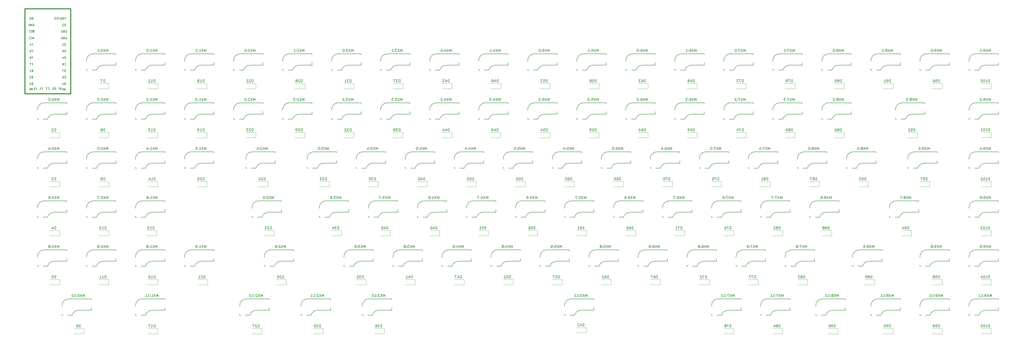
<source format=gbr>
G04 #@! TF.GenerationSoftware,KiCad,Pcbnew,(5.1.5)-3*
G04 #@! TF.CreationDate,2020-02-09T18:49:31-08:00*
G04 #@! TF.ProjectId,minato,6d696e61-746f-42e6-9b69-6361645f7063,rev?*
G04 #@! TF.SameCoordinates,Original*
G04 #@! TF.FileFunction,Legend,Bot*
G04 #@! TF.FilePolarity,Positive*
%FSLAX46Y46*%
G04 Gerber Fmt 4.6, Leading zero omitted, Abs format (unit mm)*
G04 Created by KiCad (PCBNEW (5.1.5)-3) date 2020-02-09 18:49:31*
%MOMM*%
%LPD*%
G04 APERTURE LIST*
%ADD10C,0.150000*%
%ADD11C,0.381000*%
%ADD12C,0.120000*%
G04 APERTURE END LIST*
D10*
X77311250Y-19208750D02*
X77311250Y-19589750D01*
X68421250Y-19208750D02*
X77311250Y-19208750D01*
X65881250Y-21748750D02*
X65881250Y-22129750D01*
X66262250Y-25558750D02*
X65881250Y-25558750D01*
X69767088Y-25558750D02*
X68040250Y-25558750D01*
X77311250Y-23653750D02*
X72231250Y-23653750D01*
X77311250Y-22637750D02*
X77311250Y-23653750D01*
X69767088Y-25577710D02*
G75*
G02X72231250Y-23653750I2464162J-616040D01*
G01*
X65881250Y-25177750D02*
X65881250Y-25558750D01*
X65881250Y-21748750D02*
G75*
G02X68421250Y-19208750I2540000J0D01*
G01*
D11*
X59690000Y-1666875D02*
X59690000Y-4206875D01*
X41910000Y-1666875D02*
X59690000Y-1666875D01*
X41910000Y-4206875D02*
X41910000Y-1666875D01*
D10*
G36*
X44979432Y-10686235D02*
G01*
X44979432Y-10886235D01*
X45079432Y-10886235D01*
X45079432Y-10686235D01*
X44979432Y-10686235D01*
G37*
X44979432Y-10686235D02*
X44979432Y-10886235D01*
X45079432Y-10886235D01*
X45079432Y-10686235D01*
X44979432Y-10686235D01*
G36*
X45379432Y-10086235D02*
G01*
X45379432Y-10886235D01*
X45479432Y-10886235D01*
X45479432Y-10086235D01*
X45379432Y-10086235D01*
G37*
X45379432Y-10086235D02*
X45379432Y-10886235D01*
X45479432Y-10886235D01*
X45479432Y-10086235D01*
X45379432Y-10086235D01*
G36*
X44979432Y-10086235D02*
G01*
X44979432Y-10186235D01*
X45479432Y-10186235D01*
X45479432Y-10086235D01*
X44979432Y-10086235D01*
G37*
X44979432Y-10086235D02*
X44979432Y-10186235D01*
X45479432Y-10186235D01*
X45479432Y-10086235D01*
X44979432Y-10086235D01*
G36*
X45179432Y-10486235D02*
G01*
X45179432Y-10586235D01*
X45279432Y-10586235D01*
X45279432Y-10486235D01*
X45179432Y-10486235D01*
G37*
X45179432Y-10486235D02*
X45179432Y-10586235D01*
X45279432Y-10586235D01*
X45279432Y-10486235D01*
X45179432Y-10486235D01*
G36*
X44979432Y-10086235D02*
G01*
X44979432Y-10386235D01*
X45079432Y-10386235D01*
X45079432Y-10086235D01*
X44979432Y-10086235D01*
G37*
X44979432Y-10086235D02*
X44979432Y-10386235D01*
X45079432Y-10386235D01*
X45079432Y-10086235D01*
X44979432Y-10086235D01*
D11*
X41910000Y-34686875D02*
X41910000Y-4206875D01*
X59690000Y-34686875D02*
X41910000Y-34686875D01*
X59690000Y-4206875D02*
X59690000Y-34686875D01*
D12*
X74481250Y-30750000D02*
X70581250Y-30750000D01*
X74481250Y-32750000D02*
X70581250Y-32750000D01*
X74481250Y-30750000D02*
X74481250Y-32750000D01*
D10*
X96361250Y-19208750D02*
X96361250Y-19589750D01*
X87471250Y-19208750D02*
X96361250Y-19208750D01*
X84931250Y-21748750D02*
X84931250Y-22129750D01*
X85312250Y-25558750D02*
X84931250Y-25558750D01*
X88817088Y-25558750D02*
X87090250Y-25558750D01*
X96361250Y-23653750D02*
X91281250Y-23653750D01*
X96361250Y-22637750D02*
X96361250Y-23653750D01*
X88817088Y-25577710D02*
G75*
G02X91281250Y-23653750I2464162J-616040D01*
G01*
X84931250Y-25177750D02*
X84931250Y-25558750D01*
X84931250Y-21748750D02*
G75*
G02X87471250Y-19208750I2540000J0D01*
G01*
D12*
X93531250Y-30750000D02*
X89631250Y-30750000D01*
X93531250Y-32750000D02*
X89631250Y-32750000D01*
X93531250Y-30750000D02*
X93531250Y-32750000D01*
D10*
X115411250Y-19208750D02*
X115411250Y-19589750D01*
X106521250Y-19208750D02*
X115411250Y-19208750D01*
X103981250Y-21748750D02*
X103981250Y-22129750D01*
X104362250Y-25558750D02*
X103981250Y-25558750D01*
X107867088Y-25558750D02*
X106140250Y-25558750D01*
X115411250Y-23653750D02*
X110331250Y-23653750D01*
X115411250Y-22637750D02*
X115411250Y-23653750D01*
X107867088Y-25577710D02*
G75*
G02X110331250Y-23653750I2464162J-616040D01*
G01*
X103981250Y-25177750D02*
X103981250Y-25558750D01*
X103981250Y-21748750D02*
G75*
G02X106521250Y-19208750I2540000J0D01*
G01*
D12*
X112581250Y-30750000D02*
X108681250Y-30750000D01*
X112581250Y-32750000D02*
X108681250Y-32750000D01*
X112581250Y-30750000D02*
X112581250Y-32750000D01*
D10*
X420211250Y-19208750D02*
X420211250Y-19589750D01*
X411321250Y-19208750D02*
X420211250Y-19208750D01*
X408781250Y-21748750D02*
X408781250Y-22129750D01*
X409162250Y-25558750D02*
X408781250Y-25558750D01*
X412667088Y-25558750D02*
X410940250Y-25558750D01*
X420211250Y-23653750D02*
X415131250Y-23653750D01*
X420211250Y-22637750D02*
X420211250Y-23653750D01*
X412667088Y-25577710D02*
G75*
G02X415131250Y-23653750I2464162J-616040D01*
G01*
X408781250Y-25177750D02*
X408781250Y-25558750D01*
X408781250Y-21748750D02*
G75*
G02X411321250Y-19208750I2540000J0D01*
G01*
D12*
X64956250Y-126000000D02*
X61056250Y-126000000D01*
X64956250Y-128000000D02*
X61056250Y-128000000D01*
X64956250Y-126000000D02*
X64956250Y-128000000D01*
X326893750Y-106950000D02*
X322993750Y-106950000D01*
X326893750Y-108950000D02*
X322993750Y-108950000D01*
X326893750Y-106950000D02*
X326893750Y-108950000D01*
X74481250Y-106950000D02*
X70581250Y-106950000D01*
X74481250Y-108950000D02*
X70581250Y-108950000D01*
X74481250Y-106950000D02*
X74481250Y-108950000D01*
D10*
X420211250Y-114458750D02*
X420211250Y-114839750D01*
X411321250Y-114458750D02*
X420211250Y-114458750D01*
X408781250Y-116998750D02*
X408781250Y-117379750D01*
X409162250Y-120808750D02*
X408781250Y-120808750D01*
X412667088Y-120808750D02*
X410940250Y-120808750D01*
X420211250Y-118903750D02*
X415131250Y-118903750D01*
X420211250Y-117887750D02*
X420211250Y-118903750D01*
X412667088Y-120827710D02*
G75*
G02X415131250Y-118903750I2464162J-616040D01*
G01*
X408781250Y-120427750D02*
X408781250Y-120808750D01*
X408781250Y-116998750D02*
G75*
G02X411321250Y-114458750I2540000J0D01*
G01*
X401161250Y-114458750D02*
X401161250Y-114839750D01*
X392271250Y-114458750D02*
X401161250Y-114458750D01*
X389731250Y-116998750D02*
X389731250Y-117379750D01*
X390112250Y-120808750D02*
X389731250Y-120808750D01*
X393617088Y-120808750D02*
X391890250Y-120808750D01*
X401161250Y-118903750D02*
X396081250Y-118903750D01*
X401161250Y-117887750D02*
X401161250Y-118903750D01*
X393617088Y-120827710D02*
G75*
G02X396081250Y-118903750I2464162J-616040D01*
G01*
X389731250Y-120427750D02*
X389731250Y-120808750D01*
X389731250Y-116998750D02*
G75*
G02X392271250Y-114458750I2540000J0D01*
G01*
X420211250Y-95408750D02*
X420211250Y-95789750D01*
X411321250Y-95408750D02*
X420211250Y-95408750D01*
X408781250Y-97948750D02*
X408781250Y-98329750D01*
X409162250Y-101758750D02*
X408781250Y-101758750D01*
X412667088Y-101758750D02*
X410940250Y-101758750D01*
X420211250Y-99853750D02*
X415131250Y-99853750D01*
X420211250Y-98837750D02*
X420211250Y-99853750D01*
X412667088Y-101777710D02*
G75*
G02X415131250Y-99853750I2464162J-616040D01*
G01*
X408781250Y-101377750D02*
X408781250Y-101758750D01*
X408781250Y-97948750D02*
G75*
G02X411321250Y-95408750I2540000J0D01*
G01*
X401161250Y-95408750D02*
X401161250Y-95789750D01*
X392271250Y-95408750D02*
X401161250Y-95408750D01*
X389731250Y-97948750D02*
X389731250Y-98329750D01*
X390112250Y-101758750D02*
X389731250Y-101758750D01*
X393617088Y-101758750D02*
X391890250Y-101758750D01*
X401161250Y-99853750D02*
X396081250Y-99853750D01*
X401161250Y-98837750D02*
X401161250Y-99853750D01*
X393617088Y-101777710D02*
G75*
G02X396081250Y-99853750I2464162J-616040D01*
G01*
X389731250Y-101377750D02*
X389731250Y-101758750D01*
X389731250Y-97948750D02*
G75*
G02X392271250Y-95408750I2540000J0D01*
G01*
X420211250Y-76358750D02*
X420211250Y-76739750D01*
X411321250Y-76358750D02*
X420211250Y-76358750D01*
X408781250Y-78898750D02*
X408781250Y-79279750D01*
X409162250Y-82708750D02*
X408781250Y-82708750D01*
X412667088Y-82708750D02*
X410940250Y-82708750D01*
X420211250Y-80803750D02*
X415131250Y-80803750D01*
X420211250Y-79787750D02*
X420211250Y-80803750D01*
X412667088Y-82727710D02*
G75*
G02X415131250Y-80803750I2464162J-616040D01*
G01*
X408781250Y-82327750D02*
X408781250Y-82708750D01*
X408781250Y-78898750D02*
G75*
G02X411321250Y-76358750I2540000J0D01*
G01*
X396398750Y-57308750D02*
X396398750Y-57689750D01*
X387508750Y-57308750D02*
X396398750Y-57308750D01*
X384968750Y-59848750D02*
X384968750Y-60229750D01*
X385349750Y-63658750D02*
X384968750Y-63658750D01*
X388854588Y-63658750D02*
X387127750Y-63658750D01*
X396398750Y-61753750D02*
X391318750Y-61753750D01*
X396398750Y-60737750D02*
X396398750Y-61753750D01*
X388854588Y-63677710D02*
G75*
G02X391318750Y-61753750I2464162J-616040D01*
G01*
X384968750Y-63277750D02*
X384968750Y-63658750D01*
X384968750Y-59848750D02*
G75*
G02X387508750Y-57308750I2540000J0D01*
G01*
X420211250Y-57308750D02*
X420211250Y-57689750D01*
X411321250Y-57308750D02*
X420211250Y-57308750D01*
X408781250Y-59848750D02*
X408781250Y-60229750D01*
X409162250Y-63658750D02*
X408781250Y-63658750D01*
X412667088Y-63658750D02*
X410940250Y-63658750D01*
X420211250Y-61753750D02*
X415131250Y-61753750D01*
X420211250Y-60737750D02*
X420211250Y-61753750D01*
X412667088Y-63677710D02*
G75*
G02X415131250Y-61753750I2464162J-616040D01*
G01*
X408781250Y-63277750D02*
X408781250Y-63658750D01*
X408781250Y-59848750D02*
G75*
G02X411321250Y-57308750I2540000J0D01*
G01*
X420211250Y-38258750D02*
X420211250Y-38639750D01*
X411321250Y-38258750D02*
X420211250Y-38258750D01*
X408781250Y-40798750D02*
X408781250Y-41179750D01*
X409162250Y-44608750D02*
X408781250Y-44608750D01*
X412667088Y-44608750D02*
X410940250Y-44608750D01*
X420211250Y-42703750D02*
X415131250Y-42703750D01*
X420211250Y-41687750D02*
X420211250Y-42703750D01*
X412667088Y-44627710D02*
G75*
G02X415131250Y-42703750I2464162J-616040D01*
G01*
X408781250Y-44227750D02*
X408781250Y-44608750D01*
X408781250Y-40798750D02*
G75*
G02X411321250Y-38258750I2540000J0D01*
G01*
X401161250Y-19208750D02*
X401161250Y-19589750D01*
X392271250Y-19208750D02*
X401161250Y-19208750D01*
X389731250Y-21748750D02*
X389731250Y-22129750D01*
X390112250Y-25558750D02*
X389731250Y-25558750D01*
X393617088Y-25558750D02*
X391890250Y-25558750D01*
X401161250Y-23653750D02*
X396081250Y-23653750D01*
X401161250Y-22637750D02*
X401161250Y-23653750D01*
X393617088Y-25577710D02*
G75*
G02X396081250Y-23653750I2464162J-616040D01*
G01*
X389731250Y-25177750D02*
X389731250Y-25558750D01*
X389731250Y-21748750D02*
G75*
G02X392271250Y-19208750I2540000J0D01*
G01*
X382111250Y-114458750D02*
X382111250Y-114839750D01*
X373221250Y-114458750D02*
X382111250Y-114458750D01*
X370681250Y-116998750D02*
X370681250Y-117379750D01*
X371062250Y-120808750D02*
X370681250Y-120808750D01*
X374567088Y-120808750D02*
X372840250Y-120808750D01*
X382111250Y-118903750D02*
X377031250Y-118903750D01*
X382111250Y-117887750D02*
X382111250Y-118903750D01*
X374567088Y-120827710D02*
G75*
G02X377031250Y-118903750I2464162J-616040D01*
G01*
X370681250Y-120427750D02*
X370681250Y-120808750D01*
X370681250Y-116998750D02*
G75*
G02X373221250Y-114458750I2540000J0D01*
G01*
X360680000Y-114458750D02*
X360680000Y-114839750D01*
X351790000Y-114458750D02*
X360680000Y-114458750D01*
X349250000Y-116998750D02*
X349250000Y-117379750D01*
X349631000Y-120808750D02*
X349250000Y-120808750D01*
X353135838Y-120808750D02*
X351409000Y-120808750D01*
X360680000Y-118903750D02*
X355600000Y-118903750D01*
X360680000Y-117887750D02*
X360680000Y-118903750D01*
X353135838Y-120827710D02*
G75*
G02X355600000Y-118903750I2464162J-616040D01*
G01*
X349250000Y-120427750D02*
X349250000Y-120808750D01*
X349250000Y-116998750D02*
G75*
G02X351790000Y-114458750I2540000J0D01*
G01*
X374967500Y-95408750D02*
X374967500Y-95789750D01*
X366077500Y-95408750D02*
X374967500Y-95408750D01*
X363537500Y-97948750D02*
X363537500Y-98329750D01*
X363918500Y-101758750D02*
X363537500Y-101758750D01*
X367423338Y-101758750D02*
X365696500Y-101758750D01*
X374967500Y-99853750D02*
X369887500Y-99853750D01*
X374967500Y-98837750D02*
X374967500Y-99853750D01*
X367423338Y-101777710D02*
G75*
G02X369887500Y-99853750I2464162J-616040D01*
G01*
X363537500Y-101377750D02*
X363537500Y-101758750D01*
X363537500Y-97948750D02*
G75*
G02X366077500Y-95408750I2540000J0D01*
G01*
X389255000Y-76358750D02*
X389255000Y-76739750D01*
X380365000Y-76358750D02*
X389255000Y-76358750D01*
X377825000Y-78898750D02*
X377825000Y-79279750D01*
X378206000Y-82708750D02*
X377825000Y-82708750D01*
X381710838Y-82708750D02*
X379984000Y-82708750D01*
X389255000Y-80803750D02*
X384175000Y-80803750D01*
X389255000Y-79787750D02*
X389255000Y-80803750D01*
X381710838Y-82727710D02*
G75*
G02X384175000Y-80803750I2464162J-616040D01*
G01*
X377825000Y-82327750D02*
X377825000Y-82708750D01*
X377825000Y-78898750D02*
G75*
G02X380365000Y-76358750I2540000J0D01*
G01*
X358298750Y-76358750D02*
X358298750Y-76739750D01*
X349408750Y-76358750D02*
X358298750Y-76358750D01*
X346868750Y-78898750D02*
X346868750Y-79279750D01*
X347249750Y-82708750D02*
X346868750Y-82708750D01*
X350754588Y-82708750D02*
X349027750Y-82708750D01*
X358298750Y-80803750D02*
X353218750Y-80803750D01*
X358298750Y-79787750D02*
X358298750Y-80803750D01*
X350754588Y-82727710D02*
G75*
G02X353218750Y-80803750I2464162J-616040D01*
G01*
X346868750Y-82327750D02*
X346868750Y-82708750D01*
X346868750Y-78898750D02*
G75*
G02X349408750Y-76358750I2540000J0D01*
G01*
X353536250Y-57308750D02*
X353536250Y-57689750D01*
X344646250Y-57308750D02*
X353536250Y-57308750D01*
X342106250Y-59848750D02*
X342106250Y-60229750D01*
X342487250Y-63658750D02*
X342106250Y-63658750D01*
X345992088Y-63658750D02*
X344265250Y-63658750D01*
X353536250Y-61753750D02*
X348456250Y-61753750D01*
X353536250Y-60737750D02*
X353536250Y-61753750D01*
X345992088Y-63677710D02*
G75*
G02X348456250Y-61753750I2464162J-616040D01*
G01*
X342106250Y-63277750D02*
X342106250Y-63658750D01*
X342106250Y-59848750D02*
G75*
G02X344646250Y-57308750I2540000J0D01*
G01*
X372586250Y-57308750D02*
X372586250Y-57689750D01*
X363696250Y-57308750D02*
X372586250Y-57308750D01*
X361156250Y-59848750D02*
X361156250Y-60229750D01*
X361537250Y-63658750D02*
X361156250Y-63658750D01*
X365042088Y-63658750D02*
X363315250Y-63658750D01*
X372586250Y-61753750D02*
X367506250Y-61753750D01*
X372586250Y-60737750D02*
X372586250Y-61753750D01*
X365042088Y-63677710D02*
G75*
G02X367506250Y-61753750I2464162J-616040D01*
G01*
X361156250Y-63277750D02*
X361156250Y-63658750D01*
X361156250Y-59848750D02*
G75*
G02X363696250Y-57308750I2540000J0D01*
G01*
X391636250Y-38258750D02*
X391636250Y-38639750D01*
X382746250Y-38258750D02*
X391636250Y-38258750D01*
X380206250Y-40798750D02*
X380206250Y-41179750D01*
X380587250Y-44608750D02*
X380206250Y-44608750D01*
X384092088Y-44608750D02*
X382365250Y-44608750D01*
X391636250Y-42703750D02*
X386556250Y-42703750D01*
X391636250Y-41687750D02*
X391636250Y-42703750D01*
X384092088Y-44627710D02*
G75*
G02X386556250Y-42703750I2464162J-616040D01*
G01*
X380206250Y-44227750D02*
X380206250Y-44608750D01*
X380206250Y-40798750D02*
G75*
G02X382746250Y-38258750I2540000J0D01*
G01*
X363061250Y-38258750D02*
X363061250Y-38639750D01*
X354171250Y-38258750D02*
X363061250Y-38258750D01*
X351631250Y-40798750D02*
X351631250Y-41179750D01*
X352012250Y-44608750D02*
X351631250Y-44608750D01*
X355517088Y-44608750D02*
X353790250Y-44608750D01*
X363061250Y-42703750D02*
X357981250Y-42703750D01*
X363061250Y-41687750D02*
X363061250Y-42703750D01*
X355517088Y-44627710D02*
G75*
G02X357981250Y-42703750I2464162J-616040D01*
G01*
X351631250Y-44227750D02*
X351631250Y-44608750D01*
X351631250Y-40798750D02*
G75*
G02X354171250Y-38258750I2540000J0D01*
G01*
X382111250Y-19208750D02*
X382111250Y-19589750D01*
X373221250Y-19208750D02*
X382111250Y-19208750D01*
X370681250Y-21748750D02*
X370681250Y-22129750D01*
X371062250Y-25558750D02*
X370681250Y-25558750D01*
X374567088Y-25558750D02*
X372840250Y-25558750D01*
X382111250Y-23653750D02*
X377031250Y-23653750D01*
X382111250Y-22637750D02*
X382111250Y-23653750D01*
X374567088Y-25577710D02*
G75*
G02X377031250Y-23653750I2464162J-616040D01*
G01*
X370681250Y-25177750D02*
X370681250Y-25558750D01*
X370681250Y-21748750D02*
G75*
G02X373221250Y-19208750I2540000J0D01*
G01*
X363061250Y-19208750D02*
X363061250Y-19589750D01*
X354171250Y-19208750D02*
X363061250Y-19208750D01*
X351631250Y-21748750D02*
X351631250Y-22129750D01*
X352012250Y-25558750D02*
X351631250Y-25558750D01*
X355517088Y-25558750D02*
X353790250Y-25558750D01*
X363061250Y-23653750D02*
X357981250Y-23653750D01*
X363061250Y-22637750D02*
X363061250Y-23653750D01*
X355517088Y-25577710D02*
G75*
G02X357981250Y-23653750I2464162J-616040D01*
G01*
X351631250Y-25177750D02*
X351631250Y-25558750D01*
X351631250Y-21748750D02*
G75*
G02X354171250Y-19208750I2540000J0D01*
G01*
X339248750Y-114458750D02*
X339248750Y-114839750D01*
X330358750Y-114458750D02*
X339248750Y-114458750D01*
X327818750Y-116998750D02*
X327818750Y-117379750D01*
X328199750Y-120808750D02*
X327818750Y-120808750D01*
X331704588Y-120808750D02*
X329977750Y-120808750D01*
X339248750Y-118903750D02*
X334168750Y-118903750D01*
X339248750Y-117887750D02*
X339248750Y-118903750D01*
X331704588Y-120827710D02*
G75*
G02X334168750Y-118903750I2464162J-616040D01*
G01*
X327818750Y-120427750D02*
X327818750Y-120808750D01*
X327818750Y-116998750D02*
G75*
G02X330358750Y-114458750I2540000J0D01*
G01*
X320198750Y-114458750D02*
X320198750Y-114839750D01*
X311308750Y-114458750D02*
X320198750Y-114458750D01*
X308768750Y-116998750D02*
X308768750Y-117379750D01*
X309149750Y-120808750D02*
X308768750Y-120808750D01*
X312654588Y-120808750D02*
X310927750Y-120808750D01*
X320198750Y-118903750D02*
X315118750Y-118903750D01*
X320198750Y-117887750D02*
X320198750Y-118903750D01*
X312654588Y-120827710D02*
G75*
G02X315118750Y-118903750I2464162J-616040D01*
G01*
X308768750Y-120427750D02*
X308768750Y-120808750D01*
X308768750Y-116998750D02*
G75*
G02X311308750Y-114458750I2540000J0D01*
G01*
X329723750Y-95408750D02*
X329723750Y-95789750D01*
X320833750Y-95408750D02*
X329723750Y-95408750D01*
X318293750Y-97948750D02*
X318293750Y-98329750D01*
X318674750Y-101758750D02*
X318293750Y-101758750D01*
X322179588Y-101758750D02*
X320452750Y-101758750D01*
X329723750Y-99853750D02*
X324643750Y-99853750D01*
X329723750Y-98837750D02*
X329723750Y-99853750D01*
X322179588Y-101777710D02*
G75*
G02X324643750Y-99853750I2464162J-616040D01*
G01*
X318293750Y-101377750D02*
X318293750Y-101758750D01*
X318293750Y-97948750D02*
G75*
G02X320833750Y-95408750I2540000J0D01*
G01*
X348773750Y-95408750D02*
X348773750Y-95789750D01*
X339883750Y-95408750D02*
X348773750Y-95408750D01*
X337343750Y-97948750D02*
X337343750Y-98329750D01*
X337724750Y-101758750D02*
X337343750Y-101758750D01*
X341229588Y-101758750D02*
X339502750Y-101758750D01*
X348773750Y-99853750D02*
X343693750Y-99853750D01*
X348773750Y-98837750D02*
X348773750Y-99853750D01*
X341229588Y-101777710D02*
G75*
G02X343693750Y-99853750I2464162J-616040D01*
G01*
X337343750Y-101377750D02*
X337343750Y-101758750D01*
X337343750Y-97948750D02*
G75*
G02X339883750Y-95408750I2540000J0D01*
G01*
X339248750Y-76358750D02*
X339248750Y-76739750D01*
X330358750Y-76358750D02*
X339248750Y-76358750D01*
X327818750Y-78898750D02*
X327818750Y-79279750D01*
X328199750Y-82708750D02*
X327818750Y-82708750D01*
X331704588Y-82708750D02*
X329977750Y-82708750D01*
X339248750Y-80803750D02*
X334168750Y-80803750D01*
X339248750Y-79787750D02*
X339248750Y-80803750D01*
X331704588Y-82727710D02*
G75*
G02X334168750Y-80803750I2464162J-616040D01*
G01*
X327818750Y-82327750D02*
X327818750Y-82708750D01*
X327818750Y-78898750D02*
G75*
G02X330358750Y-76358750I2540000J0D01*
G01*
X320198750Y-76358750D02*
X320198750Y-76739750D01*
X311308750Y-76358750D02*
X320198750Y-76358750D01*
X308768750Y-78898750D02*
X308768750Y-79279750D01*
X309149750Y-82708750D02*
X308768750Y-82708750D01*
X312654588Y-82708750D02*
X310927750Y-82708750D01*
X320198750Y-80803750D02*
X315118750Y-80803750D01*
X320198750Y-79787750D02*
X320198750Y-80803750D01*
X312654588Y-82727710D02*
G75*
G02X315118750Y-80803750I2464162J-616040D01*
G01*
X308768750Y-82327750D02*
X308768750Y-82708750D01*
X308768750Y-78898750D02*
G75*
G02X311308750Y-76358750I2540000J0D01*
G01*
X315436250Y-57308750D02*
X315436250Y-57689750D01*
X306546250Y-57308750D02*
X315436250Y-57308750D01*
X304006250Y-59848750D02*
X304006250Y-60229750D01*
X304387250Y-63658750D02*
X304006250Y-63658750D01*
X307892088Y-63658750D02*
X306165250Y-63658750D01*
X315436250Y-61753750D02*
X310356250Y-61753750D01*
X315436250Y-60737750D02*
X315436250Y-61753750D01*
X307892088Y-63677710D02*
G75*
G02X310356250Y-61753750I2464162J-616040D01*
G01*
X304006250Y-63277750D02*
X304006250Y-63658750D01*
X304006250Y-59848750D02*
G75*
G02X306546250Y-57308750I2540000J0D01*
G01*
X334486250Y-57308750D02*
X334486250Y-57689750D01*
X325596250Y-57308750D02*
X334486250Y-57308750D01*
X323056250Y-59848750D02*
X323056250Y-60229750D01*
X323437250Y-63658750D02*
X323056250Y-63658750D01*
X326942088Y-63658750D02*
X325215250Y-63658750D01*
X334486250Y-61753750D02*
X329406250Y-61753750D01*
X334486250Y-60737750D02*
X334486250Y-61753750D01*
X326942088Y-63677710D02*
G75*
G02X329406250Y-61753750I2464162J-616040D01*
G01*
X323056250Y-63277750D02*
X323056250Y-63658750D01*
X323056250Y-59848750D02*
G75*
G02X325596250Y-57308750I2540000J0D01*
G01*
X344011250Y-38258750D02*
X344011250Y-38639750D01*
X335121250Y-38258750D02*
X344011250Y-38258750D01*
X332581250Y-40798750D02*
X332581250Y-41179750D01*
X332962250Y-44608750D02*
X332581250Y-44608750D01*
X336467088Y-44608750D02*
X334740250Y-44608750D01*
X344011250Y-42703750D02*
X338931250Y-42703750D01*
X344011250Y-41687750D02*
X344011250Y-42703750D01*
X336467088Y-44627710D02*
G75*
G02X338931250Y-42703750I2464162J-616040D01*
G01*
X332581250Y-44227750D02*
X332581250Y-44608750D01*
X332581250Y-40798750D02*
G75*
G02X335121250Y-38258750I2540000J0D01*
G01*
X324961250Y-38258750D02*
X324961250Y-38639750D01*
X316071250Y-38258750D02*
X324961250Y-38258750D01*
X313531250Y-40798750D02*
X313531250Y-41179750D01*
X313912250Y-44608750D02*
X313531250Y-44608750D01*
X317417088Y-44608750D02*
X315690250Y-44608750D01*
X324961250Y-42703750D02*
X319881250Y-42703750D01*
X324961250Y-41687750D02*
X324961250Y-42703750D01*
X317417088Y-44627710D02*
G75*
G02X319881250Y-42703750I2464162J-616040D01*
G01*
X313531250Y-44227750D02*
X313531250Y-44608750D01*
X313531250Y-40798750D02*
G75*
G02X316071250Y-38258750I2540000J0D01*
G01*
X344011250Y-19208750D02*
X344011250Y-19589750D01*
X335121250Y-19208750D02*
X344011250Y-19208750D01*
X332581250Y-21748750D02*
X332581250Y-22129750D01*
X332962250Y-25558750D02*
X332581250Y-25558750D01*
X336467088Y-25558750D02*
X334740250Y-25558750D01*
X344011250Y-23653750D02*
X338931250Y-23653750D01*
X344011250Y-22637750D02*
X344011250Y-23653750D01*
X336467088Y-25577710D02*
G75*
G02X338931250Y-23653750I2464162J-616040D01*
G01*
X332581250Y-25177750D02*
X332581250Y-25558750D01*
X332581250Y-21748750D02*
G75*
G02X335121250Y-19208750I2540000J0D01*
G01*
X324961250Y-19208750D02*
X324961250Y-19589750D01*
X316071250Y-19208750D02*
X324961250Y-19208750D01*
X313531250Y-21748750D02*
X313531250Y-22129750D01*
X313912250Y-25558750D02*
X313531250Y-25558750D01*
X317417088Y-25558750D02*
X315690250Y-25558750D01*
X324961250Y-23653750D02*
X319881250Y-23653750D01*
X324961250Y-22637750D02*
X324961250Y-23653750D01*
X317417088Y-25577710D02*
G75*
G02X319881250Y-23653750I2464162J-616040D01*
G01*
X313531250Y-25177750D02*
X313531250Y-25558750D01*
X313531250Y-21748750D02*
G75*
G02X316071250Y-19208750I2540000J0D01*
G01*
X291623750Y-95408750D02*
X291623750Y-95789750D01*
X282733750Y-95408750D02*
X291623750Y-95408750D01*
X280193750Y-97948750D02*
X280193750Y-98329750D01*
X280574750Y-101758750D02*
X280193750Y-101758750D01*
X284079588Y-101758750D02*
X282352750Y-101758750D01*
X291623750Y-99853750D02*
X286543750Y-99853750D01*
X291623750Y-98837750D02*
X291623750Y-99853750D01*
X284079588Y-101777710D02*
G75*
G02X286543750Y-99853750I2464162J-616040D01*
G01*
X280193750Y-101377750D02*
X280193750Y-101758750D01*
X280193750Y-97948750D02*
G75*
G02X282733750Y-95408750I2540000J0D01*
G01*
X310673750Y-95408750D02*
X310673750Y-95789750D01*
X301783750Y-95408750D02*
X310673750Y-95408750D01*
X299243750Y-97948750D02*
X299243750Y-98329750D01*
X299624750Y-101758750D02*
X299243750Y-101758750D01*
X303129588Y-101758750D02*
X301402750Y-101758750D01*
X310673750Y-99853750D02*
X305593750Y-99853750D01*
X310673750Y-98837750D02*
X310673750Y-99853750D01*
X303129588Y-101777710D02*
G75*
G02X305593750Y-99853750I2464162J-616040D01*
G01*
X299243750Y-101377750D02*
X299243750Y-101758750D01*
X299243750Y-97948750D02*
G75*
G02X301783750Y-95408750I2540000J0D01*
G01*
X301148750Y-76358750D02*
X301148750Y-76739750D01*
X292258750Y-76358750D02*
X301148750Y-76358750D01*
X289718750Y-78898750D02*
X289718750Y-79279750D01*
X290099750Y-82708750D02*
X289718750Y-82708750D01*
X293604588Y-82708750D02*
X291877750Y-82708750D01*
X301148750Y-80803750D02*
X296068750Y-80803750D01*
X301148750Y-79787750D02*
X301148750Y-80803750D01*
X293604588Y-82727710D02*
G75*
G02X296068750Y-80803750I2464162J-616040D01*
G01*
X289718750Y-82327750D02*
X289718750Y-82708750D01*
X289718750Y-78898750D02*
G75*
G02X292258750Y-76358750I2540000J0D01*
G01*
X282098750Y-76358750D02*
X282098750Y-76739750D01*
X273208750Y-76358750D02*
X282098750Y-76358750D01*
X270668750Y-78898750D02*
X270668750Y-79279750D01*
X271049750Y-82708750D02*
X270668750Y-82708750D01*
X274554588Y-82708750D02*
X272827750Y-82708750D01*
X282098750Y-80803750D02*
X277018750Y-80803750D01*
X282098750Y-79787750D02*
X282098750Y-80803750D01*
X274554588Y-82727710D02*
G75*
G02X277018750Y-80803750I2464162J-616040D01*
G01*
X270668750Y-82327750D02*
X270668750Y-82708750D01*
X270668750Y-78898750D02*
G75*
G02X273208750Y-76358750I2540000J0D01*
G01*
X277336250Y-57308750D02*
X277336250Y-57689750D01*
X268446250Y-57308750D02*
X277336250Y-57308750D01*
X265906250Y-59848750D02*
X265906250Y-60229750D01*
X266287250Y-63658750D02*
X265906250Y-63658750D01*
X269792088Y-63658750D02*
X268065250Y-63658750D01*
X277336250Y-61753750D02*
X272256250Y-61753750D01*
X277336250Y-60737750D02*
X277336250Y-61753750D01*
X269792088Y-63677710D02*
G75*
G02X272256250Y-61753750I2464162J-616040D01*
G01*
X265906250Y-63277750D02*
X265906250Y-63658750D01*
X265906250Y-59848750D02*
G75*
G02X268446250Y-57308750I2540000J0D01*
G01*
X296386250Y-57308750D02*
X296386250Y-57689750D01*
X287496250Y-57308750D02*
X296386250Y-57308750D01*
X284956250Y-59848750D02*
X284956250Y-60229750D01*
X285337250Y-63658750D02*
X284956250Y-63658750D01*
X288842088Y-63658750D02*
X287115250Y-63658750D01*
X296386250Y-61753750D02*
X291306250Y-61753750D01*
X296386250Y-60737750D02*
X296386250Y-61753750D01*
X288842088Y-63677710D02*
G75*
G02X291306250Y-61753750I2464162J-616040D01*
G01*
X284956250Y-63277750D02*
X284956250Y-63658750D01*
X284956250Y-59848750D02*
G75*
G02X287496250Y-57308750I2540000J0D01*
G01*
X305911250Y-38258750D02*
X305911250Y-38639750D01*
X297021250Y-38258750D02*
X305911250Y-38258750D01*
X294481250Y-40798750D02*
X294481250Y-41179750D01*
X294862250Y-44608750D02*
X294481250Y-44608750D01*
X298367088Y-44608750D02*
X296640250Y-44608750D01*
X305911250Y-42703750D02*
X300831250Y-42703750D01*
X305911250Y-41687750D02*
X305911250Y-42703750D01*
X298367088Y-44627710D02*
G75*
G02X300831250Y-42703750I2464162J-616040D01*
G01*
X294481250Y-44227750D02*
X294481250Y-44608750D01*
X294481250Y-40798750D02*
G75*
G02X297021250Y-38258750I2540000J0D01*
G01*
X286861250Y-38258750D02*
X286861250Y-38639750D01*
X277971250Y-38258750D02*
X286861250Y-38258750D01*
X275431250Y-40798750D02*
X275431250Y-41179750D01*
X275812250Y-44608750D02*
X275431250Y-44608750D01*
X279317088Y-44608750D02*
X277590250Y-44608750D01*
X286861250Y-42703750D02*
X281781250Y-42703750D01*
X286861250Y-41687750D02*
X286861250Y-42703750D01*
X279317088Y-44627710D02*
G75*
G02X281781250Y-42703750I2464162J-616040D01*
G01*
X275431250Y-44227750D02*
X275431250Y-44608750D01*
X275431250Y-40798750D02*
G75*
G02X277971250Y-38258750I2540000J0D01*
G01*
X305911250Y-19208750D02*
X305911250Y-19589750D01*
X297021250Y-19208750D02*
X305911250Y-19208750D01*
X294481250Y-21748750D02*
X294481250Y-22129750D01*
X294862250Y-25558750D02*
X294481250Y-25558750D01*
X298367088Y-25558750D02*
X296640250Y-25558750D01*
X305911250Y-23653750D02*
X300831250Y-23653750D01*
X305911250Y-22637750D02*
X305911250Y-23653750D01*
X298367088Y-25577710D02*
G75*
G02X300831250Y-23653750I2464162J-616040D01*
G01*
X294481250Y-25177750D02*
X294481250Y-25558750D01*
X294481250Y-21748750D02*
G75*
G02X297021250Y-19208750I2540000J0D01*
G01*
X286861250Y-19208750D02*
X286861250Y-19589750D01*
X277971250Y-19208750D02*
X286861250Y-19208750D01*
X275431250Y-21748750D02*
X275431250Y-22129750D01*
X275812250Y-25558750D02*
X275431250Y-25558750D01*
X279317088Y-25558750D02*
X277590250Y-25558750D01*
X286861250Y-23653750D02*
X281781250Y-23653750D01*
X286861250Y-22637750D02*
X286861250Y-23653750D01*
X279317088Y-25577710D02*
G75*
G02X281781250Y-23653750I2464162J-616040D01*
G01*
X275431250Y-25177750D02*
X275431250Y-25558750D01*
X275431250Y-21748750D02*
G75*
G02X277971250Y-19208750I2540000J0D01*
G01*
X253523750Y-95408750D02*
X253523750Y-95789750D01*
X244633750Y-95408750D02*
X253523750Y-95408750D01*
X242093750Y-97948750D02*
X242093750Y-98329750D01*
X242474750Y-101758750D02*
X242093750Y-101758750D01*
X245979588Y-101758750D02*
X244252750Y-101758750D01*
X253523750Y-99853750D02*
X248443750Y-99853750D01*
X253523750Y-98837750D02*
X253523750Y-99853750D01*
X245979588Y-101777710D02*
G75*
G02X248443750Y-99853750I2464162J-616040D01*
G01*
X242093750Y-101377750D02*
X242093750Y-101758750D01*
X242093750Y-97948750D02*
G75*
G02X244633750Y-95408750I2540000J0D01*
G01*
X272573750Y-95408750D02*
X272573750Y-95789750D01*
X263683750Y-95408750D02*
X272573750Y-95408750D01*
X261143750Y-97948750D02*
X261143750Y-98329750D01*
X261524750Y-101758750D02*
X261143750Y-101758750D01*
X265029588Y-101758750D02*
X263302750Y-101758750D01*
X272573750Y-99853750D02*
X267493750Y-99853750D01*
X272573750Y-98837750D02*
X272573750Y-99853750D01*
X265029588Y-101777710D02*
G75*
G02X267493750Y-99853750I2464162J-616040D01*
G01*
X261143750Y-101377750D02*
X261143750Y-101758750D01*
X261143750Y-97948750D02*
G75*
G02X263683750Y-95408750I2540000J0D01*
G01*
X263048750Y-76358750D02*
X263048750Y-76739750D01*
X254158750Y-76358750D02*
X263048750Y-76358750D01*
X251618750Y-78898750D02*
X251618750Y-79279750D01*
X251999750Y-82708750D02*
X251618750Y-82708750D01*
X255504588Y-82708750D02*
X253777750Y-82708750D01*
X263048750Y-80803750D02*
X257968750Y-80803750D01*
X263048750Y-79787750D02*
X263048750Y-80803750D01*
X255504588Y-82727710D02*
G75*
G02X257968750Y-80803750I2464162J-616040D01*
G01*
X251618750Y-82327750D02*
X251618750Y-82708750D01*
X251618750Y-78898750D02*
G75*
G02X254158750Y-76358750I2540000J0D01*
G01*
X243998750Y-76358750D02*
X243998750Y-76739750D01*
X235108750Y-76358750D02*
X243998750Y-76358750D01*
X232568750Y-78898750D02*
X232568750Y-79279750D01*
X232949750Y-82708750D02*
X232568750Y-82708750D01*
X236454588Y-82708750D02*
X234727750Y-82708750D01*
X243998750Y-80803750D02*
X238918750Y-80803750D01*
X243998750Y-79787750D02*
X243998750Y-80803750D01*
X236454588Y-82727710D02*
G75*
G02X238918750Y-80803750I2464162J-616040D01*
G01*
X232568750Y-82327750D02*
X232568750Y-82708750D01*
X232568750Y-78898750D02*
G75*
G02X235108750Y-76358750I2540000J0D01*
G01*
X239236250Y-57308750D02*
X239236250Y-57689750D01*
X230346250Y-57308750D02*
X239236250Y-57308750D01*
X227806250Y-59848750D02*
X227806250Y-60229750D01*
X228187250Y-63658750D02*
X227806250Y-63658750D01*
X231692088Y-63658750D02*
X229965250Y-63658750D01*
X239236250Y-61753750D02*
X234156250Y-61753750D01*
X239236250Y-60737750D02*
X239236250Y-61753750D01*
X231692088Y-63677710D02*
G75*
G02X234156250Y-61753750I2464162J-616040D01*
G01*
X227806250Y-63277750D02*
X227806250Y-63658750D01*
X227806250Y-59848750D02*
G75*
G02X230346250Y-57308750I2540000J0D01*
G01*
X258286250Y-57308750D02*
X258286250Y-57689750D01*
X249396250Y-57308750D02*
X258286250Y-57308750D01*
X246856250Y-59848750D02*
X246856250Y-60229750D01*
X247237250Y-63658750D02*
X246856250Y-63658750D01*
X250742088Y-63658750D02*
X249015250Y-63658750D01*
X258286250Y-61753750D02*
X253206250Y-61753750D01*
X258286250Y-60737750D02*
X258286250Y-61753750D01*
X250742088Y-63677710D02*
G75*
G02X253206250Y-61753750I2464162J-616040D01*
G01*
X246856250Y-63277750D02*
X246856250Y-63658750D01*
X246856250Y-59848750D02*
G75*
G02X249396250Y-57308750I2540000J0D01*
G01*
X267811250Y-38258750D02*
X267811250Y-38639750D01*
X258921250Y-38258750D02*
X267811250Y-38258750D01*
X256381250Y-40798750D02*
X256381250Y-41179750D01*
X256762250Y-44608750D02*
X256381250Y-44608750D01*
X260267088Y-44608750D02*
X258540250Y-44608750D01*
X267811250Y-42703750D02*
X262731250Y-42703750D01*
X267811250Y-41687750D02*
X267811250Y-42703750D01*
X260267088Y-44627710D02*
G75*
G02X262731250Y-42703750I2464162J-616040D01*
G01*
X256381250Y-44227750D02*
X256381250Y-44608750D01*
X256381250Y-40798750D02*
G75*
G02X258921250Y-38258750I2540000J0D01*
G01*
X248761250Y-38258750D02*
X248761250Y-38639750D01*
X239871250Y-38258750D02*
X248761250Y-38258750D01*
X237331250Y-40798750D02*
X237331250Y-41179750D01*
X237712250Y-44608750D02*
X237331250Y-44608750D01*
X241217088Y-44608750D02*
X239490250Y-44608750D01*
X248761250Y-42703750D02*
X243681250Y-42703750D01*
X248761250Y-41687750D02*
X248761250Y-42703750D01*
X241217088Y-44627710D02*
G75*
G02X243681250Y-42703750I2464162J-616040D01*
G01*
X237331250Y-44227750D02*
X237331250Y-44608750D01*
X237331250Y-40798750D02*
G75*
G02X239871250Y-38258750I2540000J0D01*
G01*
X267811250Y-19208750D02*
X267811250Y-19589750D01*
X258921250Y-19208750D02*
X267811250Y-19208750D01*
X256381250Y-21748750D02*
X256381250Y-22129750D01*
X256762250Y-25558750D02*
X256381250Y-25558750D01*
X260267088Y-25558750D02*
X258540250Y-25558750D01*
X267811250Y-23653750D02*
X262731250Y-23653750D01*
X267811250Y-22637750D02*
X267811250Y-23653750D01*
X260267088Y-25577710D02*
G75*
G02X262731250Y-23653750I2464162J-616040D01*
G01*
X256381250Y-25177750D02*
X256381250Y-25558750D01*
X256381250Y-21748750D02*
G75*
G02X258921250Y-19208750I2540000J0D01*
G01*
X248761250Y-19208750D02*
X248761250Y-19589750D01*
X239871250Y-19208750D02*
X248761250Y-19208750D01*
X237331250Y-21748750D02*
X237331250Y-22129750D01*
X237712250Y-25558750D02*
X237331250Y-25558750D01*
X241217088Y-25558750D02*
X239490250Y-25558750D01*
X248761250Y-23653750D02*
X243681250Y-23653750D01*
X248761250Y-22637750D02*
X248761250Y-23653750D01*
X241217088Y-25577710D02*
G75*
G02X243681250Y-23653750I2464162J-616040D01*
G01*
X237331250Y-25177750D02*
X237331250Y-25558750D01*
X237331250Y-21748750D02*
G75*
G02X239871250Y-19208750I2540000J0D01*
G01*
X215423750Y-95408750D02*
X215423750Y-95789750D01*
X206533750Y-95408750D02*
X215423750Y-95408750D01*
X203993750Y-97948750D02*
X203993750Y-98329750D01*
X204374750Y-101758750D02*
X203993750Y-101758750D01*
X207879588Y-101758750D02*
X206152750Y-101758750D01*
X215423750Y-99853750D02*
X210343750Y-99853750D01*
X215423750Y-98837750D02*
X215423750Y-99853750D01*
X207879588Y-101777710D02*
G75*
G02X210343750Y-99853750I2464162J-616040D01*
G01*
X203993750Y-101377750D02*
X203993750Y-101758750D01*
X203993750Y-97948750D02*
G75*
G02X206533750Y-95408750I2540000J0D01*
G01*
X234473750Y-95408750D02*
X234473750Y-95789750D01*
X225583750Y-95408750D02*
X234473750Y-95408750D01*
X223043750Y-97948750D02*
X223043750Y-98329750D01*
X223424750Y-101758750D02*
X223043750Y-101758750D01*
X226929588Y-101758750D02*
X225202750Y-101758750D01*
X234473750Y-99853750D02*
X229393750Y-99853750D01*
X234473750Y-98837750D02*
X234473750Y-99853750D01*
X226929588Y-101777710D02*
G75*
G02X229393750Y-99853750I2464162J-616040D01*
G01*
X223043750Y-101377750D02*
X223043750Y-101758750D01*
X223043750Y-97948750D02*
G75*
G02X225583750Y-95408750I2540000J0D01*
G01*
X224948750Y-76358750D02*
X224948750Y-76739750D01*
X216058750Y-76358750D02*
X224948750Y-76358750D01*
X213518750Y-78898750D02*
X213518750Y-79279750D01*
X213899750Y-82708750D02*
X213518750Y-82708750D01*
X217404588Y-82708750D02*
X215677750Y-82708750D01*
X224948750Y-80803750D02*
X219868750Y-80803750D01*
X224948750Y-79787750D02*
X224948750Y-80803750D01*
X217404588Y-82727710D02*
G75*
G02X219868750Y-80803750I2464162J-616040D01*
G01*
X213518750Y-82327750D02*
X213518750Y-82708750D01*
X213518750Y-78898750D02*
G75*
G02X216058750Y-76358750I2540000J0D01*
G01*
X205898750Y-76358750D02*
X205898750Y-76739750D01*
X197008750Y-76358750D02*
X205898750Y-76358750D01*
X194468750Y-78898750D02*
X194468750Y-79279750D01*
X194849750Y-82708750D02*
X194468750Y-82708750D01*
X198354588Y-82708750D02*
X196627750Y-82708750D01*
X205898750Y-80803750D02*
X200818750Y-80803750D01*
X205898750Y-79787750D02*
X205898750Y-80803750D01*
X198354588Y-82727710D02*
G75*
G02X200818750Y-80803750I2464162J-616040D01*
G01*
X194468750Y-82327750D02*
X194468750Y-82708750D01*
X194468750Y-78898750D02*
G75*
G02X197008750Y-76358750I2540000J0D01*
G01*
X201136250Y-57308750D02*
X201136250Y-57689750D01*
X192246250Y-57308750D02*
X201136250Y-57308750D01*
X189706250Y-59848750D02*
X189706250Y-60229750D01*
X190087250Y-63658750D02*
X189706250Y-63658750D01*
X193592088Y-63658750D02*
X191865250Y-63658750D01*
X201136250Y-61753750D02*
X196056250Y-61753750D01*
X201136250Y-60737750D02*
X201136250Y-61753750D01*
X193592088Y-63677710D02*
G75*
G02X196056250Y-61753750I2464162J-616040D01*
G01*
X189706250Y-63277750D02*
X189706250Y-63658750D01*
X189706250Y-59848750D02*
G75*
G02X192246250Y-57308750I2540000J0D01*
G01*
X220186250Y-57308750D02*
X220186250Y-57689750D01*
X211296250Y-57308750D02*
X220186250Y-57308750D01*
X208756250Y-59848750D02*
X208756250Y-60229750D01*
X209137250Y-63658750D02*
X208756250Y-63658750D01*
X212642088Y-63658750D02*
X210915250Y-63658750D01*
X220186250Y-61753750D02*
X215106250Y-61753750D01*
X220186250Y-60737750D02*
X220186250Y-61753750D01*
X212642088Y-63677710D02*
G75*
G02X215106250Y-61753750I2464162J-616040D01*
G01*
X208756250Y-63277750D02*
X208756250Y-63658750D01*
X208756250Y-59848750D02*
G75*
G02X211296250Y-57308750I2540000J0D01*
G01*
X229711250Y-38258750D02*
X229711250Y-38639750D01*
X220821250Y-38258750D02*
X229711250Y-38258750D01*
X218281250Y-40798750D02*
X218281250Y-41179750D01*
X218662250Y-44608750D02*
X218281250Y-44608750D01*
X222167088Y-44608750D02*
X220440250Y-44608750D01*
X229711250Y-42703750D02*
X224631250Y-42703750D01*
X229711250Y-41687750D02*
X229711250Y-42703750D01*
X222167088Y-44627710D02*
G75*
G02X224631250Y-42703750I2464162J-616040D01*
G01*
X218281250Y-44227750D02*
X218281250Y-44608750D01*
X218281250Y-40798750D02*
G75*
G02X220821250Y-38258750I2540000J0D01*
G01*
X210661250Y-38258750D02*
X210661250Y-38639750D01*
X201771250Y-38258750D02*
X210661250Y-38258750D01*
X199231250Y-40798750D02*
X199231250Y-41179750D01*
X199612250Y-44608750D02*
X199231250Y-44608750D01*
X203117088Y-44608750D02*
X201390250Y-44608750D01*
X210661250Y-42703750D02*
X205581250Y-42703750D01*
X210661250Y-41687750D02*
X210661250Y-42703750D01*
X203117088Y-44627710D02*
G75*
G02X205581250Y-42703750I2464162J-616040D01*
G01*
X199231250Y-44227750D02*
X199231250Y-44608750D01*
X199231250Y-40798750D02*
G75*
G02X201771250Y-38258750I2540000J0D01*
G01*
X229711250Y-19208750D02*
X229711250Y-19589750D01*
X220821250Y-19208750D02*
X229711250Y-19208750D01*
X218281250Y-21748750D02*
X218281250Y-22129750D01*
X218662250Y-25558750D02*
X218281250Y-25558750D01*
X222167088Y-25558750D02*
X220440250Y-25558750D01*
X229711250Y-23653750D02*
X224631250Y-23653750D01*
X229711250Y-22637750D02*
X229711250Y-23653750D01*
X222167088Y-25577710D02*
G75*
G02X224631250Y-23653750I2464162J-616040D01*
G01*
X218281250Y-25177750D02*
X218281250Y-25558750D01*
X218281250Y-21748750D02*
G75*
G02X220821250Y-19208750I2540000J0D01*
G01*
X210661250Y-19208750D02*
X210661250Y-19589750D01*
X201771250Y-19208750D02*
X210661250Y-19208750D01*
X199231250Y-21748750D02*
X199231250Y-22129750D01*
X199612250Y-25558750D02*
X199231250Y-25558750D01*
X203117088Y-25558750D02*
X201390250Y-25558750D01*
X210661250Y-23653750D02*
X205581250Y-23653750D01*
X210661250Y-22637750D02*
X210661250Y-23653750D01*
X203117088Y-25577710D02*
G75*
G02X205581250Y-23653750I2464162J-616040D01*
G01*
X199231250Y-25177750D02*
X199231250Y-25558750D01*
X199231250Y-21748750D02*
G75*
G02X201771250Y-19208750I2540000J0D01*
G01*
X263048750Y-114458750D02*
X263048750Y-114839750D01*
X254158750Y-114458750D02*
X263048750Y-114458750D01*
X251618750Y-116998750D02*
X251618750Y-117379750D01*
X251999750Y-120808750D02*
X251618750Y-120808750D01*
X255504588Y-120808750D02*
X253777750Y-120808750D01*
X263048750Y-118903750D02*
X257968750Y-118903750D01*
X263048750Y-117887750D02*
X263048750Y-118903750D01*
X255504588Y-120827710D02*
G75*
G02X257968750Y-118903750I2464162J-616040D01*
G01*
X251618750Y-120427750D02*
X251618750Y-120808750D01*
X251618750Y-116998750D02*
G75*
G02X254158750Y-114458750I2540000J0D01*
G01*
X184467500Y-114458750D02*
X184467500Y-114839750D01*
X175577500Y-114458750D02*
X184467500Y-114458750D01*
X173037500Y-116998750D02*
X173037500Y-117379750D01*
X173418500Y-120808750D02*
X173037500Y-120808750D01*
X176923338Y-120808750D02*
X175196500Y-120808750D01*
X184467500Y-118903750D02*
X179387500Y-118903750D01*
X184467500Y-117887750D02*
X184467500Y-118903750D01*
X176923338Y-120827710D02*
G75*
G02X179387500Y-118903750I2464162J-616040D01*
G01*
X173037500Y-120427750D02*
X173037500Y-120808750D01*
X173037500Y-116998750D02*
G75*
G02X175577500Y-114458750I2540000J0D01*
G01*
X177323750Y-95408750D02*
X177323750Y-95789750D01*
X168433750Y-95408750D02*
X177323750Y-95408750D01*
X165893750Y-97948750D02*
X165893750Y-98329750D01*
X166274750Y-101758750D02*
X165893750Y-101758750D01*
X169779588Y-101758750D02*
X168052750Y-101758750D01*
X177323750Y-99853750D02*
X172243750Y-99853750D01*
X177323750Y-98837750D02*
X177323750Y-99853750D01*
X169779588Y-101777710D02*
G75*
G02X172243750Y-99853750I2464162J-616040D01*
G01*
X165893750Y-101377750D02*
X165893750Y-101758750D01*
X165893750Y-97948750D02*
G75*
G02X168433750Y-95408750I2540000J0D01*
G01*
X196373750Y-95408750D02*
X196373750Y-95789750D01*
X187483750Y-95408750D02*
X196373750Y-95408750D01*
X184943750Y-97948750D02*
X184943750Y-98329750D01*
X185324750Y-101758750D02*
X184943750Y-101758750D01*
X188829588Y-101758750D02*
X187102750Y-101758750D01*
X196373750Y-99853750D02*
X191293750Y-99853750D01*
X196373750Y-98837750D02*
X196373750Y-99853750D01*
X188829588Y-101777710D02*
G75*
G02X191293750Y-99853750I2464162J-616040D01*
G01*
X184943750Y-101377750D02*
X184943750Y-101758750D01*
X184943750Y-97948750D02*
G75*
G02X187483750Y-95408750I2540000J0D01*
G01*
X186848750Y-76358750D02*
X186848750Y-76739750D01*
X177958750Y-76358750D02*
X186848750Y-76358750D01*
X175418750Y-78898750D02*
X175418750Y-79279750D01*
X175799750Y-82708750D02*
X175418750Y-82708750D01*
X179304588Y-82708750D02*
X177577750Y-82708750D01*
X186848750Y-80803750D02*
X181768750Y-80803750D01*
X186848750Y-79787750D02*
X186848750Y-80803750D01*
X179304588Y-82727710D02*
G75*
G02X181768750Y-80803750I2464162J-616040D01*
G01*
X175418750Y-82327750D02*
X175418750Y-82708750D01*
X175418750Y-78898750D02*
G75*
G02X177958750Y-76358750I2540000J0D01*
G01*
X167798750Y-76358750D02*
X167798750Y-76739750D01*
X158908750Y-76358750D02*
X167798750Y-76358750D01*
X156368750Y-78898750D02*
X156368750Y-79279750D01*
X156749750Y-82708750D02*
X156368750Y-82708750D01*
X160254588Y-82708750D02*
X158527750Y-82708750D01*
X167798750Y-80803750D02*
X162718750Y-80803750D01*
X167798750Y-79787750D02*
X167798750Y-80803750D01*
X160254588Y-82727710D02*
G75*
G02X162718750Y-80803750I2464162J-616040D01*
G01*
X156368750Y-82327750D02*
X156368750Y-82708750D01*
X156368750Y-78898750D02*
G75*
G02X158908750Y-76358750I2540000J0D01*
G01*
X163036250Y-57308750D02*
X163036250Y-57689750D01*
X154146250Y-57308750D02*
X163036250Y-57308750D01*
X151606250Y-59848750D02*
X151606250Y-60229750D01*
X151987250Y-63658750D02*
X151606250Y-63658750D01*
X155492088Y-63658750D02*
X153765250Y-63658750D01*
X163036250Y-61753750D02*
X157956250Y-61753750D01*
X163036250Y-60737750D02*
X163036250Y-61753750D01*
X155492088Y-63677710D02*
G75*
G02X157956250Y-61753750I2464162J-616040D01*
G01*
X151606250Y-63277750D02*
X151606250Y-63658750D01*
X151606250Y-59848750D02*
G75*
G02X154146250Y-57308750I2540000J0D01*
G01*
X182086250Y-57308750D02*
X182086250Y-57689750D01*
X173196250Y-57308750D02*
X182086250Y-57308750D01*
X170656250Y-59848750D02*
X170656250Y-60229750D01*
X171037250Y-63658750D02*
X170656250Y-63658750D01*
X174542088Y-63658750D02*
X172815250Y-63658750D01*
X182086250Y-61753750D02*
X177006250Y-61753750D01*
X182086250Y-60737750D02*
X182086250Y-61753750D01*
X174542088Y-63677710D02*
G75*
G02X177006250Y-61753750I2464162J-616040D01*
G01*
X170656250Y-63277750D02*
X170656250Y-63658750D01*
X170656250Y-59848750D02*
G75*
G02X173196250Y-57308750I2540000J0D01*
G01*
X191611250Y-38258750D02*
X191611250Y-38639750D01*
X182721250Y-38258750D02*
X191611250Y-38258750D01*
X180181250Y-40798750D02*
X180181250Y-41179750D01*
X180562250Y-44608750D02*
X180181250Y-44608750D01*
X184067088Y-44608750D02*
X182340250Y-44608750D01*
X191611250Y-42703750D02*
X186531250Y-42703750D01*
X191611250Y-41687750D02*
X191611250Y-42703750D01*
X184067088Y-44627710D02*
G75*
G02X186531250Y-42703750I2464162J-616040D01*
G01*
X180181250Y-44227750D02*
X180181250Y-44608750D01*
X180181250Y-40798750D02*
G75*
G02X182721250Y-38258750I2540000J0D01*
G01*
X172561250Y-38258750D02*
X172561250Y-38639750D01*
X163671250Y-38258750D02*
X172561250Y-38258750D01*
X161131250Y-40798750D02*
X161131250Y-41179750D01*
X161512250Y-44608750D02*
X161131250Y-44608750D01*
X165017088Y-44608750D02*
X163290250Y-44608750D01*
X172561250Y-42703750D02*
X167481250Y-42703750D01*
X172561250Y-41687750D02*
X172561250Y-42703750D01*
X165017088Y-44627710D02*
G75*
G02X167481250Y-42703750I2464162J-616040D01*
G01*
X161131250Y-44227750D02*
X161131250Y-44608750D01*
X161131250Y-40798750D02*
G75*
G02X163671250Y-38258750I2540000J0D01*
G01*
X191611250Y-19208750D02*
X191611250Y-19589750D01*
X182721250Y-19208750D02*
X191611250Y-19208750D01*
X180181250Y-21748750D02*
X180181250Y-22129750D01*
X180562250Y-25558750D02*
X180181250Y-25558750D01*
X184067088Y-25558750D02*
X182340250Y-25558750D01*
X191611250Y-23653750D02*
X186531250Y-23653750D01*
X191611250Y-22637750D02*
X191611250Y-23653750D01*
X184067088Y-25577710D02*
G75*
G02X186531250Y-23653750I2464162J-616040D01*
G01*
X180181250Y-25177750D02*
X180181250Y-25558750D01*
X180181250Y-21748750D02*
G75*
G02X182721250Y-19208750I2540000J0D01*
G01*
X172561250Y-19208750D02*
X172561250Y-19589750D01*
X163671250Y-19208750D02*
X172561250Y-19208750D01*
X161131250Y-21748750D02*
X161131250Y-22129750D01*
X161512250Y-25558750D02*
X161131250Y-25558750D01*
X165017088Y-25558750D02*
X163290250Y-25558750D01*
X172561250Y-23653750D02*
X167481250Y-23653750D01*
X172561250Y-22637750D02*
X172561250Y-23653750D01*
X165017088Y-25577710D02*
G75*
G02X167481250Y-23653750I2464162J-616040D01*
G01*
X161131250Y-25177750D02*
X161131250Y-25558750D01*
X161131250Y-21748750D02*
G75*
G02X163671250Y-19208750I2540000J0D01*
G01*
X160655000Y-114458750D02*
X160655000Y-114839750D01*
X151765000Y-114458750D02*
X160655000Y-114458750D01*
X149225000Y-116998750D02*
X149225000Y-117379750D01*
X149606000Y-120808750D02*
X149225000Y-120808750D01*
X153110838Y-120808750D02*
X151384000Y-120808750D01*
X160655000Y-118903750D02*
X155575000Y-118903750D01*
X160655000Y-117887750D02*
X160655000Y-118903750D01*
X153110838Y-120827710D02*
G75*
G02X155575000Y-118903750I2464162J-616040D01*
G01*
X149225000Y-120427750D02*
X149225000Y-120808750D01*
X149225000Y-116998750D02*
G75*
G02X151765000Y-114458750I2540000J0D01*
G01*
X136842500Y-114458750D02*
X136842500Y-114839750D01*
X127952500Y-114458750D02*
X136842500Y-114458750D01*
X125412500Y-116998750D02*
X125412500Y-117379750D01*
X125793500Y-120808750D02*
X125412500Y-120808750D01*
X129298338Y-120808750D02*
X127571500Y-120808750D01*
X136842500Y-118903750D02*
X131762500Y-118903750D01*
X136842500Y-117887750D02*
X136842500Y-118903750D01*
X129298338Y-120827710D02*
G75*
G02X131762500Y-118903750I2464162J-616040D01*
G01*
X125412500Y-120427750D02*
X125412500Y-120808750D01*
X125412500Y-116998750D02*
G75*
G02X127952500Y-114458750I2540000J0D01*
G01*
X146367500Y-95408750D02*
X146367500Y-95789750D01*
X137477500Y-95408750D02*
X146367500Y-95408750D01*
X134937500Y-97948750D02*
X134937500Y-98329750D01*
X135318500Y-101758750D02*
X134937500Y-101758750D01*
X138823338Y-101758750D02*
X137096500Y-101758750D01*
X146367500Y-99853750D02*
X141287500Y-99853750D01*
X146367500Y-98837750D02*
X146367500Y-99853750D01*
X138823338Y-101777710D02*
G75*
G02X141287500Y-99853750I2464162J-616040D01*
G01*
X134937500Y-101377750D02*
X134937500Y-101758750D01*
X134937500Y-97948750D02*
G75*
G02X137477500Y-95408750I2540000J0D01*
G01*
X141605000Y-76358750D02*
X141605000Y-76739750D01*
X132715000Y-76358750D02*
X141605000Y-76358750D01*
X130175000Y-78898750D02*
X130175000Y-79279750D01*
X130556000Y-82708750D02*
X130175000Y-82708750D01*
X134060838Y-82708750D02*
X132334000Y-82708750D01*
X141605000Y-80803750D02*
X136525000Y-80803750D01*
X141605000Y-79787750D02*
X141605000Y-80803750D01*
X134060838Y-82727710D02*
G75*
G02X136525000Y-80803750I2464162J-616040D01*
G01*
X130175000Y-82327750D02*
X130175000Y-82708750D01*
X130175000Y-78898750D02*
G75*
G02X132715000Y-76358750I2540000J0D01*
G01*
X139223750Y-57308750D02*
X139223750Y-57689750D01*
X130333750Y-57308750D02*
X139223750Y-57308750D01*
X127793750Y-59848750D02*
X127793750Y-60229750D01*
X128174750Y-63658750D02*
X127793750Y-63658750D01*
X131679588Y-63658750D02*
X129952750Y-63658750D01*
X139223750Y-61753750D02*
X134143750Y-61753750D01*
X139223750Y-60737750D02*
X139223750Y-61753750D01*
X131679588Y-63677710D02*
G75*
G02X134143750Y-61753750I2464162J-616040D01*
G01*
X127793750Y-63277750D02*
X127793750Y-63658750D01*
X127793750Y-59848750D02*
G75*
G02X130333750Y-57308750I2540000J0D01*
G01*
X153511250Y-38258750D02*
X153511250Y-38639750D01*
X144621250Y-38258750D02*
X153511250Y-38258750D01*
X142081250Y-40798750D02*
X142081250Y-41179750D01*
X142462250Y-44608750D02*
X142081250Y-44608750D01*
X145967088Y-44608750D02*
X144240250Y-44608750D01*
X153511250Y-42703750D02*
X148431250Y-42703750D01*
X153511250Y-41687750D02*
X153511250Y-42703750D01*
X145967088Y-44627710D02*
G75*
G02X148431250Y-42703750I2464162J-616040D01*
G01*
X142081250Y-44227750D02*
X142081250Y-44608750D01*
X142081250Y-40798750D02*
G75*
G02X144621250Y-38258750I2540000J0D01*
G01*
X134461250Y-38258750D02*
X134461250Y-38639750D01*
X125571250Y-38258750D02*
X134461250Y-38258750D01*
X123031250Y-40798750D02*
X123031250Y-41179750D01*
X123412250Y-44608750D02*
X123031250Y-44608750D01*
X126917088Y-44608750D02*
X125190250Y-44608750D01*
X134461250Y-42703750D02*
X129381250Y-42703750D01*
X134461250Y-41687750D02*
X134461250Y-42703750D01*
X126917088Y-44627710D02*
G75*
G02X129381250Y-42703750I2464162J-616040D01*
G01*
X123031250Y-44227750D02*
X123031250Y-44608750D01*
X123031250Y-40798750D02*
G75*
G02X125571250Y-38258750I2540000J0D01*
G01*
X153511250Y-19208750D02*
X153511250Y-19589750D01*
X144621250Y-19208750D02*
X153511250Y-19208750D01*
X142081250Y-21748750D02*
X142081250Y-22129750D01*
X142462250Y-25558750D02*
X142081250Y-25558750D01*
X145967088Y-25558750D02*
X144240250Y-25558750D01*
X153511250Y-23653750D02*
X148431250Y-23653750D01*
X153511250Y-22637750D02*
X153511250Y-23653750D01*
X145967088Y-25577710D02*
G75*
G02X148431250Y-23653750I2464162J-616040D01*
G01*
X142081250Y-25177750D02*
X142081250Y-25558750D01*
X142081250Y-21748750D02*
G75*
G02X144621250Y-19208750I2540000J0D01*
G01*
X134461250Y-19208750D02*
X134461250Y-19589750D01*
X125571250Y-19208750D02*
X134461250Y-19208750D01*
X123031250Y-21748750D02*
X123031250Y-22129750D01*
X123412250Y-25558750D02*
X123031250Y-25558750D01*
X126917088Y-25558750D02*
X125190250Y-25558750D01*
X134461250Y-23653750D02*
X129381250Y-23653750D01*
X134461250Y-22637750D02*
X134461250Y-23653750D01*
X126917088Y-25577710D02*
G75*
G02X129381250Y-23653750I2464162J-616040D01*
G01*
X123031250Y-25177750D02*
X123031250Y-25558750D01*
X123031250Y-21748750D02*
G75*
G02X125571250Y-19208750I2540000J0D01*
G01*
X96361250Y-114458750D02*
X96361250Y-114839750D01*
X87471250Y-114458750D02*
X96361250Y-114458750D01*
X84931250Y-116998750D02*
X84931250Y-117379750D01*
X85312250Y-120808750D02*
X84931250Y-120808750D01*
X88817088Y-120808750D02*
X87090250Y-120808750D01*
X96361250Y-118903750D02*
X91281250Y-118903750D01*
X96361250Y-117887750D02*
X96361250Y-118903750D01*
X88817088Y-120827710D02*
G75*
G02X91281250Y-118903750I2464162J-616040D01*
G01*
X84931250Y-120427750D02*
X84931250Y-120808750D01*
X84931250Y-116998750D02*
G75*
G02X87471250Y-114458750I2540000J0D01*
G01*
X115411250Y-95408750D02*
X115411250Y-95789750D01*
X106521250Y-95408750D02*
X115411250Y-95408750D01*
X103981250Y-97948750D02*
X103981250Y-98329750D01*
X104362250Y-101758750D02*
X103981250Y-101758750D01*
X107867088Y-101758750D02*
X106140250Y-101758750D01*
X115411250Y-99853750D02*
X110331250Y-99853750D01*
X115411250Y-98837750D02*
X115411250Y-99853750D01*
X107867088Y-101777710D02*
G75*
G02X110331250Y-99853750I2464162J-616040D01*
G01*
X103981250Y-101377750D02*
X103981250Y-101758750D01*
X103981250Y-97948750D02*
G75*
G02X106521250Y-95408750I2540000J0D01*
G01*
X96361250Y-95408750D02*
X96361250Y-95789750D01*
X87471250Y-95408750D02*
X96361250Y-95408750D01*
X84931250Y-97948750D02*
X84931250Y-98329750D01*
X85312250Y-101758750D02*
X84931250Y-101758750D01*
X88817088Y-101758750D02*
X87090250Y-101758750D01*
X96361250Y-99853750D02*
X91281250Y-99853750D01*
X96361250Y-98837750D02*
X96361250Y-99853750D01*
X88817088Y-101777710D02*
G75*
G02X91281250Y-99853750I2464162J-616040D01*
G01*
X84931250Y-101377750D02*
X84931250Y-101758750D01*
X84931250Y-97948750D02*
G75*
G02X87471250Y-95408750I2540000J0D01*
G01*
X96361250Y-76358750D02*
X96361250Y-76739750D01*
X87471250Y-76358750D02*
X96361250Y-76358750D01*
X84931250Y-78898750D02*
X84931250Y-79279750D01*
X85312250Y-82708750D02*
X84931250Y-82708750D01*
X88817088Y-82708750D02*
X87090250Y-82708750D01*
X96361250Y-80803750D02*
X91281250Y-80803750D01*
X96361250Y-79787750D02*
X96361250Y-80803750D01*
X88817088Y-82727710D02*
G75*
G02X91281250Y-80803750I2464162J-616040D01*
G01*
X84931250Y-82327750D02*
X84931250Y-82708750D01*
X84931250Y-78898750D02*
G75*
G02X87471250Y-76358750I2540000J0D01*
G01*
X115411250Y-57308750D02*
X115411250Y-57689750D01*
X106521250Y-57308750D02*
X115411250Y-57308750D01*
X103981250Y-59848750D02*
X103981250Y-60229750D01*
X104362250Y-63658750D02*
X103981250Y-63658750D01*
X107867088Y-63658750D02*
X106140250Y-63658750D01*
X115411250Y-61753750D02*
X110331250Y-61753750D01*
X115411250Y-60737750D02*
X115411250Y-61753750D01*
X107867088Y-63677710D02*
G75*
G02X110331250Y-61753750I2464162J-616040D01*
G01*
X103981250Y-63277750D02*
X103981250Y-63658750D01*
X103981250Y-59848750D02*
G75*
G02X106521250Y-57308750I2540000J0D01*
G01*
X96361250Y-57308750D02*
X96361250Y-57689750D01*
X87471250Y-57308750D02*
X96361250Y-57308750D01*
X84931250Y-59848750D02*
X84931250Y-60229750D01*
X85312250Y-63658750D02*
X84931250Y-63658750D01*
X88817088Y-63658750D02*
X87090250Y-63658750D01*
X96361250Y-61753750D02*
X91281250Y-61753750D01*
X96361250Y-60737750D02*
X96361250Y-61753750D01*
X88817088Y-63677710D02*
G75*
G02X91281250Y-61753750I2464162J-616040D01*
G01*
X84931250Y-63277750D02*
X84931250Y-63658750D01*
X84931250Y-59848750D02*
G75*
G02X87471250Y-57308750I2540000J0D01*
G01*
X115411250Y-38258750D02*
X115411250Y-38639750D01*
X106521250Y-38258750D02*
X115411250Y-38258750D01*
X103981250Y-40798750D02*
X103981250Y-41179750D01*
X104362250Y-44608750D02*
X103981250Y-44608750D01*
X107867088Y-44608750D02*
X106140250Y-44608750D01*
X115411250Y-42703750D02*
X110331250Y-42703750D01*
X115411250Y-41687750D02*
X115411250Y-42703750D01*
X107867088Y-44627710D02*
G75*
G02X110331250Y-42703750I2464162J-616040D01*
G01*
X103981250Y-44227750D02*
X103981250Y-44608750D01*
X103981250Y-40798750D02*
G75*
G02X106521250Y-38258750I2540000J0D01*
G01*
X96361250Y-38258750D02*
X96361250Y-38639750D01*
X87471250Y-38258750D02*
X96361250Y-38258750D01*
X84931250Y-40798750D02*
X84931250Y-41179750D01*
X85312250Y-44608750D02*
X84931250Y-44608750D01*
X88817088Y-44608750D02*
X87090250Y-44608750D01*
X96361250Y-42703750D02*
X91281250Y-42703750D01*
X96361250Y-41687750D02*
X96361250Y-42703750D01*
X88817088Y-44627710D02*
G75*
G02X91281250Y-42703750I2464162J-616040D01*
G01*
X84931250Y-44227750D02*
X84931250Y-44608750D01*
X84931250Y-40798750D02*
G75*
G02X87471250Y-38258750I2540000J0D01*
G01*
X67786250Y-114458750D02*
X67786250Y-114839750D01*
X58896250Y-114458750D02*
X67786250Y-114458750D01*
X56356250Y-116998750D02*
X56356250Y-117379750D01*
X56737250Y-120808750D02*
X56356250Y-120808750D01*
X60242088Y-120808750D02*
X58515250Y-120808750D01*
X67786250Y-118903750D02*
X62706250Y-118903750D01*
X67786250Y-117887750D02*
X67786250Y-118903750D01*
X60242088Y-120827710D02*
G75*
G02X62706250Y-118903750I2464162J-616040D01*
G01*
X56356250Y-120427750D02*
X56356250Y-120808750D01*
X56356250Y-116998750D02*
G75*
G02X58896250Y-114458750I2540000J0D01*
G01*
X77311250Y-95408750D02*
X77311250Y-95789750D01*
X68421250Y-95408750D02*
X77311250Y-95408750D01*
X65881250Y-97948750D02*
X65881250Y-98329750D01*
X66262250Y-101758750D02*
X65881250Y-101758750D01*
X69767088Y-101758750D02*
X68040250Y-101758750D01*
X77311250Y-99853750D02*
X72231250Y-99853750D01*
X77311250Y-98837750D02*
X77311250Y-99853750D01*
X69767088Y-101777710D02*
G75*
G02X72231250Y-99853750I2464162J-616040D01*
G01*
X65881250Y-101377750D02*
X65881250Y-101758750D01*
X65881250Y-97948750D02*
G75*
G02X68421250Y-95408750I2540000J0D01*
G01*
X58261250Y-95408750D02*
X58261250Y-95789750D01*
X49371250Y-95408750D02*
X58261250Y-95408750D01*
X46831250Y-97948750D02*
X46831250Y-98329750D01*
X47212250Y-101758750D02*
X46831250Y-101758750D01*
X50717088Y-101758750D02*
X48990250Y-101758750D01*
X58261250Y-99853750D02*
X53181250Y-99853750D01*
X58261250Y-98837750D02*
X58261250Y-99853750D01*
X50717088Y-101777710D02*
G75*
G02X53181250Y-99853750I2464162J-616040D01*
G01*
X46831250Y-101377750D02*
X46831250Y-101758750D01*
X46831250Y-97948750D02*
G75*
G02X49371250Y-95408750I2540000J0D01*
G01*
X77311250Y-76358750D02*
X77311250Y-76739750D01*
X68421250Y-76358750D02*
X77311250Y-76358750D01*
X65881250Y-78898750D02*
X65881250Y-79279750D01*
X66262250Y-82708750D02*
X65881250Y-82708750D01*
X69767088Y-82708750D02*
X68040250Y-82708750D01*
X77311250Y-80803750D02*
X72231250Y-80803750D01*
X77311250Y-79787750D02*
X77311250Y-80803750D01*
X69767088Y-82727710D02*
G75*
G02X72231250Y-80803750I2464162J-616040D01*
G01*
X65881250Y-82327750D02*
X65881250Y-82708750D01*
X65881250Y-78898750D02*
G75*
G02X68421250Y-76358750I2540000J0D01*
G01*
X58261250Y-76358750D02*
X58261250Y-76739750D01*
X49371250Y-76358750D02*
X58261250Y-76358750D01*
X46831250Y-78898750D02*
X46831250Y-79279750D01*
X47212250Y-82708750D02*
X46831250Y-82708750D01*
X50717088Y-82708750D02*
X48990250Y-82708750D01*
X58261250Y-80803750D02*
X53181250Y-80803750D01*
X58261250Y-79787750D02*
X58261250Y-80803750D01*
X50717088Y-82727710D02*
G75*
G02X53181250Y-80803750I2464162J-616040D01*
G01*
X46831250Y-82327750D02*
X46831250Y-82708750D01*
X46831250Y-78898750D02*
G75*
G02X49371250Y-76358750I2540000J0D01*
G01*
X77311250Y-57308750D02*
X77311250Y-57689750D01*
X68421250Y-57308750D02*
X77311250Y-57308750D01*
X65881250Y-59848750D02*
X65881250Y-60229750D01*
X66262250Y-63658750D02*
X65881250Y-63658750D01*
X69767088Y-63658750D02*
X68040250Y-63658750D01*
X77311250Y-61753750D02*
X72231250Y-61753750D01*
X77311250Y-60737750D02*
X77311250Y-61753750D01*
X69767088Y-63677710D02*
G75*
G02X72231250Y-61753750I2464162J-616040D01*
G01*
X65881250Y-63277750D02*
X65881250Y-63658750D01*
X65881250Y-59848750D02*
G75*
G02X68421250Y-57308750I2540000J0D01*
G01*
X58261250Y-57308750D02*
X58261250Y-57689750D01*
X49371250Y-57308750D02*
X58261250Y-57308750D01*
X46831250Y-59848750D02*
X46831250Y-60229750D01*
X47212250Y-63658750D02*
X46831250Y-63658750D01*
X50717088Y-63658750D02*
X48990250Y-63658750D01*
X58261250Y-61753750D02*
X53181250Y-61753750D01*
X58261250Y-60737750D02*
X58261250Y-61753750D01*
X50717088Y-63677710D02*
G75*
G02X53181250Y-61753750I2464162J-616040D01*
G01*
X46831250Y-63277750D02*
X46831250Y-63658750D01*
X46831250Y-59848750D02*
G75*
G02X49371250Y-57308750I2540000J0D01*
G01*
X77311250Y-38258750D02*
X77311250Y-38639750D01*
X68421250Y-38258750D02*
X77311250Y-38258750D01*
X65881250Y-40798750D02*
X65881250Y-41179750D01*
X66262250Y-44608750D02*
X65881250Y-44608750D01*
X69767088Y-44608750D02*
X68040250Y-44608750D01*
X77311250Y-42703750D02*
X72231250Y-42703750D01*
X77311250Y-41687750D02*
X77311250Y-42703750D01*
X69767088Y-44627710D02*
G75*
G02X72231250Y-42703750I2464162J-616040D01*
G01*
X65881250Y-44227750D02*
X65881250Y-44608750D01*
X65881250Y-40798750D02*
G75*
G02X68421250Y-38258750I2540000J0D01*
G01*
X58261250Y-38258750D02*
X58261250Y-38639750D01*
X49371250Y-38258750D02*
X58261250Y-38258750D01*
X46831250Y-40798750D02*
X46831250Y-41179750D01*
X47212250Y-44608750D02*
X46831250Y-44608750D01*
X50717088Y-44608750D02*
X48990250Y-44608750D01*
X58261250Y-42703750D02*
X53181250Y-42703750D01*
X58261250Y-41687750D02*
X58261250Y-42703750D01*
X50717088Y-44627710D02*
G75*
G02X53181250Y-42703750I2464162J-616040D01*
G01*
X46831250Y-44227750D02*
X46831250Y-44608750D01*
X46831250Y-40798750D02*
G75*
G02X49371250Y-38258750I2540000J0D01*
G01*
D12*
X417381250Y-126000000D02*
X417381250Y-128000000D01*
X417381250Y-128000000D02*
X413481250Y-128000000D01*
X417381250Y-126000000D02*
X413481250Y-126000000D01*
X417381250Y-106950000D02*
X413481250Y-106950000D01*
X417381250Y-108950000D02*
X413481250Y-108950000D01*
X417381250Y-106950000D02*
X417381250Y-108950000D01*
X417381250Y-87900000D02*
X413481250Y-87900000D01*
X417381250Y-89900000D02*
X413481250Y-89900000D01*
X417381250Y-87900000D02*
X417381250Y-89900000D01*
X417381250Y-68850000D02*
X413481250Y-68850000D01*
X417381250Y-70850000D02*
X413481250Y-70850000D01*
X417381250Y-68850000D02*
X417381250Y-70850000D01*
X417381250Y-49737500D02*
X413481250Y-49737500D01*
X417381250Y-51737500D02*
X413481250Y-51737500D01*
X417381250Y-49737500D02*
X417381250Y-51737500D01*
X417381250Y-30750000D02*
X413481250Y-30750000D01*
X417381250Y-32750000D02*
X413481250Y-32750000D01*
X417381250Y-30750000D02*
X417381250Y-32750000D01*
X398331250Y-126000000D02*
X394431250Y-126000000D01*
X398331250Y-128000000D02*
X394431250Y-128000000D01*
X398331250Y-126000000D02*
X398331250Y-128000000D01*
X398331250Y-106950000D02*
X394431250Y-106950000D01*
X398331250Y-108950000D02*
X394431250Y-108950000D01*
X398331250Y-106950000D02*
X398331250Y-108950000D01*
X393568750Y-68850000D02*
X389668750Y-68850000D01*
X393568750Y-70850000D02*
X389668750Y-70850000D01*
X393568750Y-68850000D02*
X393568750Y-70850000D01*
X398331250Y-30750000D02*
X394431250Y-30750000D01*
X398331250Y-32750000D02*
X394431250Y-32750000D01*
X398331250Y-30750000D02*
X398331250Y-32750000D01*
X379281250Y-126000000D02*
X375381250Y-126000000D01*
X379281250Y-128000000D02*
X375381250Y-128000000D01*
X379281250Y-126000000D02*
X379281250Y-128000000D01*
X386425000Y-87900000D02*
X382525000Y-87900000D01*
X386425000Y-89900000D02*
X382525000Y-89900000D01*
X386425000Y-87900000D02*
X386425000Y-89900000D01*
X369756250Y-68850000D02*
X365856250Y-68850000D01*
X369756250Y-70850000D02*
X365856250Y-70850000D01*
X369756250Y-68850000D02*
X369756250Y-70850000D01*
X388806250Y-49800000D02*
X384906250Y-49800000D01*
X388806250Y-51800000D02*
X384906250Y-51800000D01*
X388806250Y-49800000D02*
X388806250Y-51800000D01*
X379281250Y-30750000D02*
X375381250Y-30750000D01*
X379281250Y-32750000D02*
X375381250Y-32750000D01*
X379281250Y-30750000D02*
X379281250Y-32750000D01*
X357850000Y-126000000D02*
X353950000Y-126000000D01*
X357850000Y-128000000D02*
X353950000Y-128000000D01*
X357850000Y-126000000D02*
X357850000Y-128000000D01*
X372137500Y-106950000D02*
X368237500Y-106950000D01*
X372137500Y-108950000D02*
X368237500Y-108950000D01*
X372137500Y-106950000D02*
X372137500Y-108950000D01*
X355468750Y-87900000D02*
X351568750Y-87900000D01*
X355468750Y-89900000D02*
X351568750Y-89900000D01*
X355468750Y-87900000D02*
X355468750Y-89900000D01*
X350706250Y-68850000D02*
X346806250Y-68850000D01*
X350706250Y-70850000D02*
X346806250Y-70850000D01*
X350706250Y-68850000D02*
X350706250Y-70850000D01*
X360231250Y-49800000D02*
X356331250Y-49800000D01*
X360231250Y-51800000D02*
X356331250Y-51800000D01*
X360231250Y-49800000D02*
X360231250Y-51800000D01*
X360231250Y-30750000D02*
X356331250Y-30750000D01*
X360231250Y-32750000D02*
X356331250Y-32750000D01*
X360231250Y-30750000D02*
X360231250Y-32750000D01*
X336418750Y-126000000D02*
X332518750Y-126000000D01*
X336418750Y-128000000D02*
X332518750Y-128000000D01*
X336418750Y-126000000D02*
X336418750Y-128000000D01*
X345943750Y-106950000D02*
X342043750Y-106950000D01*
X345943750Y-108950000D02*
X342043750Y-108950000D01*
X345943750Y-106950000D02*
X345943750Y-108950000D01*
X336418750Y-87900000D02*
X332518750Y-87900000D01*
X336418750Y-89900000D02*
X332518750Y-89900000D01*
X336418750Y-87900000D02*
X336418750Y-89900000D01*
X331656250Y-68850000D02*
X327756250Y-68850000D01*
X331656250Y-70850000D02*
X327756250Y-70850000D01*
X331656250Y-68850000D02*
X331656250Y-70850000D01*
X341181250Y-49800000D02*
X337281250Y-49800000D01*
X341181250Y-51800000D02*
X337281250Y-51800000D01*
X341181250Y-49800000D02*
X341181250Y-51800000D01*
X341181250Y-30750000D02*
X337281250Y-30750000D01*
X341181250Y-32750000D02*
X337281250Y-32750000D01*
X341181250Y-30750000D02*
X341181250Y-32750000D01*
X317368750Y-126000000D02*
X313468750Y-126000000D01*
X317368750Y-128000000D02*
X313468750Y-128000000D01*
X317368750Y-126000000D02*
X317368750Y-128000000D01*
X317368750Y-87900000D02*
X313468750Y-87900000D01*
X317368750Y-89900000D02*
X313468750Y-89900000D01*
X317368750Y-87900000D02*
X317368750Y-89900000D01*
X312606250Y-68850000D02*
X308706250Y-68850000D01*
X312606250Y-70850000D02*
X308706250Y-70850000D01*
X312606250Y-68850000D02*
X312606250Y-70850000D01*
X322131250Y-49800000D02*
X318231250Y-49800000D01*
X322131250Y-51800000D02*
X318231250Y-51800000D01*
X322131250Y-49800000D02*
X322131250Y-51800000D01*
X322131250Y-30750000D02*
X318231250Y-30750000D01*
X322131250Y-32750000D02*
X318231250Y-32750000D01*
X322131250Y-30750000D02*
X322131250Y-32750000D01*
X307843750Y-106950000D02*
X303943750Y-106950000D01*
X307843750Y-108950000D02*
X303943750Y-108950000D01*
X307843750Y-106950000D02*
X307843750Y-108950000D01*
X298318750Y-87900000D02*
X294418750Y-87900000D01*
X298318750Y-89900000D02*
X294418750Y-89900000D01*
X298318750Y-87900000D02*
X298318750Y-89900000D01*
X293556250Y-68850000D02*
X289656250Y-68850000D01*
X293556250Y-70850000D02*
X289656250Y-70850000D01*
X293556250Y-68850000D02*
X293556250Y-70850000D01*
X303081250Y-49800000D02*
X299181250Y-49800000D01*
X303081250Y-51800000D02*
X299181250Y-51800000D01*
X303081250Y-49800000D02*
X303081250Y-51800000D01*
X303081250Y-30750000D02*
X299181250Y-30750000D01*
X303081250Y-32750000D02*
X299181250Y-32750000D01*
X303081250Y-30750000D02*
X303081250Y-32750000D01*
X288793750Y-106950000D02*
X284893750Y-106950000D01*
X288793750Y-108950000D02*
X284893750Y-108950000D01*
X288793750Y-106950000D02*
X288793750Y-108950000D01*
X279268750Y-87900000D02*
X275368750Y-87900000D01*
X279268750Y-89900000D02*
X275368750Y-89900000D01*
X279268750Y-87900000D02*
X279268750Y-89900000D01*
X274443750Y-68850000D02*
X270543750Y-68850000D01*
X274443750Y-70850000D02*
X270543750Y-70850000D01*
X274443750Y-68850000D02*
X274443750Y-70850000D01*
X284031250Y-49800000D02*
X280131250Y-49800000D01*
X284031250Y-51800000D02*
X280131250Y-51800000D01*
X284031250Y-49800000D02*
X284031250Y-51800000D01*
X284031250Y-30750000D02*
X280131250Y-30750000D01*
X284031250Y-32750000D02*
X280131250Y-32750000D01*
X284031250Y-30750000D02*
X284031250Y-32750000D01*
X269743750Y-106950000D02*
X265843750Y-106950000D01*
X269743750Y-108950000D02*
X265843750Y-108950000D01*
X269743750Y-106950000D02*
X269743750Y-108950000D01*
X260218750Y-87900000D02*
X256318750Y-87900000D01*
X260218750Y-89900000D02*
X256318750Y-89900000D01*
X260218750Y-87900000D02*
X260218750Y-89900000D01*
X255456250Y-68850000D02*
X251556250Y-68850000D01*
X255456250Y-70850000D02*
X251556250Y-70850000D01*
X255456250Y-68850000D02*
X255456250Y-70850000D01*
X264981250Y-49800000D02*
X261081250Y-49800000D01*
X264981250Y-51800000D02*
X261081250Y-51800000D01*
X264981250Y-49800000D02*
X264981250Y-51800000D01*
X264981250Y-30750000D02*
X261081250Y-30750000D01*
X264981250Y-32750000D02*
X261081250Y-32750000D01*
X264981250Y-30750000D02*
X264981250Y-32750000D01*
X250693750Y-106950000D02*
X246793750Y-106950000D01*
X250693750Y-108950000D02*
X246793750Y-108950000D01*
X250693750Y-106950000D02*
X250693750Y-108950000D01*
X241168750Y-87900000D02*
X237268750Y-87900000D01*
X241168750Y-89900000D02*
X237268750Y-89900000D01*
X241168750Y-87900000D02*
X241168750Y-89900000D01*
X236406250Y-68850000D02*
X232506250Y-68850000D01*
X236406250Y-70850000D02*
X232506250Y-70850000D01*
X236406250Y-68850000D02*
X236406250Y-70850000D01*
X245931250Y-49800000D02*
X242031250Y-49800000D01*
X245931250Y-51800000D02*
X242031250Y-51800000D01*
X245931250Y-49800000D02*
X245931250Y-51800000D01*
X245931250Y-30750000D02*
X242031250Y-30750000D01*
X245931250Y-32750000D02*
X242031250Y-32750000D01*
X245931250Y-30750000D02*
X245931250Y-32750000D01*
X231643750Y-106950000D02*
X227743750Y-106950000D01*
X231643750Y-108950000D02*
X227743750Y-108950000D01*
X231643750Y-106950000D02*
X231643750Y-108950000D01*
X222118750Y-87900000D02*
X218218750Y-87900000D01*
X222118750Y-89900000D02*
X218218750Y-89900000D01*
X222118750Y-87900000D02*
X222118750Y-89900000D01*
X217356250Y-68850000D02*
X213456250Y-68850000D01*
X217356250Y-70850000D02*
X213456250Y-70850000D01*
X217356250Y-68850000D02*
X217356250Y-70850000D01*
X226818750Y-49800000D02*
X222918750Y-49800000D01*
X226818750Y-51800000D02*
X222918750Y-51800000D01*
X226818750Y-49800000D02*
X226818750Y-51800000D01*
X226881250Y-30750000D02*
X222981250Y-30750000D01*
X226881250Y-32750000D02*
X222981250Y-32750000D01*
X226881250Y-30750000D02*
X226881250Y-32750000D01*
X212593750Y-106950000D02*
X208693750Y-106950000D01*
X212593750Y-108950000D02*
X208693750Y-108950000D01*
X212593750Y-106950000D02*
X212593750Y-108950000D01*
X203068750Y-87900000D02*
X199168750Y-87900000D01*
X203068750Y-89900000D02*
X199168750Y-89900000D01*
X203068750Y-87900000D02*
X203068750Y-89900000D01*
X198306250Y-68850000D02*
X194406250Y-68850000D01*
X198306250Y-70850000D02*
X194406250Y-70850000D01*
X198306250Y-68850000D02*
X198306250Y-70850000D01*
X207831250Y-49800000D02*
X203931250Y-49800000D01*
X207831250Y-51800000D02*
X203931250Y-51800000D01*
X207831250Y-49800000D02*
X207831250Y-51800000D01*
X207831250Y-30750000D02*
X203931250Y-30750000D01*
X207831250Y-32750000D02*
X203931250Y-32750000D01*
X207831250Y-30750000D02*
X207831250Y-32750000D01*
X260218750Y-125603125D02*
X256318750Y-125603125D01*
X260218750Y-127603125D02*
X256318750Y-127603125D01*
X260218750Y-125603125D02*
X260218750Y-127603125D01*
X193543750Y-106950000D02*
X189643750Y-106950000D01*
X193543750Y-108950000D02*
X189643750Y-108950000D01*
X193543750Y-106950000D02*
X193543750Y-108950000D01*
X184018750Y-87900000D02*
X180118750Y-87900000D01*
X184018750Y-89900000D02*
X180118750Y-89900000D01*
X184018750Y-87900000D02*
X184018750Y-89900000D01*
X179256250Y-68850000D02*
X175356250Y-68850000D01*
X179256250Y-70850000D02*
X175356250Y-70850000D01*
X179256250Y-68850000D02*
X179256250Y-70850000D01*
X188781250Y-49800000D02*
X184881250Y-49800000D01*
X188781250Y-51800000D02*
X184881250Y-51800000D01*
X188781250Y-49800000D02*
X188781250Y-51800000D01*
X188781250Y-30750000D02*
X184881250Y-30750000D01*
X188781250Y-32750000D02*
X184881250Y-32750000D01*
X188781250Y-30750000D02*
X188781250Y-32750000D01*
X181637500Y-126000000D02*
X177737500Y-126000000D01*
X181637500Y-128000000D02*
X177737500Y-128000000D01*
X181637500Y-126000000D02*
X181637500Y-128000000D01*
X174493750Y-106950000D02*
X170593750Y-106950000D01*
X174493750Y-108950000D02*
X170593750Y-108950000D01*
X174493750Y-106950000D02*
X174493750Y-108950000D01*
X164968750Y-87900000D02*
X161068750Y-87900000D01*
X164968750Y-89900000D02*
X161068750Y-89900000D01*
X164968750Y-87900000D02*
X164968750Y-89900000D01*
X160206250Y-68850000D02*
X156306250Y-68850000D01*
X160206250Y-70850000D02*
X156306250Y-70850000D01*
X160206250Y-68850000D02*
X160206250Y-70850000D01*
X169731250Y-49800000D02*
X165831250Y-49800000D01*
X169731250Y-51800000D02*
X165831250Y-51800000D01*
X169731250Y-49800000D02*
X169731250Y-51800000D01*
X169731250Y-30750000D02*
X165831250Y-30750000D01*
X169731250Y-32750000D02*
X165831250Y-32750000D01*
X169731250Y-30750000D02*
X169731250Y-32750000D01*
X157825000Y-126000000D02*
X153925000Y-126000000D01*
X157825000Y-128000000D02*
X153925000Y-128000000D01*
X157825000Y-126000000D02*
X157825000Y-128000000D01*
X150681250Y-49800000D02*
X146781250Y-49800000D01*
X150681250Y-51800000D02*
X146781250Y-51800000D01*
X150681250Y-49800000D02*
X150681250Y-51800000D01*
X150681250Y-30750000D02*
X146781250Y-30750000D01*
X150681250Y-32750000D02*
X146781250Y-32750000D01*
X150681250Y-30750000D02*
X150681250Y-32750000D01*
X134012500Y-126000000D02*
X130112500Y-126000000D01*
X134012500Y-128000000D02*
X130112500Y-128000000D01*
X134012500Y-126000000D02*
X134012500Y-128000000D01*
X143537500Y-106950000D02*
X139637500Y-106950000D01*
X143537500Y-108950000D02*
X139637500Y-108950000D01*
X143537500Y-106950000D02*
X143537500Y-108950000D01*
X138775000Y-87900000D02*
X134875000Y-87900000D01*
X138775000Y-89900000D02*
X134875000Y-89900000D01*
X138775000Y-87900000D02*
X138775000Y-89900000D01*
X136393750Y-68850000D02*
X132493750Y-68850000D01*
X136393750Y-70850000D02*
X132493750Y-70850000D01*
X136393750Y-68850000D02*
X136393750Y-70850000D01*
X131631250Y-49800000D02*
X127731250Y-49800000D01*
X131631250Y-51800000D02*
X127731250Y-51800000D01*
X131631250Y-49800000D02*
X131631250Y-51800000D01*
X131631250Y-30750000D02*
X127731250Y-30750000D01*
X131631250Y-32750000D02*
X127731250Y-32750000D01*
X131631250Y-30750000D02*
X131631250Y-32750000D01*
X112978125Y-106950000D02*
X109078125Y-106950000D01*
X112978125Y-108950000D02*
X109078125Y-108950000D01*
X112978125Y-106950000D02*
X112978125Y-108950000D01*
X112581250Y-68850000D02*
X108681250Y-68850000D01*
X112581250Y-70850000D02*
X108681250Y-70850000D01*
X112581250Y-68850000D02*
X112581250Y-70850000D01*
X112581250Y-49800000D02*
X108681250Y-49800000D01*
X112581250Y-51800000D02*
X108681250Y-51800000D01*
X112581250Y-49800000D02*
X112581250Y-51800000D01*
X93531250Y-126000000D02*
X89631250Y-126000000D01*
X93531250Y-128000000D02*
X89631250Y-128000000D01*
X93531250Y-126000000D02*
X93531250Y-128000000D01*
X93531250Y-106950000D02*
X89631250Y-106950000D01*
X93531250Y-108950000D02*
X89631250Y-108950000D01*
X93531250Y-106950000D02*
X93531250Y-108950000D01*
X93134375Y-87900000D02*
X89234375Y-87900000D01*
X93134375Y-89900000D02*
X89234375Y-89900000D01*
X93134375Y-87900000D02*
X93134375Y-89900000D01*
X93593750Y-68850000D02*
X89693750Y-68850000D01*
X93593750Y-70850000D02*
X89693750Y-70850000D01*
X93593750Y-68850000D02*
X93593750Y-70850000D01*
X93531250Y-49800000D02*
X89631250Y-49800000D01*
X93531250Y-51800000D02*
X89631250Y-51800000D01*
X93531250Y-49800000D02*
X93531250Y-51800000D01*
X74481250Y-87900000D02*
X70581250Y-87900000D01*
X74481250Y-89900000D02*
X70581250Y-89900000D01*
X74481250Y-87900000D02*
X74481250Y-89900000D01*
X74481250Y-68850000D02*
X70581250Y-68850000D01*
X74481250Y-70850000D02*
X70581250Y-70850000D01*
X74481250Y-68850000D02*
X74481250Y-70850000D01*
X74481250Y-49800000D02*
X70581250Y-49800000D01*
X74481250Y-51800000D02*
X70581250Y-51800000D01*
X74481250Y-49800000D02*
X74481250Y-51800000D01*
X55431250Y-106950000D02*
X51531250Y-106950000D01*
X55431250Y-108950000D02*
X51531250Y-108950000D01*
X55431250Y-106950000D02*
X55431250Y-108950000D01*
X55431250Y-87900000D02*
X51531250Y-87900000D01*
X55431250Y-89900000D02*
X51531250Y-89900000D01*
X55431250Y-87900000D02*
X55431250Y-89900000D01*
X55431250Y-68850000D02*
X51531250Y-68850000D01*
X55431250Y-70850000D02*
X51531250Y-70850000D01*
X55431250Y-68850000D02*
X55431250Y-70850000D01*
X55431250Y-49800000D02*
X51531250Y-49800000D01*
X55431250Y-51800000D02*
X51531250Y-51800000D01*
X55431250Y-49800000D02*
X55431250Y-51800000D01*
D10*
X74231250Y-18391130D02*
X74231250Y-17391130D01*
X73897916Y-18105416D01*
X73564583Y-17391130D01*
X73564583Y-18391130D01*
X73183630Y-17391130D02*
X72516964Y-18391130D01*
X72516964Y-17391130D02*
X73183630Y-18391130D01*
X71945535Y-17391130D02*
X71850297Y-17391130D01*
X71755059Y-17438750D01*
X71707440Y-17486369D01*
X71659821Y-17581607D01*
X71612202Y-17772083D01*
X71612202Y-18010178D01*
X71659821Y-18200654D01*
X71707440Y-18295892D01*
X71755059Y-18343511D01*
X71850297Y-18391130D01*
X71945535Y-18391130D01*
X72040773Y-18343511D01*
X72088392Y-18295892D01*
X72136011Y-18200654D01*
X72183630Y-18010178D01*
X72183630Y-17772083D01*
X72136011Y-17581607D01*
X72088392Y-17486369D01*
X72040773Y-17438750D01*
X71945535Y-17391130D01*
X71183630Y-18295892D02*
X71136011Y-18343511D01*
X71183630Y-18391130D01*
X71231250Y-18343511D01*
X71183630Y-18295892D01*
X71183630Y-18391130D01*
X71183630Y-17772083D02*
X71136011Y-17819702D01*
X71183630Y-17867321D01*
X71231250Y-17819702D01*
X71183630Y-17772083D01*
X71183630Y-17867321D01*
X70183630Y-18391130D02*
X70755059Y-18391130D01*
X70469345Y-18391130D02*
X70469345Y-17391130D01*
X70564583Y-17533988D01*
X70659821Y-17629226D01*
X70755059Y-17676845D01*
X53930476Y-33097779D02*
X53930476Y-32297779D01*
X53740000Y-32297779D01*
X53625714Y-32335875D01*
X53549523Y-32412065D01*
X53511428Y-32488255D01*
X53473333Y-32640636D01*
X53473333Y-32754922D01*
X53511428Y-32907303D01*
X53549523Y-32983494D01*
X53625714Y-33059684D01*
X53740000Y-33097779D01*
X53930476Y-33097779D01*
X52749523Y-32297779D02*
X53130476Y-32297779D01*
X53168571Y-32678732D01*
X53130476Y-32640636D01*
X53054285Y-32602541D01*
X52863809Y-32602541D01*
X52787619Y-32640636D01*
X52749523Y-32678732D01*
X52711428Y-32754922D01*
X52711428Y-32945398D01*
X52749523Y-33021589D01*
X52787619Y-33059684D01*
X52863809Y-33097779D01*
X53054285Y-33097779D01*
X53130476Y-33059684D01*
X53168571Y-33021589D01*
X48526666Y-32678732D02*
X48793333Y-32678732D01*
X48793333Y-33097779D02*
X48793333Y-32297779D01*
X48412380Y-32297779D01*
X47688571Y-33097779D02*
X48145714Y-33097779D01*
X47917142Y-33097779D02*
X47917142Y-32297779D01*
X47993333Y-32412065D01*
X48069523Y-32488255D01*
X48145714Y-32526351D01*
X50933333Y-33021589D02*
X50971428Y-33059684D01*
X51085714Y-33097779D01*
X51161904Y-33097779D01*
X51276190Y-33059684D01*
X51352380Y-32983494D01*
X51390476Y-32907303D01*
X51428571Y-32754922D01*
X51428571Y-32640636D01*
X51390476Y-32488255D01*
X51352380Y-32412065D01*
X51276190Y-32335875D01*
X51161904Y-32297779D01*
X51085714Y-32297779D01*
X50971428Y-32335875D01*
X50933333Y-32373970D01*
X50666666Y-32297779D02*
X50133333Y-32297779D01*
X50476190Y-33097779D01*
X44116666Y-32958875D02*
X44216666Y-32925541D01*
X44250000Y-32892208D01*
X44283333Y-32825541D01*
X44283333Y-32725541D01*
X44250000Y-32658875D01*
X44216666Y-32625541D01*
X44150000Y-32592208D01*
X43883333Y-32592208D01*
X43883333Y-33292208D01*
X44116666Y-33292208D01*
X44183333Y-33258875D01*
X44216666Y-33225541D01*
X44250000Y-33158875D01*
X44250000Y-33092208D01*
X44216666Y-33025541D01*
X44183333Y-32992208D01*
X44116666Y-32958875D01*
X43883333Y-32958875D01*
X44883333Y-33292208D02*
X44750000Y-33292208D01*
X44683333Y-33258875D01*
X44650000Y-33225541D01*
X44583333Y-33125541D01*
X44550000Y-32992208D01*
X44550000Y-32725541D01*
X44583333Y-32658875D01*
X44616666Y-32625541D01*
X44683333Y-32592208D01*
X44816666Y-32592208D01*
X44883333Y-32625541D01*
X44916666Y-32658875D01*
X44950000Y-32725541D01*
X44950000Y-32892208D01*
X44916666Y-32958875D01*
X44883333Y-32992208D01*
X44816666Y-33025541D01*
X44683333Y-33025541D01*
X44616666Y-32992208D01*
X44583333Y-32958875D01*
X44550000Y-32892208D01*
X46279333Y-32758875D02*
X46512666Y-32758875D01*
X46512666Y-33125541D02*
X46512666Y-32425541D01*
X46179333Y-32425541D01*
X45779333Y-32425541D02*
X45712666Y-32425541D01*
X45646000Y-32458875D01*
X45612666Y-32492208D01*
X45579333Y-32558875D01*
X45546000Y-32692208D01*
X45546000Y-32858875D01*
X45579333Y-32992208D01*
X45612666Y-33058875D01*
X45646000Y-33092208D01*
X45712666Y-33125541D01*
X45779333Y-33125541D01*
X45846000Y-33092208D01*
X45879333Y-33058875D01*
X45912666Y-32992208D01*
X45946000Y-32858875D01*
X45946000Y-32692208D01*
X45912666Y-32558875D01*
X45879333Y-32492208D01*
X45846000Y-32458875D01*
X45779333Y-32425541D01*
X55837333Y-32758875D02*
X55737333Y-32792208D01*
X55704000Y-32825541D01*
X55670666Y-32892208D01*
X55670666Y-32992208D01*
X55704000Y-33058875D01*
X55737333Y-33092208D01*
X55804000Y-33125541D01*
X56070666Y-33125541D01*
X56070666Y-32425541D01*
X55837333Y-32425541D01*
X55770666Y-32458875D01*
X55737333Y-32492208D01*
X55704000Y-32558875D01*
X55704000Y-32625541D01*
X55737333Y-32692208D01*
X55770666Y-32725541D01*
X55837333Y-32758875D01*
X56070666Y-32758875D01*
X55437333Y-32425541D02*
X54970666Y-32425541D01*
X55270666Y-33125541D01*
X57832348Y-5038779D02*
X57375205Y-5038779D01*
X57603776Y-5838779D02*
X57603776Y-5038779D01*
X57184729Y-5038779D02*
X56651395Y-5838779D01*
X56651395Y-5038779D02*
X57184729Y-5838779D01*
X56194252Y-5038779D02*
X56118062Y-5038779D01*
X56041872Y-5076875D01*
X56003776Y-5114970D01*
X55965681Y-5191160D01*
X55927586Y-5343541D01*
X55927586Y-5534017D01*
X55965681Y-5686398D01*
X56003776Y-5762589D01*
X56041872Y-5800684D01*
X56118062Y-5838779D01*
X56194252Y-5838779D01*
X56270443Y-5800684D01*
X56308538Y-5762589D01*
X56346633Y-5686398D01*
X56384729Y-5534017D01*
X56384729Y-5343541D01*
X56346633Y-5191160D01*
X56308538Y-5114970D01*
X56270443Y-5076875D01*
X56194252Y-5038779D01*
X55013300Y-5000684D02*
X55699014Y-6029255D01*
X54746633Y-5838779D02*
X54746633Y-5038779D01*
X54556157Y-5038779D01*
X54441872Y-5076875D01*
X54365681Y-5153065D01*
X54327586Y-5229255D01*
X54289491Y-5381636D01*
X54289491Y-5495922D01*
X54327586Y-5648303D01*
X54365681Y-5724494D01*
X54441872Y-5800684D01*
X54556157Y-5838779D01*
X54746633Y-5838779D01*
X54022824Y-5038779D02*
X53527586Y-5038779D01*
X53794252Y-5343541D01*
X53679967Y-5343541D01*
X53603776Y-5381636D01*
X53565681Y-5419732D01*
X53527586Y-5495922D01*
X53527586Y-5686398D01*
X53565681Y-5762589D01*
X53603776Y-5800684D01*
X53679967Y-5838779D01*
X53908538Y-5838779D01*
X53984729Y-5800684D01*
X54022824Y-5762589D01*
X57740476Y-8378779D02*
X57740476Y-7578779D01*
X57550000Y-7578779D01*
X57435714Y-7616875D01*
X57359523Y-7693065D01*
X57321428Y-7769255D01*
X57283333Y-7921636D01*
X57283333Y-8035922D01*
X57321428Y-8188303D01*
X57359523Y-8264494D01*
X57435714Y-8340684D01*
X57550000Y-8378779D01*
X57740476Y-8378779D01*
X56978571Y-7654970D02*
X56940476Y-7616875D01*
X56864285Y-7578779D01*
X56673809Y-7578779D01*
X56597619Y-7616875D01*
X56559523Y-7654970D01*
X56521428Y-7731160D01*
X56521428Y-7807351D01*
X56559523Y-7921636D01*
X57016666Y-8378779D01*
X56521428Y-8378779D01*
X57740476Y-18538779D02*
X57740476Y-17738779D01*
X57550000Y-17738779D01*
X57435714Y-17776875D01*
X57359523Y-17853065D01*
X57321428Y-17929255D01*
X57283333Y-18081636D01*
X57283333Y-18195922D01*
X57321428Y-18348303D01*
X57359523Y-18424494D01*
X57435714Y-18500684D01*
X57550000Y-18538779D01*
X57740476Y-18538779D01*
X56788095Y-17738779D02*
X56711904Y-17738779D01*
X56635714Y-17776875D01*
X56597619Y-17814970D01*
X56559523Y-17891160D01*
X56521428Y-18043541D01*
X56521428Y-18234017D01*
X56559523Y-18386398D01*
X56597619Y-18462589D01*
X56635714Y-18500684D01*
X56711904Y-18538779D01*
X56788095Y-18538779D01*
X56864285Y-18500684D01*
X56902380Y-18462589D01*
X56940476Y-18386398D01*
X56978571Y-18234017D01*
X56978571Y-18043541D01*
X56940476Y-17891160D01*
X56902380Y-17814970D01*
X56864285Y-17776875D01*
X56788095Y-17738779D01*
X57740476Y-15998779D02*
X57740476Y-15198779D01*
X57550000Y-15198779D01*
X57435714Y-15236875D01*
X57359523Y-15313065D01*
X57321428Y-15389255D01*
X57283333Y-15541636D01*
X57283333Y-15655922D01*
X57321428Y-15808303D01*
X57359523Y-15884494D01*
X57435714Y-15960684D01*
X57550000Y-15998779D01*
X57740476Y-15998779D01*
X56521428Y-15998779D02*
X56978571Y-15998779D01*
X56750000Y-15998779D02*
X56750000Y-15198779D01*
X56826190Y-15313065D01*
X56902380Y-15389255D01*
X56978571Y-15427351D01*
X57759523Y-12696875D02*
X57835714Y-12658779D01*
X57950000Y-12658779D01*
X58064285Y-12696875D01*
X58140476Y-12773065D01*
X58178571Y-12849255D01*
X58216666Y-13001636D01*
X58216666Y-13115922D01*
X58178571Y-13268303D01*
X58140476Y-13344494D01*
X58064285Y-13420684D01*
X57950000Y-13458779D01*
X57873809Y-13458779D01*
X57759523Y-13420684D01*
X57721428Y-13382589D01*
X57721428Y-13115922D01*
X57873809Y-13115922D01*
X57378571Y-13458779D02*
X57378571Y-12658779D01*
X56921428Y-13458779D01*
X56921428Y-12658779D01*
X56540476Y-13458779D02*
X56540476Y-12658779D01*
X56350000Y-12658779D01*
X56235714Y-12696875D01*
X56159523Y-12773065D01*
X56121428Y-12849255D01*
X56083333Y-13001636D01*
X56083333Y-13115922D01*
X56121428Y-13268303D01*
X56159523Y-13344494D01*
X56235714Y-13420684D01*
X56350000Y-13458779D01*
X56540476Y-13458779D01*
X57759523Y-10156875D02*
X57835714Y-10118779D01*
X57950000Y-10118779D01*
X58064285Y-10156875D01*
X58140476Y-10233065D01*
X58178571Y-10309255D01*
X58216666Y-10461636D01*
X58216666Y-10575922D01*
X58178571Y-10728303D01*
X58140476Y-10804494D01*
X58064285Y-10880684D01*
X57950000Y-10918779D01*
X57873809Y-10918779D01*
X57759523Y-10880684D01*
X57721428Y-10842589D01*
X57721428Y-10575922D01*
X57873809Y-10575922D01*
X57378571Y-10918779D02*
X57378571Y-10118779D01*
X56921428Y-10918779D01*
X56921428Y-10118779D01*
X56540476Y-10918779D02*
X56540476Y-10118779D01*
X56350000Y-10118779D01*
X56235714Y-10156875D01*
X56159523Y-10233065D01*
X56121428Y-10309255D01*
X56083333Y-10461636D01*
X56083333Y-10575922D01*
X56121428Y-10728303D01*
X56159523Y-10804494D01*
X56235714Y-10880684D01*
X56350000Y-10918779D01*
X56540476Y-10918779D01*
X57740476Y-21078779D02*
X57740476Y-20278779D01*
X57550000Y-20278779D01*
X57435714Y-20316875D01*
X57359523Y-20393065D01*
X57321428Y-20469255D01*
X57283333Y-20621636D01*
X57283333Y-20735922D01*
X57321428Y-20888303D01*
X57359523Y-20964494D01*
X57435714Y-21040684D01*
X57550000Y-21078779D01*
X57740476Y-21078779D01*
X56597619Y-20545446D02*
X56597619Y-21078779D01*
X56788095Y-20240684D02*
X56978571Y-20812113D01*
X56483333Y-20812113D01*
X57283333Y-23542589D02*
X57321428Y-23580684D01*
X57435714Y-23618779D01*
X57511904Y-23618779D01*
X57626190Y-23580684D01*
X57702380Y-23504494D01*
X57740476Y-23428303D01*
X57778571Y-23275922D01*
X57778571Y-23161636D01*
X57740476Y-23009255D01*
X57702380Y-22933065D01*
X57626190Y-22856875D01*
X57511904Y-22818779D01*
X57435714Y-22818779D01*
X57321428Y-22856875D01*
X57283333Y-22894970D01*
X56597619Y-22818779D02*
X56750000Y-22818779D01*
X56826190Y-22856875D01*
X56864285Y-22894970D01*
X56940476Y-23009255D01*
X56978571Y-23161636D01*
X56978571Y-23466398D01*
X56940476Y-23542589D01*
X56902380Y-23580684D01*
X56826190Y-23618779D01*
X56673809Y-23618779D01*
X56597619Y-23580684D01*
X56559523Y-23542589D01*
X56521428Y-23466398D01*
X56521428Y-23275922D01*
X56559523Y-23199732D01*
X56597619Y-23161636D01*
X56673809Y-23123541D01*
X56826190Y-23123541D01*
X56902380Y-23161636D01*
X56940476Y-23199732D01*
X56978571Y-23275922D01*
X57740476Y-26158779D02*
X57740476Y-25358779D01*
X57550000Y-25358779D01*
X57435714Y-25396875D01*
X57359523Y-25473065D01*
X57321428Y-25549255D01*
X57283333Y-25701636D01*
X57283333Y-25815922D01*
X57321428Y-25968303D01*
X57359523Y-26044494D01*
X57435714Y-26120684D01*
X57550000Y-26158779D01*
X57740476Y-26158779D01*
X57016666Y-25358779D02*
X56483333Y-25358779D01*
X56826190Y-26158779D01*
X57702380Y-28279732D02*
X57435714Y-28279732D01*
X57321428Y-28698779D02*
X57702380Y-28698779D01*
X57702380Y-27898779D01*
X57321428Y-27898779D01*
X56635714Y-27898779D02*
X56788095Y-27898779D01*
X56864285Y-27936875D01*
X56902380Y-27974970D01*
X56978571Y-28089255D01*
X57016666Y-28241636D01*
X57016666Y-28546398D01*
X56978571Y-28622589D01*
X56940476Y-28660684D01*
X56864285Y-28698779D01*
X56711904Y-28698779D01*
X56635714Y-28660684D01*
X56597619Y-28622589D01*
X56559523Y-28546398D01*
X56559523Y-28355922D01*
X56597619Y-28279732D01*
X56635714Y-28241636D01*
X56711904Y-28203541D01*
X56864285Y-28203541D01*
X56940476Y-28241636D01*
X56978571Y-28279732D01*
X57016666Y-28355922D01*
X57473809Y-30819732D02*
X57359523Y-30857827D01*
X57321428Y-30895922D01*
X57283333Y-30972113D01*
X57283333Y-31086398D01*
X57321428Y-31162589D01*
X57359523Y-31200684D01*
X57435714Y-31238779D01*
X57740476Y-31238779D01*
X57740476Y-30438779D01*
X57473809Y-30438779D01*
X57397619Y-30476875D01*
X57359523Y-30514970D01*
X57321428Y-30591160D01*
X57321428Y-30667351D01*
X57359523Y-30743541D01*
X57397619Y-30781636D01*
X57473809Y-30819732D01*
X57740476Y-30819732D01*
X56597619Y-30705446D02*
X56597619Y-31238779D01*
X56788095Y-30400684D02*
X56978571Y-30972113D01*
X56483333Y-30972113D01*
X57433333Y-32985875D02*
X57333333Y-33019208D01*
X57300000Y-33052541D01*
X57266666Y-33119208D01*
X57266666Y-33219208D01*
X57300000Y-33285875D01*
X57333333Y-33319208D01*
X57400000Y-33352541D01*
X57666666Y-33352541D01*
X57666666Y-32652541D01*
X57433333Y-32652541D01*
X57366666Y-32685875D01*
X57333333Y-32719208D01*
X57300000Y-32785875D01*
X57300000Y-32852541D01*
X57333333Y-32919208D01*
X57366666Y-32952541D01*
X57433333Y-32985875D01*
X57666666Y-32985875D01*
X56633333Y-32652541D02*
X56966666Y-32652541D01*
X57000000Y-32985875D01*
X56966666Y-32952541D01*
X56900000Y-32919208D01*
X56733333Y-32919208D01*
X56666666Y-32952541D01*
X56633333Y-32985875D01*
X56600000Y-33052541D01*
X56600000Y-33219208D01*
X56633333Y-33285875D01*
X56666666Y-33319208D01*
X56733333Y-33352541D01*
X56900000Y-33352541D01*
X56966666Y-33319208D01*
X57000000Y-33285875D01*
X44773809Y-28279732D02*
X44659523Y-28317827D01*
X44621428Y-28355922D01*
X44583333Y-28432113D01*
X44583333Y-28546398D01*
X44621428Y-28622589D01*
X44659523Y-28660684D01*
X44735714Y-28698779D01*
X45040476Y-28698779D01*
X45040476Y-27898779D01*
X44773809Y-27898779D01*
X44697619Y-27936875D01*
X44659523Y-27974970D01*
X44621428Y-28051160D01*
X44621428Y-28127351D01*
X44659523Y-28203541D01*
X44697619Y-28241636D01*
X44773809Y-28279732D01*
X45040476Y-28279732D01*
X44316666Y-27898779D02*
X43821428Y-27898779D01*
X44088095Y-28203541D01*
X43973809Y-28203541D01*
X43897619Y-28241636D01*
X43859523Y-28279732D01*
X43821428Y-28355922D01*
X43821428Y-28546398D01*
X43859523Y-28622589D01*
X43897619Y-28660684D01*
X43973809Y-28698779D01*
X44202380Y-28698779D01*
X44278571Y-28660684D01*
X44316666Y-28622589D01*
X44773809Y-25739732D02*
X44659523Y-25777827D01*
X44621428Y-25815922D01*
X44583333Y-25892113D01*
X44583333Y-26006398D01*
X44621428Y-26082589D01*
X44659523Y-26120684D01*
X44735714Y-26158779D01*
X45040476Y-26158779D01*
X45040476Y-25358779D01*
X44773809Y-25358779D01*
X44697619Y-25396875D01*
X44659523Y-25434970D01*
X44621428Y-25511160D01*
X44621428Y-25587351D01*
X44659523Y-25663541D01*
X44697619Y-25701636D01*
X44773809Y-25739732D01*
X45040476Y-25739732D01*
X43821428Y-26158779D02*
X44278571Y-26158779D01*
X44050000Y-26158779D02*
X44050000Y-25358779D01*
X44126190Y-25473065D01*
X44202380Y-25549255D01*
X44278571Y-25587351D01*
X44716666Y-15579732D02*
X44983333Y-15579732D01*
X44983333Y-15998779D02*
X44983333Y-15198779D01*
X44602380Y-15198779D01*
X43954761Y-15465446D02*
X43954761Y-15998779D01*
X44145238Y-15160684D02*
X44335714Y-15732113D01*
X43840476Y-15732113D01*
X45516666Y-12658779D02*
X45250000Y-13458779D01*
X44983333Y-12658779D01*
X44259523Y-13382589D02*
X44297619Y-13420684D01*
X44411904Y-13458779D01*
X44488095Y-13458779D01*
X44602380Y-13420684D01*
X44678571Y-13344494D01*
X44716666Y-13268303D01*
X44754761Y-13115922D01*
X44754761Y-13001636D01*
X44716666Y-12849255D01*
X44678571Y-12773065D01*
X44602380Y-12696875D01*
X44488095Y-12658779D01*
X44411904Y-12658779D01*
X44297619Y-12696875D01*
X44259523Y-12734970D01*
X43459523Y-13382589D02*
X43497619Y-13420684D01*
X43611904Y-13458779D01*
X43688095Y-13458779D01*
X43802380Y-13420684D01*
X43878571Y-13344494D01*
X43916666Y-13268303D01*
X43954761Y-13115922D01*
X43954761Y-13001636D01*
X43916666Y-12849255D01*
X43878571Y-12773065D01*
X43802380Y-12696875D01*
X43688095Y-12658779D01*
X43611904Y-12658779D01*
X43497619Y-12696875D01*
X43459523Y-12734970D01*
X44711213Y-10850684D02*
X44596927Y-10888779D01*
X44406451Y-10888779D01*
X44330260Y-10850684D01*
X44292165Y-10812589D01*
X44254070Y-10736398D01*
X44254070Y-10660208D01*
X44292165Y-10584017D01*
X44330260Y-10545922D01*
X44406451Y-10507827D01*
X44558832Y-10469732D01*
X44635022Y-10431636D01*
X44673118Y-10393541D01*
X44711213Y-10317351D01*
X44711213Y-10241160D01*
X44673118Y-10164970D01*
X44635022Y-10126875D01*
X44558832Y-10088779D01*
X44368356Y-10088779D01*
X44254070Y-10126875D01*
X44025499Y-10088779D02*
X43568356Y-10088779D01*
X43796927Y-10888779D02*
X43796927Y-10088779D01*
X45059523Y-7616875D02*
X45135714Y-7578779D01*
X45250000Y-7578779D01*
X45364285Y-7616875D01*
X45440476Y-7693065D01*
X45478571Y-7769255D01*
X45516666Y-7921636D01*
X45516666Y-8035922D01*
X45478571Y-8188303D01*
X45440476Y-8264494D01*
X45364285Y-8340684D01*
X45250000Y-8378779D01*
X45173809Y-8378779D01*
X45059523Y-8340684D01*
X45021428Y-8302589D01*
X45021428Y-8035922D01*
X45173809Y-8035922D01*
X44678571Y-8378779D02*
X44678571Y-7578779D01*
X44221428Y-8378779D01*
X44221428Y-7578779D01*
X43840476Y-8378779D02*
X43840476Y-7578779D01*
X43650000Y-7578779D01*
X43535714Y-7616875D01*
X43459523Y-7693065D01*
X43421428Y-7769255D01*
X43383333Y-7921636D01*
X43383333Y-8035922D01*
X43421428Y-8188303D01*
X43459523Y-8264494D01*
X43535714Y-8340684D01*
X43650000Y-8378779D01*
X43840476Y-8378779D01*
X44773809Y-5419732D02*
X44659523Y-5457827D01*
X44621428Y-5495922D01*
X44583333Y-5572113D01*
X44583333Y-5686398D01*
X44621428Y-5762589D01*
X44659523Y-5800684D01*
X44735714Y-5838779D01*
X45040476Y-5838779D01*
X45040476Y-5038779D01*
X44773809Y-5038779D01*
X44697619Y-5076875D01*
X44659523Y-5114970D01*
X44621428Y-5191160D01*
X44621428Y-5267351D01*
X44659523Y-5343541D01*
X44697619Y-5381636D01*
X44773809Y-5419732D01*
X45040476Y-5419732D01*
X44088095Y-5038779D02*
X44011904Y-5038779D01*
X43935714Y-5076875D01*
X43897619Y-5114970D01*
X43859523Y-5191160D01*
X43821428Y-5343541D01*
X43821428Y-5534017D01*
X43859523Y-5686398D01*
X43897619Y-5762589D01*
X43935714Y-5800684D01*
X44011904Y-5838779D01*
X44088095Y-5838779D01*
X44164285Y-5800684D01*
X44202380Y-5762589D01*
X44240476Y-5686398D01*
X44278571Y-5534017D01*
X44278571Y-5343541D01*
X44240476Y-5191160D01*
X44202380Y-5114970D01*
X44164285Y-5076875D01*
X44088095Y-5038779D01*
X44716666Y-18119732D02*
X44983333Y-18119732D01*
X44983333Y-18538779D02*
X44983333Y-17738779D01*
X44602380Y-17738779D01*
X43916666Y-17738779D02*
X44297619Y-17738779D01*
X44335714Y-18119732D01*
X44297619Y-18081636D01*
X44221428Y-18043541D01*
X44030952Y-18043541D01*
X43954761Y-18081636D01*
X43916666Y-18119732D01*
X43878571Y-18195922D01*
X43878571Y-18386398D01*
X43916666Y-18462589D01*
X43954761Y-18500684D01*
X44030952Y-18538779D01*
X44221428Y-18538779D01*
X44297619Y-18500684D01*
X44335714Y-18462589D01*
X44716666Y-20659732D02*
X44983333Y-20659732D01*
X44983333Y-21078779D02*
X44983333Y-20278779D01*
X44602380Y-20278779D01*
X43954761Y-20278779D02*
X44107142Y-20278779D01*
X44183333Y-20316875D01*
X44221428Y-20354970D01*
X44297619Y-20469255D01*
X44335714Y-20621636D01*
X44335714Y-20926398D01*
X44297619Y-21002589D01*
X44259523Y-21040684D01*
X44183333Y-21078779D01*
X44030952Y-21078779D01*
X43954761Y-21040684D01*
X43916666Y-21002589D01*
X43878571Y-20926398D01*
X43878571Y-20735922D01*
X43916666Y-20659732D01*
X43954761Y-20621636D01*
X44030952Y-20583541D01*
X44183333Y-20583541D01*
X44259523Y-20621636D01*
X44297619Y-20659732D01*
X44335714Y-20735922D01*
X44716666Y-23199732D02*
X44983333Y-23199732D01*
X44983333Y-23618779D02*
X44983333Y-22818779D01*
X44602380Y-22818779D01*
X44373809Y-22818779D02*
X43840476Y-22818779D01*
X44183333Y-23618779D01*
X44773809Y-30819732D02*
X44659523Y-30857827D01*
X44621428Y-30895922D01*
X44583333Y-30972113D01*
X44583333Y-31086398D01*
X44621428Y-31162589D01*
X44659523Y-31200684D01*
X44735714Y-31238779D01*
X45040476Y-31238779D01*
X45040476Y-30438779D01*
X44773809Y-30438779D01*
X44697619Y-30476875D01*
X44659523Y-30514970D01*
X44621428Y-30591160D01*
X44621428Y-30667351D01*
X44659523Y-30743541D01*
X44697619Y-30781636D01*
X44773809Y-30819732D01*
X45040476Y-30819732D01*
X44278571Y-30514970D02*
X44240476Y-30476875D01*
X44164285Y-30438779D01*
X43973809Y-30438779D01*
X43897619Y-30476875D01*
X43859523Y-30514970D01*
X43821428Y-30591160D01*
X43821428Y-30667351D01*
X43859523Y-30781636D01*
X44316666Y-31238779D01*
X43821428Y-31238779D01*
X72969345Y-30202380D02*
X72969345Y-29202380D01*
X72731250Y-29202380D01*
X72588392Y-29250000D01*
X72493154Y-29345238D01*
X72445535Y-29440476D01*
X72397916Y-29630952D01*
X72397916Y-29773809D01*
X72445535Y-29964285D01*
X72493154Y-30059523D01*
X72588392Y-30154761D01*
X72731250Y-30202380D01*
X72969345Y-30202380D01*
X72064583Y-29202380D02*
X71397916Y-29202380D01*
X71826488Y-30202380D01*
X93281250Y-18391130D02*
X93281250Y-17391130D01*
X92947916Y-18105416D01*
X92614583Y-17391130D01*
X92614583Y-18391130D01*
X92233630Y-17391130D02*
X91566964Y-18391130D01*
X91566964Y-17391130D02*
X92233630Y-18391130D01*
X90662202Y-18391130D02*
X91233630Y-18391130D01*
X90947916Y-18391130D02*
X90947916Y-17391130D01*
X91043154Y-17533988D01*
X91138392Y-17629226D01*
X91233630Y-17676845D01*
X90233630Y-18295892D02*
X90186011Y-18343511D01*
X90233630Y-18391130D01*
X90281250Y-18343511D01*
X90233630Y-18295892D01*
X90233630Y-18391130D01*
X90233630Y-17772083D02*
X90186011Y-17819702D01*
X90233630Y-17867321D01*
X90281250Y-17819702D01*
X90233630Y-17772083D01*
X90233630Y-17867321D01*
X89566964Y-17391130D02*
X89471726Y-17391130D01*
X89376488Y-17438750D01*
X89328869Y-17486369D01*
X89281250Y-17581607D01*
X89233630Y-17772083D01*
X89233630Y-18010178D01*
X89281250Y-18200654D01*
X89328869Y-18295892D01*
X89376488Y-18343511D01*
X89471726Y-18391130D01*
X89566964Y-18391130D01*
X89662202Y-18343511D01*
X89709821Y-18295892D01*
X89757440Y-18200654D01*
X89805059Y-18010178D01*
X89805059Y-17772083D01*
X89757440Y-17581607D01*
X89709821Y-17486369D01*
X89662202Y-17438750D01*
X89566964Y-17391130D01*
X92495535Y-30202380D02*
X92495535Y-29202380D01*
X92257440Y-29202380D01*
X92114583Y-29250000D01*
X92019345Y-29345238D01*
X91971726Y-29440476D01*
X91924107Y-29630952D01*
X91924107Y-29773809D01*
X91971726Y-29964285D01*
X92019345Y-30059523D01*
X92114583Y-30154761D01*
X92257440Y-30202380D01*
X92495535Y-30202380D01*
X90971726Y-30202380D02*
X91543154Y-30202380D01*
X91257440Y-30202380D02*
X91257440Y-29202380D01*
X91352678Y-29345238D01*
X91447916Y-29440476D01*
X91543154Y-29488095D01*
X90590773Y-29297619D02*
X90543154Y-29250000D01*
X90447916Y-29202380D01*
X90209821Y-29202380D01*
X90114583Y-29250000D01*
X90066964Y-29297619D01*
X90019345Y-29392857D01*
X90019345Y-29488095D01*
X90066964Y-29630952D01*
X90638392Y-30202380D01*
X90019345Y-30202380D01*
X112331250Y-18391130D02*
X112331250Y-17391130D01*
X111997916Y-18105416D01*
X111664583Y-17391130D01*
X111664583Y-18391130D01*
X111283630Y-17391130D02*
X110616964Y-18391130D01*
X110616964Y-17391130D02*
X111283630Y-18391130D01*
X109712202Y-18391130D02*
X110283630Y-18391130D01*
X109997916Y-18391130D02*
X109997916Y-17391130D01*
X110093154Y-17533988D01*
X110188392Y-17629226D01*
X110283630Y-17676845D01*
X109283630Y-18295892D02*
X109236011Y-18343511D01*
X109283630Y-18391130D01*
X109331250Y-18343511D01*
X109283630Y-18295892D01*
X109283630Y-18391130D01*
X109283630Y-17772083D02*
X109236011Y-17819702D01*
X109283630Y-17867321D01*
X109331250Y-17819702D01*
X109283630Y-17772083D01*
X109283630Y-17867321D01*
X108283630Y-18391130D02*
X108855059Y-18391130D01*
X108569345Y-18391130D02*
X108569345Y-17391130D01*
X108664583Y-17533988D01*
X108759821Y-17629226D01*
X108855059Y-17676845D01*
X111545535Y-30202380D02*
X111545535Y-29202380D01*
X111307440Y-29202380D01*
X111164583Y-29250000D01*
X111069345Y-29345238D01*
X111021726Y-29440476D01*
X110974107Y-29630952D01*
X110974107Y-29773809D01*
X111021726Y-29964285D01*
X111069345Y-30059523D01*
X111164583Y-30154761D01*
X111307440Y-30202380D01*
X111545535Y-30202380D01*
X110021726Y-30202380D02*
X110593154Y-30202380D01*
X110307440Y-30202380D02*
X110307440Y-29202380D01*
X110402678Y-29345238D01*
X110497916Y-29440476D01*
X110593154Y-29488095D01*
X109450297Y-29630952D02*
X109545535Y-29583333D01*
X109593154Y-29535714D01*
X109640773Y-29440476D01*
X109640773Y-29392857D01*
X109593154Y-29297619D01*
X109545535Y-29250000D01*
X109450297Y-29202380D01*
X109259821Y-29202380D01*
X109164583Y-29250000D01*
X109116964Y-29297619D01*
X109069345Y-29392857D01*
X109069345Y-29440476D01*
X109116964Y-29535714D01*
X109164583Y-29583333D01*
X109259821Y-29630952D01*
X109450297Y-29630952D01*
X109545535Y-29678571D01*
X109593154Y-29726190D01*
X109640773Y-29821428D01*
X109640773Y-30011904D01*
X109593154Y-30107142D01*
X109545535Y-30154761D01*
X109450297Y-30202380D01*
X109259821Y-30202380D01*
X109164583Y-30154761D01*
X109116964Y-30107142D01*
X109069345Y-30011904D01*
X109069345Y-29821428D01*
X109116964Y-29726190D01*
X109164583Y-29678571D01*
X109259821Y-29630952D01*
X417131250Y-18391130D02*
X417131250Y-17391130D01*
X416797916Y-18105416D01*
X416464583Y-17391130D01*
X416464583Y-18391130D01*
X416083630Y-17391130D02*
X415416964Y-18391130D01*
X415416964Y-17391130D02*
X416083630Y-18391130D01*
X414988392Y-18391130D02*
X414797916Y-18391130D01*
X414702678Y-18343511D01*
X414655059Y-18295892D01*
X414559821Y-18153035D01*
X414512202Y-17962559D01*
X414512202Y-17581607D01*
X414559821Y-17486369D01*
X414607440Y-17438750D01*
X414702678Y-17391130D01*
X414893154Y-17391130D01*
X414988392Y-17438750D01*
X415036011Y-17486369D01*
X415083630Y-17581607D01*
X415083630Y-17819702D01*
X415036011Y-17914940D01*
X414988392Y-17962559D01*
X414893154Y-18010178D01*
X414702678Y-18010178D01*
X414607440Y-17962559D01*
X414559821Y-17914940D01*
X414512202Y-17819702D01*
X414083630Y-18295892D02*
X414036011Y-18343511D01*
X414083630Y-18391130D01*
X414131250Y-18343511D01*
X414083630Y-18295892D01*
X414083630Y-18391130D01*
X414083630Y-17772083D02*
X414036011Y-17819702D01*
X414083630Y-17867321D01*
X414131250Y-17819702D01*
X414083630Y-17772083D01*
X414083630Y-17867321D01*
X413083630Y-18391130D02*
X413655059Y-18391130D01*
X413369345Y-18391130D02*
X413369345Y-17391130D01*
X413464583Y-17533988D01*
X413559821Y-17629226D01*
X413655059Y-17676845D01*
X63444345Y-125452380D02*
X63444345Y-124452380D01*
X63206250Y-124452380D01*
X63063392Y-124500000D01*
X62968154Y-124595238D01*
X62920535Y-124690476D01*
X62872916Y-124880952D01*
X62872916Y-125023809D01*
X62920535Y-125214285D01*
X62968154Y-125309523D01*
X63063392Y-125404761D01*
X63206250Y-125452380D01*
X63444345Y-125452380D01*
X62015773Y-124452380D02*
X62206250Y-124452380D01*
X62301488Y-124500000D01*
X62349107Y-124547619D01*
X62444345Y-124690476D01*
X62491964Y-124880952D01*
X62491964Y-125261904D01*
X62444345Y-125357142D01*
X62396726Y-125404761D01*
X62301488Y-125452380D01*
X62111011Y-125452380D01*
X62015773Y-125404761D01*
X61968154Y-125357142D01*
X61920535Y-125261904D01*
X61920535Y-125023809D01*
X61968154Y-124928571D01*
X62015773Y-124880952D01*
X62111011Y-124833333D01*
X62301488Y-124833333D01*
X62396726Y-124880952D01*
X62444345Y-124928571D01*
X62491964Y-125023809D01*
X325858035Y-106402380D02*
X325858035Y-105402380D01*
X325619940Y-105402380D01*
X325477083Y-105450000D01*
X325381845Y-105545238D01*
X325334226Y-105640476D01*
X325286607Y-105830952D01*
X325286607Y-105973809D01*
X325334226Y-106164285D01*
X325381845Y-106259523D01*
X325477083Y-106354761D01*
X325619940Y-106402380D01*
X325858035Y-106402380D01*
X324953273Y-105402380D02*
X324286607Y-105402380D01*
X324715178Y-106402380D01*
X324000892Y-105402380D02*
X323334226Y-105402380D01*
X323762797Y-106402380D01*
X73445535Y-106402380D02*
X73445535Y-105402380D01*
X73207440Y-105402380D01*
X73064583Y-105450000D01*
X72969345Y-105545238D01*
X72921726Y-105640476D01*
X72874107Y-105830952D01*
X72874107Y-105973809D01*
X72921726Y-106164285D01*
X72969345Y-106259523D01*
X73064583Y-106354761D01*
X73207440Y-106402380D01*
X73445535Y-106402380D01*
X71921726Y-106402380D02*
X72493154Y-106402380D01*
X72207440Y-106402380D02*
X72207440Y-105402380D01*
X72302678Y-105545238D01*
X72397916Y-105640476D01*
X72493154Y-105688095D01*
X70969345Y-106402380D02*
X71540773Y-106402380D01*
X71255059Y-106402380D02*
X71255059Y-105402380D01*
X71350297Y-105545238D01*
X71445535Y-105640476D01*
X71540773Y-105688095D01*
X417607440Y-113641130D02*
X417607440Y-112641130D01*
X417274107Y-113355416D01*
X416940773Y-112641130D01*
X416940773Y-113641130D01*
X416559821Y-112641130D02*
X415893154Y-113641130D01*
X415893154Y-112641130D02*
X416559821Y-113641130D01*
X415464583Y-113641130D02*
X415274107Y-113641130D01*
X415178869Y-113593511D01*
X415131250Y-113545892D01*
X415036011Y-113403035D01*
X414988392Y-113212559D01*
X414988392Y-112831607D01*
X415036011Y-112736369D01*
X415083630Y-112688750D01*
X415178869Y-112641130D01*
X415369345Y-112641130D01*
X415464583Y-112688750D01*
X415512202Y-112736369D01*
X415559821Y-112831607D01*
X415559821Y-113069702D01*
X415512202Y-113164940D01*
X415464583Y-113212559D01*
X415369345Y-113260178D01*
X415178869Y-113260178D01*
X415083630Y-113212559D01*
X415036011Y-113164940D01*
X414988392Y-113069702D01*
X414559821Y-113545892D02*
X414512202Y-113593511D01*
X414559821Y-113641130D01*
X414607440Y-113593511D01*
X414559821Y-113545892D01*
X414559821Y-113641130D01*
X414559821Y-113022083D02*
X414512202Y-113069702D01*
X414559821Y-113117321D01*
X414607440Y-113069702D01*
X414559821Y-113022083D01*
X414559821Y-113117321D01*
X413559821Y-113641130D02*
X414131250Y-113641130D01*
X413845535Y-113641130D02*
X413845535Y-112641130D01*
X413940773Y-112783988D01*
X414036011Y-112879226D01*
X414131250Y-112926845D01*
X412607440Y-113641130D02*
X413178869Y-113641130D01*
X412893154Y-113641130D02*
X412893154Y-112641130D01*
X412988392Y-112783988D01*
X413083630Y-112879226D01*
X413178869Y-112926845D01*
X398557440Y-113641130D02*
X398557440Y-112641130D01*
X398224107Y-113355416D01*
X397890773Y-112641130D01*
X397890773Y-113641130D01*
X397509821Y-112641130D02*
X396843154Y-113641130D01*
X396843154Y-112641130D02*
X397509821Y-113641130D01*
X396414583Y-113641130D02*
X396224107Y-113641130D01*
X396128869Y-113593511D01*
X396081250Y-113545892D01*
X395986011Y-113403035D01*
X395938392Y-113212559D01*
X395938392Y-112831607D01*
X395986011Y-112736369D01*
X396033630Y-112688750D01*
X396128869Y-112641130D01*
X396319345Y-112641130D01*
X396414583Y-112688750D01*
X396462202Y-112736369D01*
X396509821Y-112831607D01*
X396509821Y-113069702D01*
X396462202Y-113164940D01*
X396414583Y-113212559D01*
X396319345Y-113260178D01*
X396128869Y-113260178D01*
X396033630Y-113212559D01*
X395986011Y-113164940D01*
X395938392Y-113069702D01*
X395509821Y-113545892D02*
X395462202Y-113593511D01*
X395509821Y-113641130D01*
X395557440Y-113593511D01*
X395509821Y-113545892D01*
X395509821Y-113641130D01*
X395509821Y-113022083D02*
X395462202Y-113069702D01*
X395509821Y-113117321D01*
X395557440Y-113069702D01*
X395509821Y-113022083D01*
X395509821Y-113117321D01*
X394509821Y-113641130D02*
X395081250Y-113641130D01*
X394795535Y-113641130D02*
X394795535Y-112641130D01*
X394890773Y-112783988D01*
X394986011Y-112879226D01*
X395081250Y-112926845D01*
X393890773Y-112641130D02*
X393795535Y-112641130D01*
X393700297Y-112688750D01*
X393652678Y-112736369D01*
X393605059Y-112831607D01*
X393557440Y-113022083D01*
X393557440Y-113260178D01*
X393605059Y-113450654D01*
X393652678Y-113545892D01*
X393700297Y-113593511D01*
X393795535Y-113641130D01*
X393890773Y-113641130D01*
X393986011Y-113593511D01*
X394033630Y-113545892D01*
X394081250Y-113450654D01*
X394128869Y-113260178D01*
X394128869Y-113022083D01*
X394081250Y-112831607D01*
X394033630Y-112736369D01*
X393986011Y-112688750D01*
X393890773Y-112641130D01*
X417131250Y-94591130D02*
X417131250Y-93591130D01*
X416797916Y-94305416D01*
X416464583Y-93591130D01*
X416464583Y-94591130D01*
X416083630Y-93591130D02*
X415416964Y-94591130D01*
X415416964Y-93591130D02*
X416083630Y-94591130D01*
X414988392Y-94591130D02*
X414797916Y-94591130D01*
X414702678Y-94543511D01*
X414655059Y-94495892D01*
X414559821Y-94353035D01*
X414512202Y-94162559D01*
X414512202Y-93781607D01*
X414559821Y-93686369D01*
X414607440Y-93638750D01*
X414702678Y-93591130D01*
X414893154Y-93591130D01*
X414988392Y-93638750D01*
X415036011Y-93686369D01*
X415083630Y-93781607D01*
X415083630Y-94019702D01*
X415036011Y-94114940D01*
X414988392Y-94162559D01*
X414893154Y-94210178D01*
X414702678Y-94210178D01*
X414607440Y-94162559D01*
X414559821Y-94114940D01*
X414512202Y-94019702D01*
X414083630Y-94495892D02*
X414036011Y-94543511D01*
X414083630Y-94591130D01*
X414131250Y-94543511D01*
X414083630Y-94495892D01*
X414083630Y-94591130D01*
X414083630Y-93972083D02*
X414036011Y-94019702D01*
X414083630Y-94067321D01*
X414131250Y-94019702D01*
X414083630Y-93972083D01*
X414083630Y-94067321D01*
X413559821Y-94591130D02*
X413369345Y-94591130D01*
X413274107Y-94543511D01*
X413226488Y-94495892D01*
X413131250Y-94353035D01*
X413083630Y-94162559D01*
X413083630Y-93781607D01*
X413131250Y-93686369D01*
X413178869Y-93638750D01*
X413274107Y-93591130D01*
X413464583Y-93591130D01*
X413559821Y-93638750D01*
X413607440Y-93686369D01*
X413655059Y-93781607D01*
X413655059Y-94019702D01*
X413607440Y-94114940D01*
X413559821Y-94162559D01*
X413464583Y-94210178D01*
X413274107Y-94210178D01*
X413178869Y-94162559D01*
X413131250Y-94114940D01*
X413083630Y-94019702D01*
X398081250Y-94591130D02*
X398081250Y-93591130D01*
X397747916Y-94305416D01*
X397414583Y-93591130D01*
X397414583Y-94591130D01*
X397033630Y-93591130D02*
X396366964Y-94591130D01*
X396366964Y-93591130D02*
X397033630Y-94591130D01*
X395938392Y-94591130D02*
X395747916Y-94591130D01*
X395652678Y-94543511D01*
X395605059Y-94495892D01*
X395509821Y-94353035D01*
X395462202Y-94162559D01*
X395462202Y-93781607D01*
X395509821Y-93686369D01*
X395557440Y-93638750D01*
X395652678Y-93591130D01*
X395843154Y-93591130D01*
X395938392Y-93638750D01*
X395986011Y-93686369D01*
X396033630Y-93781607D01*
X396033630Y-94019702D01*
X395986011Y-94114940D01*
X395938392Y-94162559D01*
X395843154Y-94210178D01*
X395652678Y-94210178D01*
X395557440Y-94162559D01*
X395509821Y-94114940D01*
X395462202Y-94019702D01*
X395033630Y-94495892D02*
X394986011Y-94543511D01*
X395033630Y-94591130D01*
X395081250Y-94543511D01*
X395033630Y-94495892D01*
X395033630Y-94591130D01*
X395033630Y-93972083D02*
X394986011Y-94019702D01*
X395033630Y-94067321D01*
X395081250Y-94019702D01*
X395033630Y-93972083D01*
X395033630Y-94067321D01*
X394414583Y-94019702D02*
X394509821Y-93972083D01*
X394557440Y-93924464D01*
X394605059Y-93829226D01*
X394605059Y-93781607D01*
X394557440Y-93686369D01*
X394509821Y-93638750D01*
X394414583Y-93591130D01*
X394224107Y-93591130D01*
X394128869Y-93638750D01*
X394081250Y-93686369D01*
X394033630Y-93781607D01*
X394033630Y-93829226D01*
X394081250Y-93924464D01*
X394128869Y-93972083D01*
X394224107Y-94019702D01*
X394414583Y-94019702D01*
X394509821Y-94067321D01*
X394557440Y-94114940D01*
X394605059Y-94210178D01*
X394605059Y-94400654D01*
X394557440Y-94495892D01*
X394509821Y-94543511D01*
X394414583Y-94591130D01*
X394224107Y-94591130D01*
X394128869Y-94543511D01*
X394081250Y-94495892D01*
X394033630Y-94400654D01*
X394033630Y-94210178D01*
X394081250Y-94114940D01*
X394128869Y-94067321D01*
X394224107Y-94019702D01*
X417131250Y-75541130D02*
X417131250Y-74541130D01*
X416797916Y-75255416D01*
X416464583Y-74541130D01*
X416464583Y-75541130D01*
X416083630Y-74541130D02*
X415416964Y-75541130D01*
X415416964Y-74541130D02*
X416083630Y-75541130D01*
X414988392Y-75541130D02*
X414797916Y-75541130D01*
X414702678Y-75493511D01*
X414655059Y-75445892D01*
X414559821Y-75303035D01*
X414512202Y-75112559D01*
X414512202Y-74731607D01*
X414559821Y-74636369D01*
X414607440Y-74588750D01*
X414702678Y-74541130D01*
X414893154Y-74541130D01*
X414988392Y-74588750D01*
X415036011Y-74636369D01*
X415083630Y-74731607D01*
X415083630Y-74969702D01*
X415036011Y-75064940D01*
X414988392Y-75112559D01*
X414893154Y-75160178D01*
X414702678Y-75160178D01*
X414607440Y-75112559D01*
X414559821Y-75064940D01*
X414512202Y-74969702D01*
X414083630Y-75445892D02*
X414036011Y-75493511D01*
X414083630Y-75541130D01*
X414131250Y-75493511D01*
X414083630Y-75445892D01*
X414083630Y-75541130D01*
X414083630Y-74922083D02*
X414036011Y-74969702D01*
X414083630Y-75017321D01*
X414131250Y-74969702D01*
X414083630Y-74922083D01*
X414083630Y-75017321D01*
X413178869Y-74541130D02*
X413369345Y-74541130D01*
X413464583Y-74588750D01*
X413512202Y-74636369D01*
X413607440Y-74779226D01*
X413655059Y-74969702D01*
X413655059Y-75350654D01*
X413607440Y-75445892D01*
X413559821Y-75493511D01*
X413464583Y-75541130D01*
X413274107Y-75541130D01*
X413178869Y-75493511D01*
X413131250Y-75445892D01*
X413083630Y-75350654D01*
X413083630Y-75112559D01*
X413131250Y-75017321D01*
X413178869Y-74969702D01*
X413274107Y-74922083D01*
X413464583Y-74922083D01*
X413559821Y-74969702D01*
X413607440Y-75017321D01*
X413655059Y-75112559D01*
X393318750Y-56491130D02*
X393318750Y-55491130D01*
X392985416Y-56205416D01*
X392652083Y-55491130D01*
X392652083Y-56491130D01*
X392271130Y-55491130D02*
X391604464Y-56491130D01*
X391604464Y-55491130D02*
X392271130Y-56491130D01*
X391175892Y-56491130D02*
X390985416Y-56491130D01*
X390890178Y-56443511D01*
X390842559Y-56395892D01*
X390747321Y-56253035D01*
X390699702Y-56062559D01*
X390699702Y-55681607D01*
X390747321Y-55586369D01*
X390794940Y-55538750D01*
X390890178Y-55491130D01*
X391080654Y-55491130D01*
X391175892Y-55538750D01*
X391223511Y-55586369D01*
X391271130Y-55681607D01*
X391271130Y-55919702D01*
X391223511Y-56014940D01*
X391175892Y-56062559D01*
X391080654Y-56110178D01*
X390890178Y-56110178D01*
X390794940Y-56062559D01*
X390747321Y-56014940D01*
X390699702Y-55919702D01*
X390271130Y-56395892D02*
X390223511Y-56443511D01*
X390271130Y-56491130D01*
X390318750Y-56443511D01*
X390271130Y-56395892D01*
X390271130Y-56491130D01*
X390271130Y-55872083D02*
X390223511Y-55919702D01*
X390271130Y-55967321D01*
X390318750Y-55919702D01*
X390271130Y-55872083D01*
X390271130Y-55967321D01*
X389318750Y-55491130D02*
X389794940Y-55491130D01*
X389842559Y-55967321D01*
X389794940Y-55919702D01*
X389699702Y-55872083D01*
X389461607Y-55872083D01*
X389366369Y-55919702D01*
X389318750Y-55967321D01*
X389271130Y-56062559D01*
X389271130Y-56300654D01*
X389318750Y-56395892D01*
X389366369Y-56443511D01*
X389461607Y-56491130D01*
X389699702Y-56491130D01*
X389794940Y-56443511D01*
X389842559Y-56395892D01*
X417131250Y-56491130D02*
X417131250Y-55491130D01*
X416797916Y-56205416D01*
X416464583Y-55491130D01*
X416464583Y-56491130D01*
X416083630Y-55491130D02*
X415416964Y-56491130D01*
X415416964Y-55491130D02*
X416083630Y-56491130D01*
X414988392Y-56491130D02*
X414797916Y-56491130D01*
X414702678Y-56443511D01*
X414655059Y-56395892D01*
X414559821Y-56253035D01*
X414512202Y-56062559D01*
X414512202Y-55681607D01*
X414559821Y-55586369D01*
X414607440Y-55538750D01*
X414702678Y-55491130D01*
X414893154Y-55491130D01*
X414988392Y-55538750D01*
X415036011Y-55586369D01*
X415083630Y-55681607D01*
X415083630Y-55919702D01*
X415036011Y-56014940D01*
X414988392Y-56062559D01*
X414893154Y-56110178D01*
X414702678Y-56110178D01*
X414607440Y-56062559D01*
X414559821Y-56014940D01*
X414512202Y-55919702D01*
X414083630Y-56395892D02*
X414036011Y-56443511D01*
X414083630Y-56491130D01*
X414131250Y-56443511D01*
X414083630Y-56395892D01*
X414083630Y-56491130D01*
X414083630Y-55872083D02*
X414036011Y-55919702D01*
X414083630Y-55967321D01*
X414131250Y-55919702D01*
X414083630Y-55872083D01*
X414083630Y-55967321D01*
X413178869Y-55824464D02*
X413178869Y-56491130D01*
X413416964Y-55443511D02*
X413655059Y-56157797D01*
X413036011Y-56157797D01*
X417131250Y-37441130D02*
X417131250Y-36441130D01*
X416797916Y-37155416D01*
X416464583Y-36441130D01*
X416464583Y-37441130D01*
X416083630Y-36441130D02*
X415416964Y-37441130D01*
X415416964Y-36441130D02*
X416083630Y-37441130D01*
X414988392Y-37441130D02*
X414797916Y-37441130D01*
X414702678Y-37393511D01*
X414655059Y-37345892D01*
X414559821Y-37203035D01*
X414512202Y-37012559D01*
X414512202Y-36631607D01*
X414559821Y-36536369D01*
X414607440Y-36488750D01*
X414702678Y-36441130D01*
X414893154Y-36441130D01*
X414988392Y-36488750D01*
X415036011Y-36536369D01*
X415083630Y-36631607D01*
X415083630Y-36869702D01*
X415036011Y-36964940D01*
X414988392Y-37012559D01*
X414893154Y-37060178D01*
X414702678Y-37060178D01*
X414607440Y-37012559D01*
X414559821Y-36964940D01*
X414512202Y-36869702D01*
X414083630Y-37345892D02*
X414036011Y-37393511D01*
X414083630Y-37441130D01*
X414131250Y-37393511D01*
X414083630Y-37345892D01*
X414083630Y-37441130D01*
X414083630Y-36822083D02*
X414036011Y-36869702D01*
X414083630Y-36917321D01*
X414131250Y-36869702D01*
X414083630Y-36822083D01*
X414083630Y-36917321D01*
X413655059Y-36536369D02*
X413607440Y-36488750D01*
X413512202Y-36441130D01*
X413274107Y-36441130D01*
X413178869Y-36488750D01*
X413131250Y-36536369D01*
X413083630Y-36631607D01*
X413083630Y-36726845D01*
X413131250Y-36869702D01*
X413702678Y-37441130D01*
X413083630Y-37441130D01*
X398081250Y-18391130D02*
X398081250Y-17391130D01*
X397747916Y-18105416D01*
X397414583Y-17391130D01*
X397414583Y-18391130D01*
X397033630Y-17391130D02*
X396366964Y-18391130D01*
X396366964Y-17391130D02*
X397033630Y-18391130D01*
X395938392Y-18391130D02*
X395747916Y-18391130D01*
X395652678Y-18343511D01*
X395605059Y-18295892D01*
X395509821Y-18153035D01*
X395462202Y-17962559D01*
X395462202Y-17581607D01*
X395509821Y-17486369D01*
X395557440Y-17438750D01*
X395652678Y-17391130D01*
X395843154Y-17391130D01*
X395938392Y-17438750D01*
X395986011Y-17486369D01*
X396033630Y-17581607D01*
X396033630Y-17819702D01*
X395986011Y-17914940D01*
X395938392Y-17962559D01*
X395843154Y-18010178D01*
X395652678Y-18010178D01*
X395557440Y-17962559D01*
X395509821Y-17914940D01*
X395462202Y-17819702D01*
X395033630Y-18295892D02*
X394986011Y-18343511D01*
X395033630Y-18391130D01*
X395081250Y-18343511D01*
X395033630Y-18295892D01*
X395033630Y-18391130D01*
X395033630Y-17772083D02*
X394986011Y-17819702D01*
X395033630Y-17867321D01*
X395081250Y-17819702D01*
X395033630Y-17772083D01*
X395033630Y-17867321D01*
X394366964Y-17391130D02*
X394271726Y-17391130D01*
X394176488Y-17438750D01*
X394128869Y-17486369D01*
X394081250Y-17581607D01*
X394033630Y-17772083D01*
X394033630Y-18010178D01*
X394081250Y-18200654D01*
X394128869Y-18295892D01*
X394176488Y-18343511D01*
X394271726Y-18391130D01*
X394366964Y-18391130D01*
X394462202Y-18343511D01*
X394509821Y-18295892D01*
X394557440Y-18200654D01*
X394605059Y-18010178D01*
X394605059Y-17772083D01*
X394557440Y-17581607D01*
X394509821Y-17486369D01*
X394462202Y-17438750D01*
X394366964Y-17391130D01*
X379507440Y-113641130D02*
X379507440Y-112641130D01*
X379174107Y-113355416D01*
X378840773Y-112641130D01*
X378840773Y-113641130D01*
X378459821Y-112641130D02*
X377793154Y-113641130D01*
X377793154Y-112641130D02*
X378459821Y-113641130D01*
X377269345Y-113069702D02*
X377364583Y-113022083D01*
X377412202Y-112974464D01*
X377459821Y-112879226D01*
X377459821Y-112831607D01*
X377412202Y-112736369D01*
X377364583Y-112688750D01*
X377269345Y-112641130D01*
X377078869Y-112641130D01*
X376983630Y-112688750D01*
X376936011Y-112736369D01*
X376888392Y-112831607D01*
X376888392Y-112879226D01*
X376936011Y-112974464D01*
X376983630Y-113022083D01*
X377078869Y-113069702D01*
X377269345Y-113069702D01*
X377364583Y-113117321D01*
X377412202Y-113164940D01*
X377459821Y-113260178D01*
X377459821Y-113450654D01*
X377412202Y-113545892D01*
X377364583Y-113593511D01*
X377269345Y-113641130D01*
X377078869Y-113641130D01*
X376983630Y-113593511D01*
X376936011Y-113545892D01*
X376888392Y-113450654D01*
X376888392Y-113260178D01*
X376936011Y-113164940D01*
X376983630Y-113117321D01*
X377078869Y-113069702D01*
X376459821Y-113545892D02*
X376412202Y-113593511D01*
X376459821Y-113641130D01*
X376507440Y-113593511D01*
X376459821Y-113545892D01*
X376459821Y-113641130D01*
X376459821Y-113022083D02*
X376412202Y-113069702D01*
X376459821Y-113117321D01*
X376507440Y-113069702D01*
X376459821Y-113022083D01*
X376459821Y-113117321D01*
X375459821Y-113641130D02*
X376031250Y-113641130D01*
X375745535Y-113641130D02*
X375745535Y-112641130D01*
X375840773Y-112783988D01*
X375936011Y-112879226D01*
X376031250Y-112926845D01*
X374507440Y-113641130D02*
X375078869Y-113641130D01*
X374793154Y-113641130D02*
X374793154Y-112641130D01*
X374888392Y-112783988D01*
X374983630Y-112879226D01*
X375078869Y-112926845D01*
X358076190Y-113641130D02*
X358076190Y-112641130D01*
X357742857Y-113355416D01*
X357409523Y-112641130D01*
X357409523Y-113641130D01*
X357028571Y-112641130D02*
X356361904Y-113641130D01*
X356361904Y-112641130D02*
X357028571Y-113641130D01*
X355838095Y-113069702D02*
X355933333Y-113022083D01*
X355980952Y-112974464D01*
X356028571Y-112879226D01*
X356028571Y-112831607D01*
X355980952Y-112736369D01*
X355933333Y-112688750D01*
X355838095Y-112641130D01*
X355647619Y-112641130D01*
X355552380Y-112688750D01*
X355504761Y-112736369D01*
X355457142Y-112831607D01*
X355457142Y-112879226D01*
X355504761Y-112974464D01*
X355552380Y-113022083D01*
X355647619Y-113069702D01*
X355838095Y-113069702D01*
X355933333Y-113117321D01*
X355980952Y-113164940D01*
X356028571Y-113260178D01*
X356028571Y-113450654D01*
X355980952Y-113545892D01*
X355933333Y-113593511D01*
X355838095Y-113641130D01*
X355647619Y-113641130D01*
X355552380Y-113593511D01*
X355504761Y-113545892D01*
X355457142Y-113450654D01*
X355457142Y-113260178D01*
X355504761Y-113164940D01*
X355552380Y-113117321D01*
X355647619Y-113069702D01*
X355028571Y-113545892D02*
X354980952Y-113593511D01*
X355028571Y-113641130D01*
X355076190Y-113593511D01*
X355028571Y-113545892D01*
X355028571Y-113641130D01*
X355028571Y-113022083D02*
X354980952Y-113069702D01*
X355028571Y-113117321D01*
X355076190Y-113069702D01*
X355028571Y-113022083D01*
X355028571Y-113117321D01*
X354028571Y-113641130D02*
X354600000Y-113641130D01*
X354314285Y-113641130D02*
X354314285Y-112641130D01*
X354409523Y-112783988D01*
X354504761Y-112879226D01*
X354600000Y-112926845D01*
X353409523Y-112641130D02*
X353314285Y-112641130D01*
X353219047Y-112688750D01*
X353171428Y-112736369D01*
X353123809Y-112831607D01*
X353076190Y-113022083D01*
X353076190Y-113260178D01*
X353123809Y-113450654D01*
X353171428Y-113545892D01*
X353219047Y-113593511D01*
X353314285Y-113641130D01*
X353409523Y-113641130D01*
X353504761Y-113593511D01*
X353552380Y-113545892D01*
X353600000Y-113450654D01*
X353647619Y-113260178D01*
X353647619Y-113022083D01*
X353600000Y-112831607D01*
X353552380Y-112736369D01*
X353504761Y-112688750D01*
X353409523Y-112641130D01*
X371887500Y-94591130D02*
X371887500Y-93591130D01*
X371554166Y-94305416D01*
X371220833Y-93591130D01*
X371220833Y-94591130D01*
X370839880Y-93591130D02*
X370173214Y-94591130D01*
X370173214Y-93591130D02*
X370839880Y-94591130D01*
X369649404Y-94019702D02*
X369744642Y-93972083D01*
X369792261Y-93924464D01*
X369839880Y-93829226D01*
X369839880Y-93781607D01*
X369792261Y-93686369D01*
X369744642Y-93638750D01*
X369649404Y-93591130D01*
X369458928Y-93591130D01*
X369363690Y-93638750D01*
X369316071Y-93686369D01*
X369268452Y-93781607D01*
X369268452Y-93829226D01*
X369316071Y-93924464D01*
X369363690Y-93972083D01*
X369458928Y-94019702D01*
X369649404Y-94019702D01*
X369744642Y-94067321D01*
X369792261Y-94114940D01*
X369839880Y-94210178D01*
X369839880Y-94400654D01*
X369792261Y-94495892D01*
X369744642Y-94543511D01*
X369649404Y-94591130D01*
X369458928Y-94591130D01*
X369363690Y-94543511D01*
X369316071Y-94495892D01*
X369268452Y-94400654D01*
X369268452Y-94210178D01*
X369316071Y-94114940D01*
X369363690Y-94067321D01*
X369458928Y-94019702D01*
X368839880Y-94495892D02*
X368792261Y-94543511D01*
X368839880Y-94591130D01*
X368887500Y-94543511D01*
X368839880Y-94495892D01*
X368839880Y-94591130D01*
X368839880Y-93972083D02*
X368792261Y-94019702D01*
X368839880Y-94067321D01*
X368887500Y-94019702D01*
X368839880Y-93972083D01*
X368839880Y-94067321D01*
X368316071Y-94591130D02*
X368125595Y-94591130D01*
X368030357Y-94543511D01*
X367982738Y-94495892D01*
X367887500Y-94353035D01*
X367839880Y-94162559D01*
X367839880Y-93781607D01*
X367887500Y-93686369D01*
X367935119Y-93638750D01*
X368030357Y-93591130D01*
X368220833Y-93591130D01*
X368316071Y-93638750D01*
X368363690Y-93686369D01*
X368411309Y-93781607D01*
X368411309Y-94019702D01*
X368363690Y-94114940D01*
X368316071Y-94162559D01*
X368220833Y-94210178D01*
X368030357Y-94210178D01*
X367935119Y-94162559D01*
X367887500Y-94114940D01*
X367839880Y-94019702D01*
X386175000Y-75541130D02*
X386175000Y-74541130D01*
X385841666Y-75255416D01*
X385508333Y-74541130D01*
X385508333Y-75541130D01*
X385127380Y-74541130D02*
X384460714Y-75541130D01*
X384460714Y-74541130D02*
X385127380Y-75541130D01*
X383936904Y-74969702D02*
X384032142Y-74922083D01*
X384079761Y-74874464D01*
X384127380Y-74779226D01*
X384127380Y-74731607D01*
X384079761Y-74636369D01*
X384032142Y-74588750D01*
X383936904Y-74541130D01*
X383746428Y-74541130D01*
X383651190Y-74588750D01*
X383603571Y-74636369D01*
X383555952Y-74731607D01*
X383555952Y-74779226D01*
X383603571Y-74874464D01*
X383651190Y-74922083D01*
X383746428Y-74969702D01*
X383936904Y-74969702D01*
X384032142Y-75017321D01*
X384079761Y-75064940D01*
X384127380Y-75160178D01*
X384127380Y-75350654D01*
X384079761Y-75445892D01*
X384032142Y-75493511D01*
X383936904Y-75541130D01*
X383746428Y-75541130D01*
X383651190Y-75493511D01*
X383603571Y-75445892D01*
X383555952Y-75350654D01*
X383555952Y-75160178D01*
X383603571Y-75064940D01*
X383651190Y-75017321D01*
X383746428Y-74969702D01*
X383127380Y-75445892D02*
X383079761Y-75493511D01*
X383127380Y-75541130D01*
X383175000Y-75493511D01*
X383127380Y-75445892D01*
X383127380Y-75541130D01*
X383127380Y-74922083D02*
X383079761Y-74969702D01*
X383127380Y-75017321D01*
X383175000Y-74969702D01*
X383127380Y-74922083D01*
X383127380Y-75017321D01*
X382746428Y-74541130D02*
X382079761Y-74541130D01*
X382508333Y-75541130D01*
X355218750Y-75541130D02*
X355218750Y-74541130D01*
X354885416Y-75255416D01*
X354552083Y-74541130D01*
X354552083Y-75541130D01*
X354171130Y-74541130D02*
X353504464Y-75541130D01*
X353504464Y-74541130D02*
X354171130Y-75541130D01*
X352980654Y-74969702D02*
X353075892Y-74922083D01*
X353123511Y-74874464D01*
X353171130Y-74779226D01*
X353171130Y-74731607D01*
X353123511Y-74636369D01*
X353075892Y-74588750D01*
X352980654Y-74541130D01*
X352790178Y-74541130D01*
X352694940Y-74588750D01*
X352647321Y-74636369D01*
X352599702Y-74731607D01*
X352599702Y-74779226D01*
X352647321Y-74874464D01*
X352694940Y-74922083D01*
X352790178Y-74969702D01*
X352980654Y-74969702D01*
X353075892Y-75017321D01*
X353123511Y-75064940D01*
X353171130Y-75160178D01*
X353171130Y-75350654D01*
X353123511Y-75445892D01*
X353075892Y-75493511D01*
X352980654Y-75541130D01*
X352790178Y-75541130D01*
X352694940Y-75493511D01*
X352647321Y-75445892D01*
X352599702Y-75350654D01*
X352599702Y-75160178D01*
X352647321Y-75064940D01*
X352694940Y-75017321D01*
X352790178Y-74969702D01*
X352171130Y-75445892D02*
X352123511Y-75493511D01*
X352171130Y-75541130D01*
X352218750Y-75493511D01*
X352171130Y-75445892D01*
X352171130Y-75541130D01*
X352171130Y-74922083D02*
X352123511Y-74969702D01*
X352171130Y-75017321D01*
X352218750Y-74969702D01*
X352171130Y-74922083D01*
X352171130Y-75017321D01*
X351266369Y-74541130D02*
X351456845Y-74541130D01*
X351552083Y-74588750D01*
X351599702Y-74636369D01*
X351694940Y-74779226D01*
X351742559Y-74969702D01*
X351742559Y-75350654D01*
X351694940Y-75445892D01*
X351647321Y-75493511D01*
X351552083Y-75541130D01*
X351361607Y-75541130D01*
X351266369Y-75493511D01*
X351218750Y-75445892D01*
X351171130Y-75350654D01*
X351171130Y-75112559D01*
X351218750Y-75017321D01*
X351266369Y-74969702D01*
X351361607Y-74922083D01*
X351552083Y-74922083D01*
X351647321Y-74969702D01*
X351694940Y-75017321D01*
X351742559Y-75112559D01*
X350456250Y-56491130D02*
X350456250Y-55491130D01*
X350122916Y-56205416D01*
X349789583Y-55491130D01*
X349789583Y-56491130D01*
X349408630Y-55491130D02*
X348741964Y-56491130D01*
X348741964Y-55491130D02*
X349408630Y-56491130D01*
X348218154Y-55919702D02*
X348313392Y-55872083D01*
X348361011Y-55824464D01*
X348408630Y-55729226D01*
X348408630Y-55681607D01*
X348361011Y-55586369D01*
X348313392Y-55538750D01*
X348218154Y-55491130D01*
X348027678Y-55491130D01*
X347932440Y-55538750D01*
X347884821Y-55586369D01*
X347837202Y-55681607D01*
X347837202Y-55729226D01*
X347884821Y-55824464D01*
X347932440Y-55872083D01*
X348027678Y-55919702D01*
X348218154Y-55919702D01*
X348313392Y-55967321D01*
X348361011Y-56014940D01*
X348408630Y-56110178D01*
X348408630Y-56300654D01*
X348361011Y-56395892D01*
X348313392Y-56443511D01*
X348218154Y-56491130D01*
X348027678Y-56491130D01*
X347932440Y-56443511D01*
X347884821Y-56395892D01*
X347837202Y-56300654D01*
X347837202Y-56110178D01*
X347884821Y-56014940D01*
X347932440Y-55967321D01*
X348027678Y-55919702D01*
X347408630Y-56395892D02*
X347361011Y-56443511D01*
X347408630Y-56491130D01*
X347456250Y-56443511D01*
X347408630Y-56395892D01*
X347408630Y-56491130D01*
X347408630Y-55872083D02*
X347361011Y-55919702D01*
X347408630Y-55967321D01*
X347456250Y-55919702D01*
X347408630Y-55872083D01*
X347408630Y-55967321D01*
X346456250Y-55491130D02*
X346932440Y-55491130D01*
X346980059Y-55967321D01*
X346932440Y-55919702D01*
X346837202Y-55872083D01*
X346599107Y-55872083D01*
X346503869Y-55919702D01*
X346456250Y-55967321D01*
X346408630Y-56062559D01*
X346408630Y-56300654D01*
X346456250Y-56395892D01*
X346503869Y-56443511D01*
X346599107Y-56491130D01*
X346837202Y-56491130D01*
X346932440Y-56443511D01*
X346980059Y-56395892D01*
X369506250Y-56491130D02*
X369506250Y-55491130D01*
X369172916Y-56205416D01*
X368839583Y-55491130D01*
X368839583Y-56491130D01*
X368458630Y-55491130D02*
X367791964Y-56491130D01*
X367791964Y-55491130D02*
X368458630Y-56491130D01*
X367268154Y-55919702D02*
X367363392Y-55872083D01*
X367411011Y-55824464D01*
X367458630Y-55729226D01*
X367458630Y-55681607D01*
X367411011Y-55586369D01*
X367363392Y-55538750D01*
X367268154Y-55491130D01*
X367077678Y-55491130D01*
X366982440Y-55538750D01*
X366934821Y-55586369D01*
X366887202Y-55681607D01*
X366887202Y-55729226D01*
X366934821Y-55824464D01*
X366982440Y-55872083D01*
X367077678Y-55919702D01*
X367268154Y-55919702D01*
X367363392Y-55967321D01*
X367411011Y-56014940D01*
X367458630Y-56110178D01*
X367458630Y-56300654D01*
X367411011Y-56395892D01*
X367363392Y-56443511D01*
X367268154Y-56491130D01*
X367077678Y-56491130D01*
X366982440Y-56443511D01*
X366934821Y-56395892D01*
X366887202Y-56300654D01*
X366887202Y-56110178D01*
X366934821Y-56014940D01*
X366982440Y-55967321D01*
X367077678Y-55919702D01*
X366458630Y-56395892D02*
X366411011Y-56443511D01*
X366458630Y-56491130D01*
X366506250Y-56443511D01*
X366458630Y-56395892D01*
X366458630Y-56491130D01*
X366458630Y-55872083D02*
X366411011Y-55919702D01*
X366458630Y-55967321D01*
X366506250Y-55919702D01*
X366458630Y-55872083D01*
X366458630Y-55967321D01*
X365553869Y-55824464D02*
X365553869Y-56491130D01*
X365791964Y-55443511D02*
X366030059Y-56157797D01*
X365411011Y-56157797D01*
X388556250Y-37441130D02*
X388556250Y-36441130D01*
X388222916Y-37155416D01*
X387889583Y-36441130D01*
X387889583Y-37441130D01*
X387508630Y-36441130D02*
X386841964Y-37441130D01*
X386841964Y-36441130D02*
X387508630Y-37441130D01*
X386318154Y-36869702D02*
X386413392Y-36822083D01*
X386461011Y-36774464D01*
X386508630Y-36679226D01*
X386508630Y-36631607D01*
X386461011Y-36536369D01*
X386413392Y-36488750D01*
X386318154Y-36441130D01*
X386127678Y-36441130D01*
X386032440Y-36488750D01*
X385984821Y-36536369D01*
X385937202Y-36631607D01*
X385937202Y-36679226D01*
X385984821Y-36774464D01*
X386032440Y-36822083D01*
X386127678Y-36869702D01*
X386318154Y-36869702D01*
X386413392Y-36917321D01*
X386461011Y-36964940D01*
X386508630Y-37060178D01*
X386508630Y-37250654D01*
X386461011Y-37345892D01*
X386413392Y-37393511D01*
X386318154Y-37441130D01*
X386127678Y-37441130D01*
X386032440Y-37393511D01*
X385984821Y-37345892D01*
X385937202Y-37250654D01*
X385937202Y-37060178D01*
X385984821Y-36964940D01*
X386032440Y-36917321D01*
X386127678Y-36869702D01*
X385508630Y-37345892D02*
X385461011Y-37393511D01*
X385508630Y-37441130D01*
X385556250Y-37393511D01*
X385508630Y-37345892D01*
X385508630Y-37441130D01*
X385508630Y-36822083D02*
X385461011Y-36869702D01*
X385508630Y-36917321D01*
X385556250Y-36869702D01*
X385508630Y-36822083D01*
X385508630Y-36917321D01*
X385127678Y-36441130D02*
X384508630Y-36441130D01*
X384841964Y-36822083D01*
X384699107Y-36822083D01*
X384603869Y-36869702D01*
X384556250Y-36917321D01*
X384508630Y-37012559D01*
X384508630Y-37250654D01*
X384556250Y-37345892D01*
X384603869Y-37393511D01*
X384699107Y-37441130D01*
X384984821Y-37441130D01*
X385080059Y-37393511D01*
X385127678Y-37345892D01*
X359981250Y-37441130D02*
X359981250Y-36441130D01*
X359647916Y-37155416D01*
X359314583Y-36441130D01*
X359314583Y-37441130D01*
X358933630Y-36441130D02*
X358266964Y-37441130D01*
X358266964Y-36441130D02*
X358933630Y-37441130D01*
X357743154Y-36869702D02*
X357838392Y-36822083D01*
X357886011Y-36774464D01*
X357933630Y-36679226D01*
X357933630Y-36631607D01*
X357886011Y-36536369D01*
X357838392Y-36488750D01*
X357743154Y-36441130D01*
X357552678Y-36441130D01*
X357457440Y-36488750D01*
X357409821Y-36536369D01*
X357362202Y-36631607D01*
X357362202Y-36679226D01*
X357409821Y-36774464D01*
X357457440Y-36822083D01*
X357552678Y-36869702D01*
X357743154Y-36869702D01*
X357838392Y-36917321D01*
X357886011Y-36964940D01*
X357933630Y-37060178D01*
X357933630Y-37250654D01*
X357886011Y-37345892D01*
X357838392Y-37393511D01*
X357743154Y-37441130D01*
X357552678Y-37441130D01*
X357457440Y-37393511D01*
X357409821Y-37345892D01*
X357362202Y-37250654D01*
X357362202Y-37060178D01*
X357409821Y-36964940D01*
X357457440Y-36917321D01*
X357552678Y-36869702D01*
X356933630Y-37345892D02*
X356886011Y-37393511D01*
X356933630Y-37441130D01*
X356981250Y-37393511D01*
X356933630Y-37345892D01*
X356933630Y-37441130D01*
X356933630Y-36822083D02*
X356886011Y-36869702D01*
X356933630Y-36917321D01*
X356981250Y-36869702D01*
X356933630Y-36822083D01*
X356933630Y-36917321D01*
X356505059Y-36536369D02*
X356457440Y-36488750D01*
X356362202Y-36441130D01*
X356124107Y-36441130D01*
X356028869Y-36488750D01*
X355981250Y-36536369D01*
X355933630Y-36631607D01*
X355933630Y-36726845D01*
X355981250Y-36869702D01*
X356552678Y-37441130D01*
X355933630Y-37441130D01*
X379031250Y-18391130D02*
X379031250Y-17391130D01*
X378697916Y-18105416D01*
X378364583Y-17391130D01*
X378364583Y-18391130D01*
X377983630Y-17391130D02*
X377316964Y-18391130D01*
X377316964Y-17391130D02*
X377983630Y-18391130D01*
X376793154Y-17819702D02*
X376888392Y-17772083D01*
X376936011Y-17724464D01*
X376983630Y-17629226D01*
X376983630Y-17581607D01*
X376936011Y-17486369D01*
X376888392Y-17438750D01*
X376793154Y-17391130D01*
X376602678Y-17391130D01*
X376507440Y-17438750D01*
X376459821Y-17486369D01*
X376412202Y-17581607D01*
X376412202Y-17629226D01*
X376459821Y-17724464D01*
X376507440Y-17772083D01*
X376602678Y-17819702D01*
X376793154Y-17819702D01*
X376888392Y-17867321D01*
X376936011Y-17914940D01*
X376983630Y-18010178D01*
X376983630Y-18200654D01*
X376936011Y-18295892D01*
X376888392Y-18343511D01*
X376793154Y-18391130D01*
X376602678Y-18391130D01*
X376507440Y-18343511D01*
X376459821Y-18295892D01*
X376412202Y-18200654D01*
X376412202Y-18010178D01*
X376459821Y-17914940D01*
X376507440Y-17867321D01*
X376602678Y-17819702D01*
X375983630Y-18295892D02*
X375936011Y-18343511D01*
X375983630Y-18391130D01*
X376031250Y-18343511D01*
X375983630Y-18295892D01*
X375983630Y-18391130D01*
X375983630Y-17772083D02*
X375936011Y-17819702D01*
X375983630Y-17867321D01*
X376031250Y-17819702D01*
X375983630Y-17772083D01*
X375983630Y-17867321D01*
X374983630Y-18391130D02*
X375555059Y-18391130D01*
X375269345Y-18391130D02*
X375269345Y-17391130D01*
X375364583Y-17533988D01*
X375459821Y-17629226D01*
X375555059Y-17676845D01*
X359981250Y-18391130D02*
X359981250Y-17391130D01*
X359647916Y-18105416D01*
X359314583Y-17391130D01*
X359314583Y-18391130D01*
X358933630Y-17391130D02*
X358266964Y-18391130D01*
X358266964Y-17391130D02*
X358933630Y-18391130D01*
X357743154Y-17819702D02*
X357838392Y-17772083D01*
X357886011Y-17724464D01*
X357933630Y-17629226D01*
X357933630Y-17581607D01*
X357886011Y-17486369D01*
X357838392Y-17438750D01*
X357743154Y-17391130D01*
X357552678Y-17391130D01*
X357457440Y-17438750D01*
X357409821Y-17486369D01*
X357362202Y-17581607D01*
X357362202Y-17629226D01*
X357409821Y-17724464D01*
X357457440Y-17772083D01*
X357552678Y-17819702D01*
X357743154Y-17819702D01*
X357838392Y-17867321D01*
X357886011Y-17914940D01*
X357933630Y-18010178D01*
X357933630Y-18200654D01*
X357886011Y-18295892D01*
X357838392Y-18343511D01*
X357743154Y-18391130D01*
X357552678Y-18391130D01*
X357457440Y-18343511D01*
X357409821Y-18295892D01*
X357362202Y-18200654D01*
X357362202Y-18010178D01*
X357409821Y-17914940D01*
X357457440Y-17867321D01*
X357552678Y-17819702D01*
X356933630Y-18295892D02*
X356886011Y-18343511D01*
X356933630Y-18391130D01*
X356981250Y-18343511D01*
X356933630Y-18295892D01*
X356933630Y-18391130D01*
X356933630Y-17772083D02*
X356886011Y-17819702D01*
X356933630Y-17867321D01*
X356981250Y-17819702D01*
X356933630Y-17772083D01*
X356933630Y-17867321D01*
X356266964Y-17391130D02*
X356171726Y-17391130D01*
X356076488Y-17438750D01*
X356028869Y-17486369D01*
X355981250Y-17581607D01*
X355933630Y-17772083D01*
X355933630Y-18010178D01*
X355981250Y-18200654D01*
X356028869Y-18295892D01*
X356076488Y-18343511D01*
X356171726Y-18391130D01*
X356266964Y-18391130D01*
X356362202Y-18343511D01*
X356409821Y-18295892D01*
X356457440Y-18200654D01*
X356505059Y-18010178D01*
X356505059Y-17772083D01*
X356457440Y-17581607D01*
X356409821Y-17486369D01*
X356362202Y-17438750D01*
X356266964Y-17391130D01*
X336644940Y-113641130D02*
X336644940Y-112641130D01*
X336311607Y-113355416D01*
X335978273Y-112641130D01*
X335978273Y-113641130D01*
X335597321Y-112641130D02*
X334930654Y-113641130D01*
X334930654Y-112641130D02*
X335597321Y-113641130D01*
X334644940Y-112641130D02*
X333978273Y-112641130D01*
X334406845Y-113641130D01*
X333597321Y-113545892D02*
X333549702Y-113593511D01*
X333597321Y-113641130D01*
X333644940Y-113593511D01*
X333597321Y-113545892D01*
X333597321Y-113641130D01*
X333597321Y-113022083D02*
X333549702Y-113069702D01*
X333597321Y-113117321D01*
X333644940Y-113069702D01*
X333597321Y-113022083D01*
X333597321Y-113117321D01*
X332597321Y-113641130D02*
X333168750Y-113641130D01*
X332883035Y-113641130D02*
X332883035Y-112641130D01*
X332978273Y-112783988D01*
X333073511Y-112879226D01*
X333168750Y-112926845D01*
X331644940Y-113641130D02*
X332216369Y-113641130D01*
X331930654Y-113641130D02*
X331930654Y-112641130D01*
X332025892Y-112783988D01*
X332121130Y-112879226D01*
X332216369Y-112926845D01*
X317594940Y-113641130D02*
X317594940Y-112641130D01*
X317261607Y-113355416D01*
X316928273Y-112641130D01*
X316928273Y-113641130D01*
X316547321Y-112641130D02*
X315880654Y-113641130D01*
X315880654Y-112641130D02*
X316547321Y-113641130D01*
X315594940Y-112641130D02*
X314928273Y-112641130D01*
X315356845Y-113641130D01*
X314547321Y-113545892D02*
X314499702Y-113593511D01*
X314547321Y-113641130D01*
X314594940Y-113593511D01*
X314547321Y-113545892D01*
X314547321Y-113641130D01*
X314547321Y-113022083D02*
X314499702Y-113069702D01*
X314547321Y-113117321D01*
X314594940Y-113069702D01*
X314547321Y-113022083D01*
X314547321Y-113117321D01*
X313547321Y-113641130D02*
X314118750Y-113641130D01*
X313833035Y-113641130D02*
X313833035Y-112641130D01*
X313928273Y-112783988D01*
X314023511Y-112879226D01*
X314118750Y-112926845D01*
X312928273Y-112641130D02*
X312833035Y-112641130D01*
X312737797Y-112688750D01*
X312690178Y-112736369D01*
X312642559Y-112831607D01*
X312594940Y-113022083D01*
X312594940Y-113260178D01*
X312642559Y-113450654D01*
X312690178Y-113545892D01*
X312737797Y-113593511D01*
X312833035Y-113641130D01*
X312928273Y-113641130D01*
X313023511Y-113593511D01*
X313071130Y-113545892D01*
X313118750Y-113450654D01*
X313166369Y-113260178D01*
X313166369Y-113022083D01*
X313118750Y-112831607D01*
X313071130Y-112736369D01*
X313023511Y-112688750D01*
X312928273Y-112641130D01*
X326643750Y-94591130D02*
X326643750Y-93591130D01*
X326310416Y-94305416D01*
X325977083Y-93591130D01*
X325977083Y-94591130D01*
X325596130Y-93591130D02*
X324929464Y-94591130D01*
X324929464Y-93591130D02*
X325596130Y-94591130D01*
X324643750Y-93591130D02*
X323977083Y-93591130D01*
X324405654Y-94591130D01*
X323596130Y-94495892D02*
X323548511Y-94543511D01*
X323596130Y-94591130D01*
X323643750Y-94543511D01*
X323596130Y-94495892D01*
X323596130Y-94591130D01*
X323596130Y-93972083D02*
X323548511Y-94019702D01*
X323596130Y-94067321D01*
X323643750Y-94019702D01*
X323596130Y-93972083D01*
X323596130Y-94067321D01*
X323072321Y-94591130D02*
X322881845Y-94591130D01*
X322786607Y-94543511D01*
X322738988Y-94495892D01*
X322643750Y-94353035D01*
X322596130Y-94162559D01*
X322596130Y-93781607D01*
X322643750Y-93686369D01*
X322691369Y-93638750D01*
X322786607Y-93591130D01*
X322977083Y-93591130D01*
X323072321Y-93638750D01*
X323119940Y-93686369D01*
X323167559Y-93781607D01*
X323167559Y-94019702D01*
X323119940Y-94114940D01*
X323072321Y-94162559D01*
X322977083Y-94210178D01*
X322786607Y-94210178D01*
X322691369Y-94162559D01*
X322643750Y-94114940D01*
X322596130Y-94019702D01*
X345693750Y-94591130D02*
X345693750Y-93591130D01*
X345360416Y-94305416D01*
X345027083Y-93591130D01*
X345027083Y-94591130D01*
X344646130Y-93591130D02*
X343979464Y-94591130D01*
X343979464Y-93591130D02*
X344646130Y-94591130D01*
X343693750Y-93591130D02*
X343027083Y-93591130D01*
X343455654Y-94591130D01*
X342646130Y-94495892D02*
X342598511Y-94543511D01*
X342646130Y-94591130D01*
X342693750Y-94543511D01*
X342646130Y-94495892D01*
X342646130Y-94591130D01*
X342646130Y-93972083D02*
X342598511Y-94019702D01*
X342646130Y-94067321D01*
X342693750Y-94019702D01*
X342646130Y-93972083D01*
X342646130Y-94067321D01*
X342027083Y-94019702D02*
X342122321Y-93972083D01*
X342169940Y-93924464D01*
X342217559Y-93829226D01*
X342217559Y-93781607D01*
X342169940Y-93686369D01*
X342122321Y-93638750D01*
X342027083Y-93591130D01*
X341836607Y-93591130D01*
X341741369Y-93638750D01*
X341693750Y-93686369D01*
X341646130Y-93781607D01*
X341646130Y-93829226D01*
X341693750Y-93924464D01*
X341741369Y-93972083D01*
X341836607Y-94019702D01*
X342027083Y-94019702D01*
X342122321Y-94067321D01*
X342169940Y-94114940D01*
X342217559Y-94210178D01*
X342217559Y-94400654D01*
X342169940Y-94495892D01*
X342122321Y-94543511D01*
X342027083Y-94591130D01*
X341836607Y-94591130D01*
X341741369Y-94543511D01*
X341693750Y-94495892D01*
X341646130Y-94400654D01*
X341646130Y-94210178D01*
X341693750Y-94114940D01*
X341741369Y-94067321D01*
X341836607Y-94019702D01*
X336168750Y-75541130D02*
X336168750Y-74541130D01*
X335835416Y-75255416D01*
X335502083Y-74541130D01*
X335502083Y-75541130D01*
X335121130Y-74541130D02*
X334454464Y-75541130D01*
X334454464Y-74541130D02*
X335121130Y-75541130D01*
X334168750Y-74541130D02*
X333502083Y-74541130D01*
X333930654Y-75541130D01*
X333121130Y-75445892D02*
X333073511Y-75493511D01*
X333121130Y-75541130D01*
X333168750Y-75493511D01*
X333121130Y-75445892D01*
X333121130Y-75541130D01*
X333121130Y-74922083D02*
X333073511Y-74969702D01*
X333121130Y-75017321D01*
X333168750Y-74969702D01*
X333121130Y-74922083D01*
X333121130Y-75017321D01*
X332740178Y-74541130D02*
X332073511Y-74541130D01*
X332502083Y-75541130D01*
X317118750Y-75541130D02*
X317118750Y-74541130D01*
X316785416Y-75255416D01*
X316452083Y-74541130D01*
X316452083Y-75541130D01*
X316071130Y-74541130D02*
X315404464Y-75541130D01*
X315404464Y-74541130D02*
X316071130Y-75541130D01*
X315118750Y-74541130D02*
X314452083Y-74541130D01*
X314880654Y-75541130D01*
X314071130Y-75445892D02*
X314023511Y-75493511D01*
X314071130Y-75541130D01*
X314118750Y-75493511D01*
X314071130Y-75445892D01*
X314071130Y-75541130D01*
X314071130Y-74922083D02*
X314023511Y-74969702D01*
X314071130Y-75017321D01*
X314118750Y-74969702D01*
X314071130Y-74922083D01*
X314071130Y-75017321D01*
X313166369Y-74541130D02*
X313356845Y-74541130D01*
X313452083Y-74588750D01*
X313499702Y-74636369D01*
X313594940Y-74779226D01*
X313642559Y-74969702D01*
X313642559Y-75350654D01*
X313594940Y-75445892D01*
X313547321Y-75493511D01*
X313452083Y-75541130D01*
X313261607Y-75541130D01*
X313166369Y-75493511D01*
X313118750Y-75445892D01*
X313071130Y-75350654D01*
X313071130Y-75112559D01*
X313118750Y-75017321D01*
X313166369Y-74969702D01*
X313261607Y-74922083D01*
X313452083Y-74922083D01*
X313547321Y-74969702D01*
X313594940Y-75017321D01*
X313642559Y-75112559D01*
X312356250Y-56491130D02*
X312356250Y-55491130D01*
X312022916Y-56205416D01*
X311689583Y-55491130D01*
X311689583Y-56491130D01*
X311308630Y-55491130D02*
X310641964Y-56491130D01*
X310641964Y-55491130D02*
X311308630Y-56491130D01*
X310356250Y-55491130D02*
X309689583Y-55491130D01*
X310118154Y-56491130D01*
X309308630Y-56395892D02*
X309261011Y-56443511D01*
X309308630Y-56491130D01*
X309356250Y-56443511D01*
X309308630Y-56395892D01*
X309308630Y-56491130D01*
X309308630Y-55872083D02*
X309261011Y-55919702D01*
X309308630Y-55967321D01*
X309356250Y-55919702D01*
X309308630Y-55872083D01*
X309308630Y-55967321D01*
X308356250Y-55491130D02*
X308832440Y-55491130D01*
X308880059Y-55967321D01*
X308832440Y-55919702D01*
X308737202Y-55872083D01*
X308499107Y-55872083D01*
X308403869Y-55919702D01*
X308356250Y-55967321D01*
X308308630Y-56062559D01*
X308308630Y-56300654D01*
X308356250Y-56395892D01*
X308403869Y-56443511D01*
X308499107Y-56491130D01*
X308737202Y-56491130D01*
X308832440Y-56443511D01*
X308880059Y-56395892D01*
X331406250Y-56491130D02*
X331406250Y-55491130D01*
X331072916Y-56205416D01*
X330739583Y-55491130D01*
X330739583Y-56491130D01*
X330358630Y-55491130D02*
X329691964Y-56491130D01*
X329691964Y-55491130D02*
X330358630Y-56491130D01*
X329406250Y-55491130D02*
X328739583Y-55491130D01*
X329168154Y-56491130D01*
X328358630Y-56395892D02*
X328311011Y-56443511D01*
X328358630Y-56491130D01*
X328406250Y-56443511D01*
X328358630Y-56395892D01*
X328358630Y-56491130D01*
X328358630Y-55872083D02*
X328311011Y-55919702D01*
X328358630Y-55967321D01*
X328406250Y-55919702D01*
X328358630Y-55872083D01*
X328358630Y-55967321D01*
X327453869Y-55824464D02*
X327453869Y-56491130D01*
X327691964Y-55443511D02*
X327930059Y-56157797D01*
X327311011Y-56157797D01*
X340931250Y-37441130D02*
X340931250Y-36441130D01*
X340597916Y-37155416D01*
X340264583Y-36441130D01*
X340264583Y-37441130D01*
X339883630Y-36441130D02*
X339216964Y-37441130D01*
X339216964Y-36441130D02*
X339883630Y-37441130D01*
X338931250Y-36441130D02*
X338264583Y-36441130D01*
X338693154Y-37441130D01*
X337883630Y-37345892D02*
X337836011Y-37393511D01*
X337883630Y-37441130D01*
X337931250Y-37393511D01*
X337883630Y-37345892D01*
X337883630Y-37441130D01*
X337883630Y-36822083D02*
X337836011Y-36869702D01*
X337883630Y-36917321D01*
X337931250Y-36869702D01*
X337883630Y-36822083D01*
X337883630Y-36917321D01*
X337502678Y-36441130D02*
X336883630Y-36441130D01*
X337216964Y-36822083D01*
X337074107Y-36822083D01*
X336978869Y-36869702D01*
X336931250Y-36917321D01*
X336883630Y-37012559D01*
X336883630Y-37250654D01*
X336931250Y-37345892D01*
X336978869Y-37393511D01*
X337074107Y-37441130D01*
X337359821Y-37441130D01*
X337455059Y-37393511D01*
X337502678Y-37345892D01*
X321881250Y-37441130D02*
X321881250Y-36441130D01*
X321547916Y-37155416D01*
X321214583Y-36441130D01*
X321214583Y-37441130D01*
X320833630Y-36441130D02*
X320166964Y-37441130D01*
X320166964Y-36441130D02*
X320833630Y-37441130D01*
X319881250Y-36441130D02*
X319214583Y-36441130D01*
X319643154Y-37441130D01*
X318833630Y-37345892D02*
X318786011Y-37393511D01*
X318833630Y-37441130D01*
X318881250Y-37393511D01*
X318833630Y-37345892D01*
X318833630Y-37441130D01*
X318833630Y-36822083D02*
X318786011Y-36869702D01*
X318833630Y-36917321D01*
X318881250Y-36869702D01*
X318833630Y-36822083D01*
X318833630Y-36917321D01*
X318405059Y-36536369D02*
X318357440Y-36488750D01*
X318262202Y-36441130D01*
X318024107Y-36441130D01*
X317928869Y-36488750D01*
X317881250Y-36536369D01*
X317833630Y-36631607D01*
X317833630Y-36726845D01*
X317881250Y-36869702D01*
X318452678Y-37441130D01*
X317833630Y-37441130D01*
X340931250Y-18391130D02*
X340931250Y-17391130D01*
X340597916Y-18105416D01*
X340264583Y-17391130D01*
X340264583Y-18391130D01*
X339883630Y-17391130D02*
X339216964Y-18391130D01*
X339216964Y-17391130D02*
X339883630Y-18391130D01*
X338931250Y-17391130D02*
X338264583Y-17391130D01*
X338693154Y-18391130D01*
X337883630Y-18295892D02*
X337836011Y-18343511D01*
X337883630Y-18391130D01*
X337931250Y-18343511D01*
X337883630Y-18295892D01*
X337883630Y-18391130D01*
X337883630Y-17772083D02*
X337836011Y-17819702D01*
X337883630Y-17867321D01*
X337931250Y-17819702D01*
X337883630Y-17772083D01*
X337883630Y-17867321D01*
X336883630Y-18391130D02*
X337455059Y-18391130D01*
X337169345Y-18391130D02*
X337169345Y-17391130D01*
X337264583Y-17533988D01*
X337359821Y-17629226D01*
X337455059Y-17676845D01*
X321881250Y-18391130D02*
X321881250Y-17391130D01*
X321547916Y-18105416D01*
X321214583Y-17391130D01*
X321214583Y-18391130D01*
X320833630Y-17391130D02*
X320166964Y-18391130D01*
X320166964Y-17391130D02*
X320833630Y-18391130D01*
X319881250Y-17391130D02*
X319214583Y-17391130D01*
X319643154Y-18391130D01*
X318833630Y-18295892D02*
X318786011Y-18343511D01*
X318833630Y-18391130D01*
X318881250Y-18343511D01*
X318833630Y-18295892D01*
X318833630Y-18391130D01*
X318833630Y-17772083D02*
X318786011Y-17819702D01*
X318833630Y-17867321D01*
X318881250Y-17819702D01*
X318833630Y-17772083D01*
X318833630Y-17867321D01*
X318166964Y-17391130D02*
X318071726Y-17391130D01*
X317976488Y-17438750D01*
X317928869Y-17486369D01*
X317881250Y-17581607D01*
X317833630Y-17772083D01*
X317833630Y-18010178D01*
X317881250Y-18200654D01*
X317928869Y-18295892D01*
X317976488Y-18343511D01*
X318071726Y-18391130D01*
X318166964Y-18391130D01*
X318262202Y-18343511D01*
X318309821Y-18295892D01*
X318357440Y-18200654D01*
X318405059Y-18010178D01*
X318405059Y-17772083D01*
X318357440Y-17581607D01*
X318309821Y-17486369D01*
X318262202Y-17438750D01*
X318166964Y-17391130D01*
X288543750Y-94591130D02*
X288543750Y-93591130D01*
X288210416Y-94305416D01*
X287877083Y-93591130D01*
X287877083Y-94591130D01*
X287496130Y-93591130D02*
X286829464Y-94591130D01*
X286829464Y-93591130D02*
X287496130Y-94591130D01*
X286019940Y-93591130D02*
X286210416Y-93591130D01*
X286305654Y-93638750D01*
X286353273Y-93686369D01*
X286448511Y-93829226D01*
X286496130Y-94019702D01*
X286496130Y-94400654D01*
X286448511Y-94495892D01*
X286400892Y-94543511D01*
X286305654Y-94591130D01*
X286115178Y-94591130D01*
X286019940Y-94543511D01*
X285972321Y-94495892D01*
X285924702Y-94400654D01*
X285924702Y-94162559D01*
X285972321Y-94067321D01*
X286019940Y-94019702D01*
X286115178Y-93972083D01*
X286305654Y-93972083D01*
X286400892Y-94019702D01*
X286448511Y-94067321D01*
X286496130Y-94162559D01*
X285496130Y-94495892D02*
X285448511Y-94543511D01*
X285496130Y-94591130D01*
X285543750Y-94543511D01*
X285496130Y-94495892D01*
X285496130Y-94591130D01*
X285496130Y-93972083D02*
X285448511Y-94019702D01*
X285496130Y-94067321D01*
X285543750Y-94019702D01*
X285496130Y-93972083D01*
X285496130Y-94067321D01*
X284972321Y-94591130D02*
X284781845Y-94591130D01*
X284686607Y-94543511D01*
X284638988Y-94495892D01*
X284543750Y-94353035D01*
X284496130Y-94162559D01*
X284496130Y-93781607D01*
X284543750Y-93686369D01*
X284591369Y-93638750D01*
X284686607Y-93591130D01*
X284877083Y-93591130D01*
X284972321Y-93638750D01*
X285019940Y-93686369D01*
X285067559Y-93781607D01*
X285067559Y-94019702D01*
X285019940Y-94114940D01*
X284972321Y-94162559D01*
X284877083Y-94210178D01*
X284686607Y-94210178D01*
X284591369Y-94162559D01*
X284543750Y-94114940D01*
X284496130Y-94019702D01*
X307593750Y-94591130D02*
X307593750Y-93591130D01*
X307260416Y-94305416D01*
X306927083Y-93591130D01*
X306927083Y-94591130D01*
X306546130Y-93591130D02*
X305879464Y-94591130D01*
X305879464Y-93591130D02*
X306546130Y-94591130D01*
X305069940Y-93591130D02*
X305260416Y-93591130D01*
X305355654Y-93638750D01*
X305403273Y-93686369D01*
X305498511Y-93829226D01*
X305546130Y-94019702D01*
X305546130Y-94400654D01*
X305498511Y-94495892D01*
X305450892Y-94543511D01*
X305355654Y-94591130D01*
X305165178Y-94591130D01*
X305069940Y-94543511D01*
X305022321Y-94495892D01*
X304974702Y-94400654D01*
X304974702Y-94162559D01*
X305022321Y-94067321D01*
X305069940Y-94019702D01*
X305165178Y-93972083D01*
X305355654Y-93972083D01*
X305450892Y-94019702D01*
X305498511Y-94067321D01*
X305546130Y-94162559D01*
X304546130Y-94495892D02*
X304498511Y-94543511D01*
X304546130Y-94591130D01*
X304593750Y-94543511D01*
X304546130Y-94495892D01*
X304546130Y-94591130D01*
X304546130Y-93972083D02*
X304498511Y-94019702D01*
X304546130Y-94067321D01*
X304593750Y-94019702D01*
X304546130Y-93972083D01*
X304546130Y-94067321D01*
X303927083Y-94019702D02*
X304022321Y-93972083D01*
X304069940Y-93924464D01*
X304117559Y-93829226D01*
X304117559Y-93781607D01*
X304069940Y-93686369D01*
X304022321Y-93638750D01*
X303927083Y-93591130D01*
X303736607Y-93591130D01*
X303641369Y-93638750D01*
X303593750Y-93686369D01*
X303546130Y-93781607D01*
X303546130Y-93829226D01*
X303593750Y-93924464D01*
X303641369Y-93972083D01*
X303736607Y-94019702D01*
X303927083Y-94019702D01*
X304022321Y-94067321D01*
X304069940Y-94114940D01*
X304117559Y-94210178D01*
X304117559Y-94400654D01*
X304069940Y-94495892D01*
X304022321Y-94543511D01*
X303927083Y-94591130D01*
X303736607Y-94591130D01*
X303641369Y-94543511D01*
X303593750Y-94495892D01*
X303546130Y-94400654D01*
X303546130Y-94210178D01*
X303593750Y-94114940D01*
X303641369Y-94067321D01*
X303736607Y-94019702D01*
X298068750Y-75541130D02*
X298068750Y-74541130D01*
X297735416Y-75255416D01*
X297402083Y-74541130D01*
X297402083Y-75541130D01*
X297021130Y-74541130D02*
X296354464Y-75541130D01*
X296354464Y-74541130D02*
X297021130Y-75541130D01*
X295544940Y-74541130D02*
X295735416Y-74541130D01*
X295830654Y-74588750D01*
X295878273Y-74636369D01*
X295973511Y-74779226D01*
X296021130Y-74969702D01*
X296021130Y-75350654D01*
X295973511Y-75445892D01*
X295925892Y-75493511D01*
X295830654Y-75541130D01*
X295640178Y-75541130D01*
X295544940Y-75493511D01*
X295497321Y-75445892D01*
X295449702Y-75350654D01*
X295449702Y-75112559D01*
X295497321Y-75017321D01*
X295544940Y-74969702D01*
X295640178Y-74922083D01*
X295830654Y-74922083D01*
X295925892Y-74969702D01*
X295973511Y-75017321D01*
X296021130Y-75112559D01*
X295021130Y-75445892D02*
X294973511Y-75493511D01*
X295021130Y-75541130D01*
X295068750Y-75493511D01*
X295021130Y-75445892D01*
X295021130Y-75541130D01*
X295021130Y-74922083D02*
X294973511Y-74969702D01*
X295021130Y-75017321D01*
X295068750Y-74969702D01*
X295021130Y-74922083D01*
X295021130Y-75017321D01*
X294640178Y-74541130D02*
X293973511Y-74541130D01*
X294402083Y-75541130D01*
X279018750Y-75541130D02*
X279018750Y-74541130D01*
X278685416Y-75255416D01*
X278352083Y-74541130D01*
X278352083Y-75541130D01*
X277971130Y-74541130D02*
X277304464Y-75541130D01*
X277304464Y-74541130D02*
X277971130Y-75541130D01*
X276494940Y-74541130D02*
X276685416Y-74541130D01*
X276780654Y-74588750D01*
X276828273Y-74636369D01*
X276923511Y-74779226D01*
X276971130Y-74969702D01*
X276971130Y-75350654D01*
X276923511Y-75445892D01*
X276875892Y-75493511D01*
X276780654Y-75541130D01*
X276590178Y-75541130D01*
X276494940Y-75493511D01*
X276447321Y-75445892D01*
X276399702Y-75350654D01*
X276399702Y-75112559D01*
X276447321Y-75017321D01*
X276494940Y-74969702D01*
X276590178Y-74922083D01*
X276780654Y-74922083D01*
X276875892Y-74969702D01*
X276923511Y-75017321D01*
X276971130Y-75112559D01*
X275971130Y-75445892D02*
X275923511Y-75493511D01*
X275971130Y-75541130D01*
X276018750Y-75493511D01*
X275971130Y-75445892D01*
X275971130Y-75541130D01*
X275971130Y-74922083D02*
X275923511Y-74969702D01*
X275971130Y-75017321D01*
X276018750Y-74969702D01*
X275971130Y-74922083D01*
X275971130Y-75017321D01*
X275066369Y-74541130D02*
X275256845Y-74541130D01*
X275352083Y-74588750D01*
X275399702Y-74636369D01*
X275494940Y-74779226D01*
X275542559Y-74969702D01*
X275542559Y-75350654D01*
X275494940Y-75445892D01*
X275447321Y-75493511D01*
X275352083Y-75541130D01*
X275161607Y-75541130D01*
X275066369Y-75493511D01*
X275018750Y-75445892D01*
X274971130Y-75350654D01*
X274971130Y-75112559D01*
X275018750Y-75017321D01*
X275066369Y-74969702D01*
X275161607Y-74922083D01*
X275352083Y-74922083D01*
X275447321Y-74969702D01*
X275494940Y-75017321D01*
X275542559Y-75112559D01*
X274256250Y-56491130D02*
X274256250Y-55491130D01*
X273922916Y-56205416D01*
X273589583Y-55491130D01*
X273589583Y-56491130D01*
X273208630Y-55491130D02*
X272541964Y-56491130D01*
X272541964Y-55491130D02*
X273208630Y-56491130D01*
X271732440Y-55491130D02*
X271922916Y-55491130D01*
X272018154Y-55538750D01*
X272065773Y-55586369D01*
X272161011Y-55729226D01*
X272208630Y-55919702D01*
X272208630Y-56300654D01*
X272161011Y-56395892D01*
X272113392Y-56443511D01*
X272018154Y-56491130D01*
X271827678Y-56491130D01*
X271732440Y-56443511D01*
X271684821Y-56395892D01*
X271637202Y-56300654D01*
X271637202Y-56062559D01*
X271684821Y-55967321D01*
X271732440Y-55919702D01*
X271827678Y-55872083D01*
X272018154Y-55872083D01*
X272113392Y-55919702D01*
X272161011Y-55967321D01*
X272208630Y-56062559D01*
X271208630Y-56395892D02*
X271161011Y-56443511D01*
X271208630Y-56491130D01*
X271256250Y-56443511D01*
X271208630Y-56395892D01*
X271208630Y-56491130D01*
X271208630Y-55872083D02*
X271161011Y-55919702D01*
X271208630Y-55967321D01*
X271256250Y-55919702D01*
X271208630Y-55872083D01*
X271208630Y-55967321D01*
X270256250Y-55491130D02*
X270732440Y-55491130D01*
X270780059Y-55967321D01*
X270732440Y-55919702D01*
X270637202Y-55872083D01*
X270399107Y-55872083D01*
X270303869Y-55919702D01*
X270256250Y-55967321D01*
X270208630Y-56062559D01*
X270208630Y-56300654D01*
X270256250Y-56395892D01*
X270303869Y-56443511D01*
X270399107Y-56491130D01*
X270637202Y-56491130D01*
X270732440Y-56443511D01*
X270780059Y-56395892D01*
X293306250Y-56491130D02*
X293306250Y-55491130D01*
X292972916Y-56205416D01*
X292639583Y-55491130D01*
X292639583Y-56491130D01*
X292258630Y-55491130D02*
X291591964Y-56491130D01*
X291591964Y-55491130D02*
X292258630Y-56491130D01*
X290782440Y-55491130D02*
X290972916Y-55491130D01*
X291068154Y-55538750D01*
X291115773Y-55586369D01*
X291211011Y-55729226D01*
X291258630Y-55919702D01*
X291258630Y-56300654D01*
X291211011Y-56395892D01*
X291163392Y-56443511D01*
X291068154Y-56491130D01*
X290877678Y-56491130D01*
X290782440Y-56443511D01*
X290734821Y-56395892D01*
X290687202Y-56300654D01*
X290687202Y-56062559D01*
X290734821Y-55967321D01*
X290782440Y-55919702D01*
X290877678Y-55872083D01*
X291068154Y-55872083D01*
X291163392Y-55919702D01*
X291211011Y-55967321D01*
X291258630Y-56062559D01*
X290258630Y-56395892D02*
X290211011Y-56443511D01*
X290258630Y-56491130D01*
X290306250Y-56443511D01*
X290258630Y-56395892D01*
X290258630Y-56491130D01*
X290258630Y-55872083D02*
X290211011Y-55919702D01*
X290258630Y-55967321D01*
X290306250Y-55919702D01*
X290258630Y-55872083D01*
X290258630Y-55967321D01*
X289353869Y-55824464D02*
X289353869Y-56491130D01*
X289591964Y-55443511D02*
X289830059Y-56157797D01*
X289211011Y-56157797D01*
X302831250Y-37441130D02*
X302831250Y-36441130D01*
X302497916Y-37155416D01*
X302164583Y-36441130D01*
X302164583Y-37441130D01*
X301783630Y-36441130D02*
X301116964Y-37441130D01*
X301116964Y-36441130D02*
X301783630Y-37441130D01*
X300307440Y-36441130D02*
X300497916Y-36441130D01*
X300593154Y-36488750D01*
X300640773Y-36536369D01*
X300736011Y-36679226D01*
X300783630Y-36869702D01*
X300783630Y-37250654D01*
X300736011Y-37345892D01*
X300688392Y-37393511D01*
X300593154Y-37441130D01*
X300402678Y-37441130D01*
X300307440Y-37393511D01*
X300259821Y-37345892D01*
X300212202Y-37250654D01*
X300212202Y-37012559D01*
X300259821Y-36917321D01*
X300307440Y-36869702D01*
X300402678Y-36822083D01*
X300593154Y-36822083D01*
X300688392Y-36869702D01*
X300736011Y-36917321D01*
X300783630Y-37012559D01*
X299783630Y-37345892D02*
X299736011Y-37393511D01*
X299783630Y-37441130D01*
X299831250Y-37393511D01*
X299783630Y-37345892D01*
X299783630Y-37441130D01*
X299783630Y-36822083D02*
X299736011Y-36869702D01*
X299783630Y-36917321D01*
X299831250Y-36869702D01*
X299783630Y-36822083D01*
X299783630Y-36917321D01*
X299402678Y-36441130D02*
X298783630Y-36441130D01*
X299116964Y-36822083D01*
X298974107Y-36822083D01*
X298878869Y-36869702D01*
X298831250Y-36917321D01*
X298783630Y-37012559D01*
X298783630Y-37250654D01*
X298831250Y-37345892D01*
X298878869Y-37393511D01*
X298974107Y-37441130D01*
X299259821Y-37441130D01*
X299355059Y-37393511D01*
X299402678Y-37345892D01*
X283781250Y-37441130D02*
X283781250Y-36441130D01*
X283447916Y-37155416D01*
X283114583Y-36441130D01*
X283114583Y-37441130D01*
X282733630Y-36441130D02*
X282066964Y-37441130D01*
X282066964Y-36441130D02*
X282733630Y-37441130D01*
X281257440Y-36441130D02*
X281447916Y-36441130D01*
X281543154Y-36488750D01*
X281590773Y-36536369D01*
X281686011Y-36679226D01*
X281733630Y-36869702D01*
X281733630Y-37250654D01*
X281686011Y-37345892D01*
X281638392Y-37393511D01*
X281543154Y-37441130D01*
X281352678Y-37441130D01*
X281257440Y-37393511D01*
X281209821Y-37345892D01*
X281162202Y-37250654D01*
X281162202Y-37012559D01*
X281209821Y-36917321D01*
X281257440Y-36869702D01*
X281352678Y-36822083D01*
X281543154Y-36822083D01*
X281638392Y-36869702D01*
X281686011Y-36917321D01*
X281733630Y-37012559D01*
X280733630Y-37345892D02*
X280686011Y-37393511D01*
X280733630Y-37441130D01*
X280781250Y-37393511D01*
X280733630Y-37345892D01*
X280733630Y-37441130D01*
X280733630Y-36822083D02*
X280686011Y-36869702D01*
X280733630Y-36917321D01*
X280781250Y-36869702D01*
X280733630Y-36822083D01*
X280733630Y-36917321D01*
X280305059Y-36536369D02*
X280257440Y-36488750D01*
X280162202Y-36441130D01*
X279924107Y-36441130D01*
X279828869Y-36488750D01*
X279781250Y-36536369D01*
X279733630Y-36631607D01*
X279733630Y-36726845D01*
X279781250Y-36869702D01*
X280352678Y-37441130D01*
X279733630Y-37441130D01*
X302831250Y-18391130D02*
X302831250Y-17391130D01*
X302497916Y-18105416D01*
X302164583Y-17391130D01*
X302164583Y-18391130D01*
X301783630Y-17391130D02*
X301116964Y-18391130D01*
X301116964Y-17391130D02*
X301783630Y-18391130D01*
X300307440Y-17391130D02*
X300497916Y-17391130D01*
X300593154Y-17438750D01*
X300640773Y-17486369D01*
X300736011Y-17629226D01*
X300783630Y-17819702D01*
X300783630Y-18200654D01*
X300736011Y-18295892D01*
X300688392Y-18343511D01*
X300593154Y-18391130D01*
X300402678Y-18391130D01*
X300307440Y-18343511D01*
X300259821Y-18295892D01*
X300212202Y-18200654D01*
X300212202Y-17962559D01*
X300259821Y-17867321D01*
X300307440Y-17819702D01*
X300402678Y-17772083D01*
X300593154Y-17772083D01*
X300688392Y-17819702D01*
X300736011Y-17867321D01*
X300783630Y-17962559D01*
X299783630Y-18295892D02*
X299736011Y-18343511D01*
X299783630Y-18391130D01*
X299831250Y-18343511D01*
X299783630Y-18295892D01*
X299783630Y-18391130D01*
X299783630Y-17772083D02*
X299736011Y-17819702D01*
X299783630Y-17867321D01*
X299831250Y-17819702D01*
X299783630Y-17772083D01*
X299783630Y-17867321D01*
X298783630Y-18391130D02*
X299355059Y-18391130D01*
X299069345Y-18391130D02*
X299069345Y-17391130D01*
X299164583Y-17533988D01*
X299259821Y-17629226D01*
X299355059Y-17676845D01*
X283781250Y-18391130D02*
X283781250Y-17391130D01*
X283447916Y-18105416D01*
X283114583Y-17391130D01*
X283114583Y-18391130D01*
X282733630Y-17391130D02*
X282066964Y-18391130D01*
X282066964Y-17391130D02*
X282733630Y-18391130D01*
X281257440Y-17391130D02*
X281447916Y-17391130D01*
X281543154Y-17438750D01*
X281590773Y-17486369D01*
X281686011Y-17629226D01*
X281733630Y-17819702D01*
X281733630Y-18200654D01*
X281686011Y-18295892D01*
X281638392Y-18343511D01*
X281543154Y-18391130D01*
X281352678Y-18391130D01*
X281257440Y-18343511D01*
X281209821Y-18295892D01*
X281162202Y-18200654D01*
X281162202Y-17962559D01*
X281209821Y-17867321D01*
X281257440Y-17819702D01*
X281352678Y-17772083D01*
X281543154Y-17772083D01*
X281638392Y-17819702D01*
X281686011Y-17867321D01*
X281733630Y-17962559D01*
X280733630Y-18295892D02*
X280686011Y-18343511D01*
X280733630Y-18391130D01*
X280781250Y-18343511D01*
X280733630Y-18295892D01*
X280733630Y-18391130D01*
X280733630Y-17772083D02*
X280686011Y-17819702D01*
X280733630Y-17867321D01*
X280781250Y-17819702D01*
X280733630Y-17772083D01*
X280733630Y-17867321D01*
X280066964Y-17391130D02*
X279971726Y-17391130D01*
X279876488Y-17438750D01*
X279828869Y-17486369D01*
X279781250Y-17581607D01*
X279733630Y-17772083D01*
X279733630Y-18010178D01*
X279781250Y-18200654D01*
X279828869Y-18295892D01*
X279876488Y-18343511D01*
X279971726Y-18391130D01*
X280066964Y-18391130D01*
X280162202Y-18343511D01*
X280209821Y-18295892D01*
X280257440Y-18200654D01*
X280305059Y-18010178D01*
X280305059Y-17772083D01*
X280257440Y-17581607D01*
X280209821Y-17486369D01*
X280162202Y-17438750D01*
X280066964Y-17391130D01*
X250443750Y-94591130D02*
X250443750Y-93591130D01*
X250110416Y-94305416D01*
X249777083Y-93591130D01*
X249777083Y-94591130D01*
X249396130Y-93591130D02*
X248729464Y-94591130D01*
X248729464Y-93591130D02*
X249396130Y-94591130D01*
X247872321Y-93591130D02*
X248348511Y-93591130D01*
X248396130Y-94067321D01*
X248348511Y-94019702D01*
X248253273Y-93972083D01*
X248015178Y-93972083D01*
X247919940Y-94019702D01*
X247872321Y-94067321D01*
X247824702Y-94162559D01*
X247824702Y-94400654D01*
X247872321Y-94495892D01*
X247919940Y-94543511D01*
X248015178Y-94591130D01*
X248253273Y-94591130D01*
X248348511Y-94543511D01*
X248396130Y-94495892D01*
X247396130Y-94495892D02*
X247348511Y-94543511D01*
X247396130Y-94591130D01*
X247443750Y-94543511D01*
X247396130Y-94495892D01*
X247396130Y-94591130D01*
X247396130Y-93972083D02*
X247348511Y-94019702D01*
X247396130Y-94067321D01*
X247443750Y-94019702D01*
X247396130Y-93972083D01*
X247396130Y-94067321D01*
X246872321Y-94591130D02*
X246681845Y-94591130D01*
X246586607Y-94543511D01*
X246538988Y-94495892D01*
X246443750Y-94353035D01*
X246396130Y-94162559D01*
X246396130Y-93781607D01*
X246443750Y-93686369D01*
X246491369Y-93638750D01*
X246586607Y-93591130D01*
X246777083Y-93591130D01*
X246872321Y-93638750D01*
X246919940Y-93686369D01*
X246967559Y-93781607D01*
X246967559Y-94019702D01*
X246919940Y-94114940D01*
X246872321Y-94162559D01*
X246777083Y-94210178D01*
X246586607Y-94210178D01*
X246491369Y-94162559D01*
X246443750Y-94114940D01*
X246396130Y-94019702D01*
X269493750Y-94591130D02*
X269493750Y-93591130D01*
X269160416Y-94305416D01*
X268827083Y-93591130D01*
X268827083Y-94591130D01*
X268446130Y-93591130D02*
X267779464Y-94591130D01*
X267779464Y-93591130D02*
X268446130Y-94591130D01*
X266922321Y-93591130D02*
X267398511Y-93591130D01*
X267446130Y-94067321D01*
X267398511Y-94019702D01*
X267303273Y-93972083D01*
X267065178Y-93972083D01*
X266969940Y-94019702D01*
X266922321Y-94067321D01*
X266874702Y-94162559D01*
X266874702Y-94400654D01*
X266922321Y-94495892D01*
X266969940Y-94543511D01*
X267065178Y-94591130D01*
X267303273Y-94591130D01*
X267398511Y-94543511D01*
X267446130Y-94495892D01*
X266446130Y-94495892D02*
X266398511Y-94543511D01*
X266446130Y-94591130D01*
X266493750Y-94543511D01*
X266446130Y-94495892D01*
X266446130Y-94591130D01*
X266446130Y-93972083D02*
X266398511Y-94019702D01*
X266446130Y-94067321D01*
X266493750Y-94019702D01*
X266446130Y-93972083D01*
X266446130Y-94067321D01*
X265827083Y-94019702D02*
X265922321Y-93972083D01*
X265969940Y-93924464D01*
X266017559Y-93829226D01*
X266017559Y-93781607D01*
X265969940Y-93686369D01*
X265922321Y-93638750D01*
X265827083Y-93591130D01*
X265636607Y-93591130D01*
X265541369Y-93638750D01*
X265493750Y-93686369D01*
X265446130Y-93781607D01*
X265446130Y-93829226D01*
X265493750Y-93924464D01*
X265541369Y-93972083D01*
X265636607Y-94019702D01*
X265827083Y-94019702D01*
X265922321Y-94067321D01*
X265969940Y-94114940D01*
X266017559Y-94210178D01*
X266017559Y-94400654D01*
X265969940Y-94495892D01*
X265922321Y-94543511D01*
X265827083Y-94591130D01*
X265636607Y-94591130D01*
X265541369Y-94543511D01*
X265493750Y-94495892D01*
X265446130Y-94400654D01*
X265446130Y-94210178D01*
X265493750Y-94114940D01*
X265541369Y-94067321D01*
X265636607Y-94019702D01*
X259968750Y-75541130D02*
X259968750Y-74541130D01*
X259635416Y-75255416D01*
X259302083Y-74541130D01*
X259302083Y-75541130D01*
X258921130Y-74541130D02*
X258254464Y-75541130D01*
X258254464Y-74541130D02*
X258921130Y-75541130D01*
X257397321Y-74541130D02*
X257873511Y-74541130D01*
X257921130Y-75017321D01*
X257873511Y-74969702D01*
X257778273Y-74922083D01*
X257540178Y-74922083D01*
X257444940Y-74969702D01*
X257397321Y-75017321D01*
X257349702Y-75112559D01*
X257349702Y-75350654D01*
X257397321Y-75445892D01*
X257444940Y-75493511D01*
X257540178Y-75541130D01*
X257778273Y-75541130D01*
X257873511Y-75493511D01*
X257921130Y-75445892D01*
X256921130Y-75445892D02*
X256873511Y-75493511D01*
X256921130Y-75541130D01*
X256968750Y-75493511D01*
X256921130Y-75445892D01*
X256921130Y-75541130D01*
X256921130Y-74922083D02*
X256873511Y-74969702D01*
X256921130Y-75017321D01*
X256968750Y-74969702D01*
X256921130Y-74922083D01*
X256921130Y-75017321D01*
X256540178Y-74541130D02*
X255873511Y-74541130D01*
X256302083Y-75541130D01*
X240918750Y-75541130D02*
X240918750Y-74541130D01*
X240585416Y-75255416D01*
X240252083Y-74541130D01*
X240252083Y-75541130D01*
X239871130Y-74541130D02*
X239204464Y-75541130D01*
X239204464Y-74541130D02*
X239871130Y-75541130D01*
X238347321Y-74541130D02*
X238823511Y-74541130D01*
X238871130Y-75017321D01*
X238823511Y-74969702D01*
X238728273Y-74922083D01*
X238490178Y-74922083D01*
X238394940Y-74969702D01*
X238347321Y-75017321D01*
X238299702Y-75112559D01*
X238299702Y-75350654D01*
X238347321Y-75445892D01*
X238394940Y-75493511D01*
X238490178Y-75541130D01*
X238728273Y-75541130D01*
X238823511Y-75493511D01*
X238871130Y-75445892D01*
X237871130Y-75445892D02*
X237823511Y-75493511D01*
X237871130Y-75541130D01*
X237918750Y-75493511D01*
X237871130Y-75445892D01*
X237871130Y-75541130D01*
X237871130Y-74922083D02*
X237823511Y-74969702D01*
X237871130Y-75017321D01*
X237918750Y-74969702D01*
X237871130Y-74922083D01*
X237871130Y-75017321D01*
X236966369Y-74541130D02*
X237156845Y-74541130D01*
X237252083Y-74588750D01*
X237299702Y-74636369D01*
X237394940Y-74779226D01*
X237442559Y-74969702D01*
X237442559Y-75350654D01*
X237394940Y-75445892D01*
X237347321Y-75493511D01*
X237252083Y-75541130D01*
X237061607Y-75541130D01*
X236966369Y-75493511D01*
X236918750Y-75445892D01*
X236871130Y-75350654D01*
X236871130Y-75112559D01*
X236918750Y-75017321D01*
X236966369Y-74969702D01*
X237061607Y-74922083D01*
X237252083Y-74922083D01*
X237347321Y-74969702D01*
X237394940Y-75017321D01*
X237442559Y-75112559D01*
X236156250Y-56491130D02*
X236156250Y-55491130D01*
X235822916Y-56205416D01*
X235489583Y-55491130D01*
X235489583Y-56491130D01*
X235108630Y-55491130D02*
X234441964Y-56491130D01*
X234441964Y-55491130D02*
X235108630Y-56491130D01*
X233584821Y-55491130D02*
X234061011Y-55491130D01*
X234108630Y-55967321D01*
X234061011Y-55919702D01*
X233965773Y-55872083D01*
X233727678Y-55872083D01*
X233632440Y-55919702D01*
X233584821Y-55967321D01*
X233537202Y-56062559D01*
X233537202Y-56300654D01*
X233584821Y-56395892D01*
X233632440Y-56443511D01*
X233727678Y-56491130D01*
X233965773Y-56491130D01*
X234061011Y-56443511D01*
X234108630Y-56395892D01*
X233108630Y-56395892D02*
X233061011Y-56443511D01*
X233108630Y-56491130D01*
X233156250Y-56443511D01*
X233108630Y-56395892D01*
X233108630Y-56491130D01*
X233108630Y-55872083D02*
X233061011Y-55919702D01*
X233108630Y-55967321D01*
X233156250Y-55919702D01*
X233108630Y-55872083D01*
X233108630Y-55967321D01*
X232156250Y-55491130D02*
X232632440Y-55491130D01*
X232680059Y-55967321D01*
X232632440Y-55919702D01*
X232537202Y-55872083D01*
X232299107Y-55872083D01*
X232203869Y-55919702D01*
X232156250Y-55967321D01*
X232108630Y-56062559D01*
X232108630Y-56300654D01*
X232156250Y-56395892D01*
X232203869Y-56443511D01*
X232299107Y-56491130D01*
X232537202Y-56491130D01*
X232632440Y-56443511D01*
X232680059Y-56395892D01*
X255206250Y-56491130D02*
X255206250Y-55491130D01*
X254872916Y-56205416D01*
X254539583Y-55491130D01*
X254539583Y-56491130D01*
X254158630Y-55491130D02*
X253491964Y-56491130D01*
X253491964Y-55491130D02*
X254158630Y-56491130D01*
X252634821Y-55491130D02*
X253111011Y-55491130D01*
X253158630Y-55967321D01*
X253111011Y-55919702D01*
X253015773Y-55872083D01*
X252777678Y-55872083D01*
X252682440Y-55919702D01*
X252634821Y-55967321D01*
X252587202Y-56062559D01*
X252587202Y-56300654D01*
X252634821Y-56395892D01*
X252682440Y-56443511D01*
X252777678Y-56491130D01*
X253015773Y-56491130D01*
X253111011Y-56443511D01*
X253158630Y-56395892D01*
X252158630Y-56395892D02*
X252111011Y-56443511D01*
X252158630Y-56491130D01*
X252206250Y-56443511D01*
X252158630Y-56395892D01*
X252158630Y-56491130D01*
X252158630Y-55872083D02*
X252111011Y-55919702D01*
X252158630Y-55967321D01*
X252206250Y-55919702D01*
X252158630Y-55872083D01*
X252158630Y-55967321D01*
X251253869Y-55824464D02*
X251253869Y-56491130D01*
X251491964Y-55443511D02*
X251730059Y-56157797D01*
X251111011Y-56157797D01*
X264731250Y-37441130D02*
X264731250Y-36441130D01*
X264397916Y-37155416D01*
X264064583Y-36441130D01*
X264064583Y-37441130D01*
X263683630Y-36441130D02*
X263016964Y-37441130D01*
X263016964Y-36441130D02*
X263683630Y-37441130D01*
X262159821Y-36441130D02*
X262636011Y-36441130D01*
X262683630Y-36917321D01*
X262636011Y-36869702D01*
X262540773Y-36822083D01*
X262302678Y-36822083D01*
X262207440Y-36869702D01*
X262159821Y-36917321D01*
X262112202Y-37012559D01*
X262112202Y-37250654D01*
X262159821Y-37345892D01*
X262207440Y-37393511D01*
X262302678Y-37441130D01*
X262540773Y-37441130D01*
X262636011Y-37393511D01*
X262683630Y-37345892D01*
X261683630Y-37345892D02*
X261636011Y-37393511D01*
X261683630Y-37441130D01*
X261731250Y-37393511D01*
X261683630Y-37345892D01*
X261683630Y-37441130D01*
X261683630Y-36822083D02*
X261636011Y-36869702D01*
X261683630Y-36917321D01*
X261731250Y-36869702D01*
X261683630Y-36822083D01*
X261683630Y-36917321D01*
X261302678Y-36441130D02*
X260683630Y-36441130D01*
X261016964Y-36822083D01*
X260874107Y-36822083D01*
X260778869Y-36869702D01*
X260731250Y-36917321D01*
X260683630Y-37012559D01*
X260683630Y-37250654D01*
X260731250Y-37345892D01*
X260778869Y-37393511D01*
X260874107Y-37441130D01*
X261159821Y-37441130D01*
X261255059Y-37393511D01*
X261302678Y-37345892D01*
X245681250Y-37441130D02*
X245681250Y-36441130D01*
X245347916Y-37155416D01*
X245014583Y-36441130D01*
X245014583Y-37441130D01*
X244633630Y-36441130D02*
X243966964Y-37441130D01*
X243966964Y-36441130D02*
X244633630Y-37441130D01*
X243109821Y-36441130D02*
X243586011Y-36441130D01*
X243633630Y-36917321D01*
X243586011Y-36869702D01*
X243490773Y-36822083D01*
X243252678Y-36822083D01*
X243157440Y-36869702D01*
X243109821Y-36917321D01*
X243062202Y-37012559D01*
X243062202Y-37250654D01*
X243109821Y-37345892D01*
X243157440Y-37393511D01*
X243252678Y-37441130D01*
X243490773Y-37441130D01*
X243586011Y-37393511D01*
X243633630Y-37345892D01*
X242633630Y-37345892D02*
X242586011Y-37393511D01*
X242633630Y-37441130D01*
X242681250Y-37393511D01*
X242633630Y-37345892D01*
X242633630Y-37441130D01*
X242633630Y-36822083D02*
X242586011Y-36869702D01*
X242633630Y-36917321D01*
X242681250Y-36869702D01*
X242633630Y-36822083D01*
X242633630Y-36917321D01*
X242205059Y-36536369D02*
X242157440Y-36488750D01*
X242062202Y-36441130D01*
X241824107Y-36441130D01*
X241728869Y-36488750D01*
X241681250Y-36536369D01*
X241633630Y-36631607D01*
X241633630Y-36726845D01*
X241681250Y-36869702D01*
X242252678Y-37441130D01*
X241633630Y-37441130D01*
X264731250Y-18391130D02*
X264731250Y-17391130D01*
X264397916Y-18105416D01*
X264064583Y-17391130D01*
X264064583Y-18391130D01*
X263683630Y-17391130D02*
X263016964Y-18391130D01*
X263016964Y-17391130D02*
X263683630Y-18391130D01*
X262159821Y-17391130D02*
X262636011Y-17391130D01*
X262683630Y-17867321D01*
X262636011Y-17819702D01*
X262540773Y-17772083D01*
X262302678Y-17772083D01*
X262207440Y-17819702D01*
X262159821Y-17867321D01*
X262112202Y-17962559D01*
X262112202Y-18200654D01*
X262159821Y-18295892D01*
X262207440Y-18343511D01*
X262302678Y-18391130D01*
X262540773Y-18391130D01*
X262636011Y-18343511D01*
X262683630Y-18295892D01*
X261683630Y-18295892D02*
X261636011Y-18343511D01*
X261683630Y-18391130D01*
X261731250Y-18343511D01*
X261683630Y-18295892D01*
X261683630Y-18391130D01*
X261683630Y-17772083D02*
X261636011Y-17819702D01*
X261683630Y-17867321D01*
X261731250Y-17819702D01*
X261683630Y-17772083D01*
X261683630Y-17867321D01*
X260683630Y-18391130D02*
X261255059Y-18391130D01*
X260969345Y-18391130D02*
X260969345Y-17391130D01*
X261064583Y-17533988D01*
X261159821Y-17629226D01*
X261255059Y-17676845D01*
X245681250Y-18391130D02*
X245681250Y-17391130D01*
X245347916Y-18105416D01*
X245014583Y-17391130D01*
X245014583Y-18391130D01*
X244633630Y-17391130D02*
X243966964Y-18391130D01*
X243966964Y-17391130D02*
X244633630Y-18391130D01*
X243109821Y-17391130D02*
X243586011Y-17391130D01*
X243633630Y-17867321D01*
X243586011Y-17819702D01*
X243490773Y-17772083D01*
X243252678Y-17772083D01*
X243157440Y-17819702D01*
X243109821Y-17867321D01*
X243062202Y-17962559D01*
X243062202Y-18200654D01*
X243109821Y-18295892D01*
X243157440Y-18343511D01*
X243252678Y-18391130D01*
X243490773Y-18391130D01*
X243586011Y-18343511D01*
X243633630Y-18295892D01*
X242633630Y-18295892D02*
X242586011Y-18343511D01*
X242633630Y-18391130D01*
X242681250Y-18343511D01*
X242633630Y-18295892D01*
X242633630Y-18391130D01*
X242633630Y-17772083D02*
X242586011Y-17819702D01*
X242633630Y-17867321D01*
X242681250Y-17819702D01*
X242633630Y-17772083D01*
X242633630Y-17867321D01*
X241966964Y-17391130D02*
X241871726Y-17391130D01*
X241776488Y-17438750D01*
X241728869Y-17486369D01*
X241681250Y-17581607D01*
X241633630Y-17772083D01*
X241633630Y-18010178D01*
X241681250Y-18200654D01*
X241728869Y-18295892D01*
X241776488Y-18343511D01*
X241871726Y-18391130D01*
X241966964Y-18391130D01*
X242062202Y-18343511D01*
X242109821Y-18295892D01*
X242157440Y-18200654D01*
X242205059Y-18010178D01*
X242205059Y-17772083D01*
X242157440Y-17581607D01*
X242109821Y-17486369D01*
X242062202Y-17438750D01*
X241966964Y-17391130D01*
X212343750Y-94591130D02*
X212343750Y-93591130D01*
X212010416Y-94305416D01*
X211677083Y-93591130D01*
X211677083Y-94591130D01*
X211296130Y-93591130D02*
X210629464Y-94591130D01*
X210629464Y-93591130D02*
X211296130Y-94591130D01*
X209819940Y-93924464D02*
X209819940Y-94591130D01*
X210058035Y-93543511D02*
X210296130Y-94257797D01*
X209677083Y-94257797D01*
X209296130Y-94495892D02*
X209248511Y-94543511D01*
X209296130Y-94591130D01*
X209343750Y-94543511D01*
X209296130Y-94495892D01*
X209296130Y-94591130D01*
X209296130Y-93972083D02*
X209248511Y-94019702D01*
X209296130Y-94067321D01*
X209343750Y-94019702D01*
X209296130Y-93972083D01*
X209296130Y-94067321D01*
X208772321Y-94591130D02*
X208581845Y-94591130D01*
X208486607Y-94543511D01*
X208438988Y-94495892D01*
X208343750Y-94353035D01*
X208296130Y-94162559D01*
X208296130Y-93781607D01*
X208343750Y-93686369D01*
X208391369Y-93638750D01*
X208486607Y-93591130D01*
X208677083Y-93591130D01*
X208772321Y-93638750D01*
X208819940Y-93686369D01*
X208867559Y-93781607D01*
X208867559Y-94019702D01*
X208819940Y-94114940D01*
X208772321Y-94162559D01*
X208677083Y-94210178D01*
X208486607Y-94210178D01*
X208391369Y-94162559D01*
X208343750Y-94114940D01*
X208296130Y-94019702D01*
X231393750Y-94591130D02*
X231393750Y-93591130D01*
X231060416Y-94305416D01*
X230727083Y-93591130D01*
X230727083Y-94591130D01*
X230346130Y-93591130D02*
X229679464Y-94591130D01*
X229679464Y-93591130D02*
X230346130Y-94591130D01*
X228869940Y-93924464D02*
X228869940Y-94591130D01*
X229108035Y-93543511D02*
X229346130Y-94257797D01*
X228727083Y-94257797D01*
X228346130Y-94495892D02*
X228298511Y-94543511D01*
X228346130Y-94591130D01*
X228393750Y-94543511D01*
X228346130Y-94495892D01*
X228346130Y-94591130D01*
X228346130Y-93972083D02*
X228298511Y-94019702D01*
X228346130Y-94067321D01*
X228393750Y-94019702D01*
X228346130Y-93972083D01*
X228346130Y-94067321D01*
X227727083Y-94019702D02*
X227822321Y-93972083D01*
X227869940Y-93924464D01*
X227917559Y-93829226D01*
X227917559Y-93781607D01*
X227869940Y-93686369D01*
X227822321Y-93638750D01*
X227727083Y-93591130D01*
X227536607Y-93591130D01*
X227441369Y-93638750D01*
X227393750Y-93686369D01*
X227346130Y-93781607D01*
X227346130Y-93829226D01*
X227393750Y-93924464D01*
X227441369Y-93972083D01*
X227536607Y-94019702D01*
X227727083Y-94019702D01*
X227822321Y-94067321D01*
X227869940Y-94114940D01*
X227917559Y-94210178D01*
X227917559Y-94400654D01*
X227869940Y-94495892D01*
X227822321Y-94543511D01*
X227727083Y-94591130D01*
X227536607Y-94591130D01*
X227441369Y-94543511D01*
X227393750Y-94495892D01*
X227346130Y-94400654D01*
X227346130Y-94210178D01*
X227393750Y-94114940D01*
X227441369Y-94067321D01*
X227536607Y-94019702D01*
X221868750Y-75541130D02*
X221868750Y-74541130D01*
X221535416Y-75255416D01*
X221202083Y-74541130D01*
X221202083Y-75541130D01*
X220821130Y-74541130D02*
X220154464Y-75541130D01*
X220154464Y-74541130D02*
X220821130Y-75541130D01*
X219344940Y-74874464D02*
X219344940Y-75541130D01*
X219583035Y-74493511D02*
X219821130Y-75207797D01*
X219202083Y-75207797D01*
X218821130Y-75445892D02*
X218773511Y-75493511D01*
X218821130Y-75541130D01*
X218868750Y-75493511D01*
X218821130Y-75445892D01*
X218821130Y-75541130D01*
X218821130Y-74922083D02*
X218773511Y-74969702D01*
X218821130Y-75017321D01*
X218868750Y-74969702D01*
X218821130Y-74922083D01*
X218821130Y-75017321D01*
X218440178Y-74541130D02*
X217773511Y-74541130D01*
X218202083Y-75541130D01*
X202818750Y-75541130D02*
X202818750Y-74541130D01*
X202485416Y-75255416D01*
X202152083Y-74541130D01*
X202152083Y-75541130D01*
X201771130Y-74541130D02*
X201104464Y-75541130D01*
X201104464Y-74541130D02*
X201771130Y-75541130D01*
X200294940Y-74874464D02*
X200294940Y-75541130D01*
X200533035Y-74493511D02*
X200771130Y-75207797D01*
X200152083Y-75207797D01*
X199771130Y-75445892D02*
X199723511Y-75493511D01*
X199771130Y-75541130D01*
X199818750Y-75493511D01*
X199771130Y-75445892D01*
X199771130Y-75541130D01*
X199771130Y-74922083D02*
X199723511Y-74969702D01*
X199771130Y-75017321D01*
X199818750Y-74969702D01*
X199771130Y-74922083D01*
X199771130Y-75017321D01*
X198866369Y-74541130D02*
X199056845Y-74541130D01*
X199152083Y-74588750D01*
X199199702Y-74636369D01*
X199294940Y-74779226D01*
X199342559Y-74969702D01*
X199342559Y-75350654D01*
X199294940Y-75445892D01*
X199247321Y-75493511D01*
X199152083Y-75541130D01*
X198961607Y-75541130D01*
X198866369Y-75493511D01*
X198818750Y-75445892D01*
X198771130Y-75350654D01*
X198771130Y-75112559D01*
X198818750Y-75017321D01*
X198866369Y-74969702D01*
X198961607Y-74922083D01*
X199152083Y-74922083D01*
X199247321Y-74969702D01*
X199294940Y-75017321D01*
X199342559Y-75112559D01*
X198056250Y-56491130D02*
X198056250Y-55491130D01*
X197722916Y-56205416D01*
X197389583Y-55491130D01*
X197389583Y-56491130D01*
X197008630Y-55491130D02*
X196341964Y-56491130D01*
X196341964Y-55491130D02*
X197008630Y-56491130D01*
X195532440Y-55824464D02*
X195532440Y-56491130D01*
X195770535Y-55443511D02*
X196008630Y-56157797D01*
X195389583Y-56157797D01*
X195008630Y-56395892D02*
X194961011Y-56443511D01*
X195008630Y-56491130D01*
X195056250Y-56443511D01*
X195008630Y-56395892D01*
X195008630Y-56491130D01*
X195008630Y-55872083D02*
X194961011Y-55919702D01*
X195008630Y-55967321D01*
X195056250Y-55919702D01*
X195008630Y-55872083D01*
X195008630Y-55967321D01*
X194056250Y-55491130D02*
X194532440Y-55491130D01*
X194580059Y-55967321D01*
X194532440Y-55919702D01*
X194437202Y-55872083D01*
X194199107Y-55872083D01*
X194103869Y-55919702D01*
X194056250Y-55967321D01*
X194008630Y-56062559D01*
X194008630Y-56300654D01*
X194056250Y-56395892D01*
X194103869Y-56443511D01*
X194199107Y-56491130D01*
X194437202Y-56491130D01*
X194532440Y-56443511D01*
X194580059Y-56395892D01*
X217106250Y-56491130D02*
X217106250Y-55491130D01*
X216772916Y-56205416D01*
X216439583Y-55491130D01*
X216439583Y-56491130D01*
X216058630Y-55491130D02*
X215391964Y-56491130D01*
X215391964Y-55491130D02*
X216058630Y-56491130D01*
X214582440Y-55824464D02*
X214582440Y-56491130D01*
X214820535Y-55443511D02*
X215058630Y-56157797D01*
X214439583Y-56157797D01*
X214058630Y-56395892D02*
X214011011Y-56443511D01*
X214058630Y-56491130D01*
X214106250Y-56443511D01*
X214058630Y-56395892D01*
X214058630Y-56491130D01*
X214058630Y-55872083D02*
X214011011Y-55919702D01*
X214058630Y-55967321D01*
X214106250Y-55919702D01*
X214058630Y-55872083D01*
X214058630Y-55967321D01*
X213153869Y-55824464D02*
X213153869Y-56491130D01*
X213391964Y-55443511D02*
X213630059Y-56157797D01*
X213011011Y-56157797D01*
X226631250Y-37441130D02*
X226631250Y-36441130D01*
X226297916Y-37155416D01*
X225964583Y-36441130D01*
X225964583Y-37441130D01*
X225583630Y-36441130D02*
X224916964Y-37441130D01*
X224916964Y-36441130D02*
X225583630Y-37441130D01*
X224107440Y-36774464D02*
X224107440Y-37441130D01*
X224345535Y-36393511D02*
X224583630Y-37107797D01*
X223964583Y-37107797D01*
X223583630Y-37345892D02*
X223536011Y-37393511D01*
X223583630Y-37441130D01*
X223631250Y-37393511D01*
X223583630Y-37345892D01*
X223583630Y-37441130D01*
X223583630Y-36822083D02*
X223536011Y-36869702D01*
X223583630Y-36917321D01*
X223631250Y-36869702D01*
X223583630Y-36822083D01*
X223583630Y-36917321D01*
X223202678Y-36441130D02*
X222583630Y-36441130D01*
X222916964Y-36822083D01*
X222774107Y-36822083D01*
X222678869Y-36869702D01*
X222631250Y-36917321D01*
X222583630Y-37012559D01*
X222583630Y-37250654D01*
X222631250Y-37345892D01*
X222678869Y-37393511D01*
X222774107Y-37441130D01*
X223059821Y-37441130D01*
X223155059Y-37393511D01*
X223202678Y-37345892D01*
X207581250Y-37441130D02*
X207581250Y-36441130D01*
X207247916Y-37155416D01*
X206914583Y-36441130D01*
X206914583Y-37441130D01*
X206533630Y-36441130D02*
X205866964Y-37441130D01*
X205866964Y-36441130D02*
X206533630Y-37441130D01*
X205057440Y-36774464D02*
X205057440Y-37441130D01*
X205295535Y-36393511D02*
X205533630Y-37107797D01*
X204914583Y-37107797D01*
X204533630Y-37345892D02*
X204486011Y-37393511D01*
X204533630Y-37441130D01*
X204581250Y-37393511D01*
X204533630Y-37345892D01*
X204533630Y-37441130D01*
X204533630Y-36822083D02*
X204486011Y-36869702D01*
X204533630Y-36917321D01*
X204581250Y-36869702D01*
X204533630Y-36822083D01*
X204533630Y-36917321D01*
X204105059Y-36536369D02*
X204057440Y-36488750D01*
X203962202Y-36441130D01*
X203724107Y-36441130D01*
X203628869Y-36488750D01*
X203581250Y-36536369D01*
X203533630Y-36631607D01*
X203533630Y-36726845D01*
X203581250Y-36869702D01*
X204152678Y-37441130D01*
X203533630Y-37441130D01*
X226631250Y-18391130D02*
X226631250Y-17391130D01*
X226297916Y-18105416D01*
X225964583Y-17391130D01*
X225964583Y-18391130D01*
X225583630Y-17391130D02*
X224916964Y-18391130D01*
X224916964Y-17391130D02*
X225583630Y-18391130D01*
X224107440Y-17724464D02*
X224107440Y-18391130D01*
X224345535Y-17343511D02*
X224583630Y-18057797D01*
X223964583Y-18057797D01*
X223583630Y-18295892D02*
X223536011Y-18343511D01*
X223583630Y-18391130D01*
X223631250Y-18343511D01*
X223583630Y-18295892D01*
X223583630Y-18391130D01*
X223583630Y-17772083D02*
X223536011Y-17819702D01*
X223583630Y-17867321D01*
X223631250Y-17819702D01*
X223583630Y-17772083D01*
X223583630Y-17867321D01*
X222583630Y-18391130D02*
X223155059Y-18391130D01*
X222869345Y-18391130D02*
X222869345Y-17391130D01*
X222964583Y-17533988D01*
X223059821Y-17629226D01*
X223155059Y-17676845D01*
X207581250Y-18391130D02*
X207581250Y-17391130D01*
X207247916Y-18105416D01*
X206914583Y-17391130D01*
X206914583Y-18391130D01*
X206533630Y-17391130D02*
X205866964Y-18391130D01*
X205866964Y-17391130D02*
X206533630Y-18391130D01*
X205057440Y-17724464D02*
X205057440Y-18391130D01*
X205295535Y-17343511D02*
X205533630Y-18057797D01*
X204914583Y-18057797D01*
X204533630Y-18295892D02*
X204486011Y-18343511D01*
X204533630Y-18391130D01*
X204581250Y-18343511D01*
X204533630Y-18295892D01*
X204533630Y-18391130D01*
X204533630Y-17772083D02*
X204486011Y-17819702D01*
X204533630Y-17867321D01*
X204581250Y-17819702D01*
X204533630Y-17772083D01*
X204533630Y-17867321D01*
X203866964Y-17391130D02*
X203771726Y-17391130D01*
X203676488Y-17438750D01*
X203628869Y-17486369D01*
X203581250Y-17581607D01*
X203533630Y-17772083D01*
X203533630Y-18010178D01*
X203581250Y-18200654D01*
X203628869Y-18295892D01*
X203676488Y-18343511D01*
X203771726Y-18391130D01*
X203866964Y-18391130D01*
X203962202Y-18343511D01*
X204009821Y-18295892D01*
X204057440Y-18200654D01*
X204105059Y-18010178D01*
X204105059Y-17772083D01*
X204057440Y-17581607D01*
X204009821Y-17486369D01*
X203962202Y-17438750D01*
X203866964Y-17391130D01*
X260444940Y-113641130D02*
X260444940Y-112641130D01*
X260111607Y-113355416D01*
X259778273Y-112641130D01*
X259778273Y-113641130D01*
X259397321Y-112641130D02*
X258730654Y-113641130D01*
X258730654Y-112641130D02*
X259397321Y-113641130D01*
X258444940Y-112641130D02*
X257825892Y-112641130D01*
X258159226Y-113022083D01*
X258016369Y-113022083D01*
X257921130Y-113069702D01*
X257873511Y-113117321D01*
X257825892Y-113212559D01*
X257825892Y-113450654D01*
X257873511Y-113545892D01*
X257921130Y-113593511D01*
X258016369Y-113641130D01*
X258302083Y-113641130D01*
X258397321Y-113593511D01*
X258444940Y-113545892D01*
X257397321Y-113545892D02*
X257349702Y-113593511D01*
X257397321Y-113641130D01*
X257444940Y-113593511D01*
X257397321Y-113545892D01*
X257397321Y-113641130D01*
X257397321Y-113022083D02*
X257349702Y-113069702D01*
X257397321Y-113117321D01*
X257444940Y-113069702D01*
X257397321Y-113022083D01*
X257397321Y-113117321D01*
X256397321Y-113641130D02*
X256968750Y-113641130D01*
X256683035Y-113641130D02*
X256683035Y-112641130D01*
X256778273Y-112783988D01*
X256873511Y-112879226D01*
X256968750Y-112926845D01*
X255444940Y-113641130D02*
X256016369Y-113641130D01*
X255730654Y-113641130D02*
X255730654Y-112641130D01*
X255825892Y-112783988D01*
X255921130Y-112879226D01*
X256016369Y-112926845D01*
X181863690Y-113641130D02*
X181863690Y-112641130D01*
X181530357Y-113355416D01*
X181197023Y-112641130D01*
X181197023Y-113641130D01*
X180816071Y-112641130D02*
X180149404Y-113641130D01*
X180149404Y-112641130D02*
X180816071Y-113641130D01*
X179863690Y-112641130D02*
X179244642Y-112641130D01*
X179577976Y-113022083D01*
X179435119Y-113022083D01*
X179339880Y-113069702D01*
X179292261Y-113117321D01*
X179244642Y-113212559D01*
X179244642Y-113450654D01*
X179292261Y-113545892D01*
X179339880Y-113593511D01*
X179435119Y-113641130D01*
X179720833Y-113641130D01*
X179816071Y-113593511D01*
X179863690Y-113545892D01*
X178816071Y-113545892D02*
X178768452Y-113593511D01*
X178816071Y-113641130D01*
X178863690Y-113593511D01*
X178816071Y-113545892D01*
X178816071Y-113641130D01*
X178816071Y-113022083D02*
X178768452Y-113069702D01*
X178816071Y-113117321D01*
X178863690Y-113069702D01*
X178816071Y-113022083D01*
X178816071Y-113117321D01*
X177816071Y-113641130D02*
X178387500Y-113641130D01*
X178101785Y-113641130D02*
X178101785Y-112641130D01*
X178197023Y-112783988D01*
X178292261Y-112879226D01*
X178387500Y-112926845D01*
X177197023Y-112641130D02*
X177101785Y-112641130D01*
X177006547Y-112688750D01*
X176958928Y-112736369D01*
X176911309Y-112831607D01*
X176863690Y-113022083D01*
X176863690Y-113260178D01*
X176911309Y-113450654D01*
X176958928Y-113545892D01*
X177006547Y-113593511D01*
X177101785Y-113641130D01*
X177197023Y-113641130D01*
X177292261Y-113593511D01*
X177339880Y-113545892D01*
X177387500Y-113450654D01*
X177435119Y-113260178D01*
X177435119Y-113022083D01*
X177387500Y-112831607D01*
X177339880Y-112736369D01*
X177292261Y-112688750D01*
X177197023Y-112641130D01*
X174243750Y-94591130D02*
X174243750Y-93591130D01*
X173910416Y-94305416D01*
X173577083Y-93591130D01*
X173577083Y-94591130D01*
X173196130Y-93591130D02*
X172529464Y-94591130D01*
X172529464Y-93591130D02*
X173196130Y-94591130D01*
X172243750Y-93591130D02*
X171624702Y-93591130D01*
X171958035Y-93972083D01*
X171815178Y-93972083D01*
X171719940Y-94019702D01*
X171672321Y-94067321D01*
X171624702Y-94162559D01*
X171624702Y-94400654D01*
X171672321Y-94495892D01*
X171719940Y-94543511D01*
X171815178Y-94591130D01*
X172100892Y-94591130D01*
X172196130Y-94543511D01*
X172243750Y-94495892D01*
X171196130Y-94495892D02*
X171148511Y-94543511D01*
X171196130Y-94591130D01*
X171243750Y-94543511D01*
X171196130Y-94495892D01*
X171196130Y-94591130D01*
X171196130Y-93972083D02*
X171148511Y-94019702D01*
X171196130Y-94067321D01*
X171243750Y-94019702D01*
X171196130Y-93972083D01*
X171196130Y-94067321D01*
X170672321Y-94591130D02*
X170481845Y-94591130D01*
X170386607Y-94543511D01*
X170338988Y-94495892D01*
X170243750Y-94353035D01*
X170196130Y-94162559D01*
X170196130Y-93781607D01*
X170243750Y-93686369D01*
X170291369Y-93638750D01*
X170386607Y-93591130D01*
X170577083Y-93591130D01*
X170672321Y-93638750D01*
X170719940Y-93686369D01*
X170767559Y-93781607D01*
X170767559Y-94019702D01*
X170719940Y-94114940D01*
X170672321Y-94162559D01*
X170577083Y-94210178D01*
X170386607Y-94210178D01*
X170291369Y-94162559D01*
X170243750Y-94114940D01*
X170196130Y-94019702D01*
X193293750Y-94591130D02*
X193293750Y-93591130D01*
X192960416Y-94305416D01*
X192627083Y-93591130D01*
X192627083Y-94591130D01*
X192246130Y-93591130D02*
X191579464Y-94591130D01*
X191579464Y-93591130D02*
X192246130Y-94591130D01*
X191293750Y-93591130D02*
X190674702Y-93591130D01*
X191008035Y-93972083D01*
X190865178Y-93972083D01*
X190769940Y-94019702D01*
X190722321Y-94067321D01*
X190674702Y-94162559D01*
X190674702Y-94400654D01*
X190722321Y-94495892D01*
X190769940Y-94543511D01*
X190865178Y-94591130D01*
X191150892Y-94591130D01*
X191246130Y-94543511D01*
X191293750Y-94495892D01*
X190246130Y-94495892D02*
X190198511Y-94543511D01*
X190246130Y-94591130D01*
X190293750Y-94543511D01*
X190246130Y-94495892D01*
X190246130Y-94591130D01*
X190246130Y-93972083D02*
X190198511Y-94019702D01*
X190246130Y-94067321D01*
X190293750Y-94019702D01*
X190246130Y-93972083D01*
X190246130Y-94067321D01*
X189627083Y-94019702D02*
X189722321Y-93972083D01*
X189769940Y-93924464D01*
X189817559Y-93829226D01*
X189817559Y-93781607D01*
X189769940Y-93686369D01*
X189722321Y-93638750D01*
X189627083Y-93591130D01*
X189436607Y-93591130D01*
X189341369Y-93638750D01*
X189293750Y-93686369D01*
X189246130Y-93781607D01*
X189246130Y-93829226D01*
X189293750Y-93924464D01*
X189341369Y-93972083D01*
X189436607Y-94019702D01*
X189627083Y-94019702D01*
X189722321Y-94067321D01*
X189769940Y-94114940D01*
X189817559Y-94210178D01*
X189817559Y-94400654D01*
X189769940Y-94495892D01*
X189722321Y-94543511D01*
X189627083Y-94591130D01*
X189436607Y-94591130D01*
X189341369Y-94543511D01*
X189293750Y-94495892D01*
X189246130Y-94400654D01*
X189246130Y-94210178D01*
X189293750Y-94114940D01*
X189341369Y-94067321D01*
X189436607Y-94019702D01*
X183768750Y-75541130D02*
X183768750Y-74541130D01*
X183435416Y-75255416D01*
X183102083Y-74541130D01*
X183102083Y-75541130D01*
X182721130Y-74541130D02*
X182054464Y-75541130D01*
X182054464Y-74541130D02*
X182721130Y-75541130D01*
X181768750Y-74541130D02*
X181149702Y-74541130D01*
X181483035Y-74922083D01*
X181340178Y-74922083D01*
X181244940Y-74969702D01*
X181197321Y-75017321D01*
X181149702Y-75112559D01*
X181149702Y-75350654D01*
X181197321Y-75445892D01*
X181244940Y-75493511D01*
X181340178Y-75541130D01*
X181625892Y-75541130D01*
X181721130Y-75493511D01*
X181768750Y-75445892D01*
X180721130Y-75445892D02*
X180673511Y-75493511D01*
X180721130Y-75541130D01*
X180768750Y-75493511D01*
X180721130Y-75445892D01*
X180721130Y-75541130D01*
X180721130Y-74922083D02*
X180673511Y-74969702D01*
X180721130Y-75017321D01*
X180768750Y-74969702D01*
X180721130Y-74922083D01*
X180721130Y-75017321D01*
X180340178Y-74541130D02*
X179673511Y-74541130D01*
X180102083Y-75541130D01*
X164718750Y-75541130D02*
X164718750Y-74541130D01*
X164385416Y-75255416D01*
X164052083Y-74541130D01*
X164052083Y-75541130D01*
X163671130Y-74541130D02*
X163004464Y-75541130D01*
X163004464Y-74541130D02*
X163671130Y-75541130D01*
X162718750Y-74541130D02*
X162099702Y-74541130D01*
X162433035Y-74922083D01*
X162290178Y-74922083D01*
X162194940Y-74969702D01*
X162147321Y-75017321D01*
X162099702Y-75112559D01*
X162099702Y-75350654D01*
X162147321Y-75445892D01*
X162194940Y-75493511D01*
X162290178Y-75541130D01*
X162575892Y-75541130D01*
X162671130Y-75493511D01*
X162718750Y-75445892D01*
X161671130Y-75445892D02*
X161623511Y-75493511D01*
X161671130Y-75541130D01*
X161718750Y-75493511D01*
X161671130Y-75445892D01*
X161671130Y-75541130D01*
X161671130Y-74922083D02*
X161623511Y-74969702D01*
X161671130Y-75017321D01*
X161718750Y-74969702D01*
X161671130Y-74922083D01*
X161671130Y-75017321D01*
X160766369Y-74541130D02*
X160956845Y-74541130D01*
X161052083Y-74588750D01*
X161099702Y-74636369D01*
X161194940Y-74779226D01*
X161242559Y-74969702D01*
X161242559Y-75350654D01*
X161194940Y-75445892D01*
X161147321Y-75493511D01*
X161052083Y-75541130D01*
X160861607Y-75541130D01*
X160766369Y-75493511D01*
X160718750Y-75445892D01*
X160671130Y-75350654D01*
X160671130Y-75112559D01*
X160718750Y-75017321D01*
X160766369Y-74969702D01*
X160861607Y-74922083D01*
X161052083Y-74922083D01*
X161147321Y-74969702D01*
X161194940Y-75017321D01*
X161242559Y-75112559D01*
X159956250Y-56491130D02*
X159956250Y-55491130D01*
X159622916Y-56205416D01*
X159289583Y-55491130D01*
X159289583Y-56491130D01*
X158908630Y-55491130D02*
X158241964Y-56491130D01*
X158241964Y-55491130D02*
X158908630Y-56491130D01*
X157956250Y-55491130D02*
X157337202Y-55491130D01*
X157670535Y-55872083D01*
X157527678Y-55872083D01*
X157432440Y-55919702D01*
X157384821Y-55967321D01*
X157337202Y-56062559D01*
X157337202Y-56300654D01*
X157384821Y-56395892D01*
X157432440Y-56443511D01*
X157527678Y-56491130D01*
X157813392Y-56491130D01*
X157908630Y-56443511D01*
X157956250Y-56395892D01*
X156908630Y-56395892D02*
X156861011Y-56443511D01*
X156908630Y-56491130D01*
X156956250Y-56443511D01*
X156908630Y-56395892D01*
X156908630Y-56491130D01*
X156908630Y-55872083D02*
X156861011Y-55919702D01*
X156908630Y-55967321D01*
X156956250Y-55919702D01*
X156908630Y-55872083D01*
X156908630Y-55967321D01*
X155956250Y-55491130D02*
X156432440Y-55491130D01*
X156480059Y-55967321D01*
X156432440Y-55919702D01*
X156337202Y-55872083D01*
X156099107Y-55872083D01*
X156003869Y-55919702D01*
X155956250Y-55967321D01*
X155908630Y-56062559D01*
X155908630Y-56300654D01*
X155956250Y-56395892D01*
X156003869Y-56443511D01*
X156099107Y-56491130D01*
X156337202Y-56491130D01*
X156432440Y-56443511D01*
X156480059Y-56395892D01*
X179006250Y-56491130D02*
X179006250Y-55491130D01*
X178672916Y-56205416D01*
X178339583Y-55491130D01*
X178339583Y-56491130D01*
X177958630Y-55491130D02*
X177291964Y-56491130D01*
X177291964Y-55491130D02*
X177958630Y-56491130D01*
X177006250Y-55491130D02*
X176387202Y-55491130D01*
X176720535Y-55872083D01*
X176577678Y-55872083D01*
X176482440Y-55919702D01*
X176434821Y-55967321D01*
X176387202Y-56062559D01*
X176387202Y-56300654D01*
X176434821Y-56395892D01*
X176482440Y-56443511D01*
X176577678Y-56491130D01*
X176863392Y-56491130D01*
X176958630Y-56443511D01*
X177006250Y-56395892D01*
X175958630Y-56395892D02*
X175911011Y-56443511D01*
X175958630Y-56491130D01*
X176006250Y-56443511D01*
X175958630Y-56395892D01*
X175958630Y-56491130D01*
X175958630Y-55872083D02*
X175911011Y-55919702D01*
X175958630Y-55967321D01*
X176006250Y-55919702D01*
X175958630Y-55872083D01*
X175958630Y-55967321D01*
X175053869Y-55824464D02*
X175053869Y-56491130D01*
X175291964Y-55443511D02*
X175530059Y-56157797D01*
X174911011Y-56157797D01*
X188531250Y-37441130D02*
X188531250Y-36441130D01*
X188197916Y-37155416D01*
X187864583Y-36441130D01*
X187864583Y-37441130D01*
X187483630Y-36441130D02*
X186816964Y-37441130D01*
X186816964Y-36441130D02*
X187483630Y-37441130D01*
X186531250Y-36441130D02*
X185912202Y-36441130D01*
X186245535Y-36822083D01*
X186102678Y-36822083D01*
X186007440Y-36869702D01*
X185959821Y-36917321D01*
X185912202Y-37012559D01*
X185912202Y-37250654D01*
X185959821Y-37345892D01*
X186007440Y-37393511D01*
X186102678Y-37441130D01*
X186388392Y-37441130D01*
X186483630Y-37393511D01*
X186531250Y-37345892D01*
X185483630Y-37345892D02*
X185436011Y-37393511D01*
X185483630Y-37441130D01*
X185531250Y-37393511D01*
X185483630Y-37345892D01*
X185483630Y-37441130D01*
X185483630Y-36822083D02*
X185436011Y-36869702D01*
X185483630Y-36917321D01*
X185531250Y-36869702D01*
X185483630Y-36822083D01*
X185483630Y-36917321D01*
X185102678Y-36441130D02*
X184483630Y-36441130D01*
X184816964Y-36822083D01*
X184674107Y-36822083D01*
X184578869Y-36869702D01*
X184531250Y-36917321D01*
X184483630Y-37012559D01*
X184483630Y-37250654D01*
X184531250Y-37345892D01*
X184578869Y-37393511D01*
X184674107Y-37441130D01*
X184959821Y-37441130D01*
X185055059Y-37393511D01*
X185102678Y-37345892D01*
X169481250Y-37441130D02*
X169481250Y-36441130D01*
X169147916Y-37155416D01*
X168814583Y-36441130D01*
X168814583Y-37441130D01*
X168433630Y-36441130D02*
X167766964Y-37441130D01*
X167766964Y-36441130D02*
X168433630Y-37441130D01*
X167481250Y-36441130D02*
X166862202Y-36441130D01*
X167195535Y-36822083D01*
X167052678Y-36822083D01*
X166957440Y-36869702D01*
X166909821Y-36917321D01*
X166862202Y-37012559D01*
X166862202Y-37250654D01*
X166909821Y-37345892D01*
X166957440Y-37393511D01*
X167052678Y-37441130D01*
X167338392Y-37441130D01*
X167433630Y-37393511D01*
X167481250Y-37345892D01*
X166433630Y-37345892D02*
X166386011Y-37393511D01*
X166433630Y-37441130D01*
X166481250Y-37393511D01*
X166433630Y-37345892D01*
X166433630Y-37441130D01*
X166433630Y-36822083D02*
X166386011Y-36869702D01*
X166433630Y-36917321D01*
X166481250Y-36869702D01*
X166433630Y-36822083D01*
X166433630Y-36917321D01*
X166005059Y-36536369D02*
X165957440Y-36488750D01*
X165862202Y-36441130D01*
X165624107Y-36441130D01*
X165528869Y-36488750D01*
X165481250Y-36536369D01*
X165433630Y-36631607D01*
X165433630Y-36726845D01*
X165481250Y-36869702D01*
X166052678Y-37441130D01*
X165433630Y-37441130D01*
X188531250Y-18391130D02*
X188531250Y-17391130D01*
X188197916Y-18105416D01*
X187864583Y-17391130D01*
X187864583Y-18391130D01*
X187483630Y-17391130D02*
X186816964Y-18391130D01*
X186816964Y-17391130D02*
X187483630Y-18391130D01*
X186531250Y-17391130D02*
X185912202Y-17391130D01*
X186245535Y-17772083D01*
X186102678Y-17772083D01*
X186007440Y-17819702D01*
X185959821Y-17867321D01*
X185912202Y-17962559D01*
X185912202Y-18200654D01*
X185959821Y-18295892D01*
X186007440Y-18343511D01*
X186102678Y-18391130D01*
X186388392Y-18391130D01*
X186483630Y-18343511D01*
X186531250Y-18295892D01*
X185483630Y-18295892D02*
X185436011Y-18343511D01*
X185483630Y-18391130D01*

... [141268 chars truncated]
</source>
